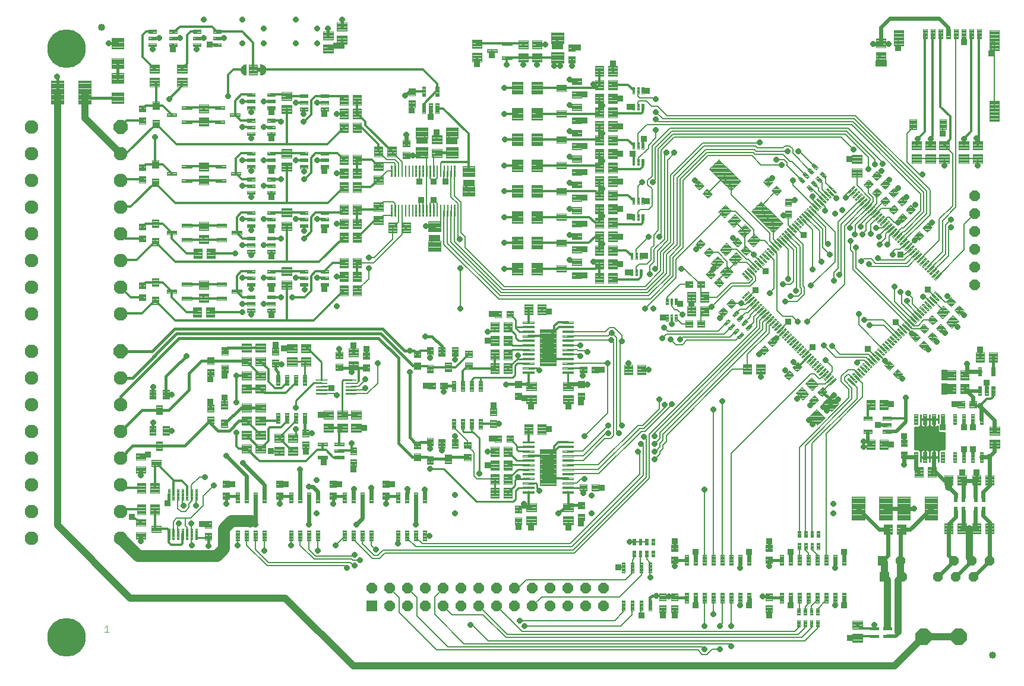
<source format=gtl>
G75*
%MOIN*%
%OFA0B0*%
%FSLAX25Y25*%
%IPPOS*%
%LPD*%
%AMOC8*
5,1,8,0,0,1.08239X$1,22.5*
%
%ADD10C,0.00400*%
%ADD11OC8,0.05906*%
%ADD12R,0.05906X0.05906*%
%ADD13C,0.00394*%
%ADD14C,0.04000*%
%ADD15OC8,0.07677*%
%ADD16C,0.07677*%
%ADD17OC8,0.09055*%
%ADD18C,0.00408*%
%ADD19C,0.00409*%
%ADD20C,0.00396*%
%ADD21C,0.00406*%
%ADD22C,0.00380*%
%ADD23C,0.00404*%
%ADD24C,0.00402*%
%ADD25C,0.00374*%
%ADD26R,0.05315X0.05315*%
%ADD27OC8,0.05315*%
%ADD28C,0.00400*%
%ADD29C,0.00378*%
%ADD30C,0.00413*%
%ADD31C,0.00390*%
%ADD32C,0.00100*%
%ADD33C,0.21654*%
%ADD34R,0.03175X0.03175*%
%ADD35C,0.00800*%
%ADD36C,0.01200*%
%ADD37OC8,0.03175*%
%ADD38C,0.01600*%
%ADD39C,0.01000*%
%ADD40C,0.02400*%
%ADD41C,0.02000*%
%ADD42C,0.04000*%
%ADD43C,0.06600*%
D10*
X0159308Y0090699D02*
X0161710Y0090699D01*
X0160509Y0090699D02*
X0160509Y0094302D01*
X0159308Y0093101D01*
X0278038Y0224283D02*
X0283838Y0224283D01*
X0278038Y0224283D02*
X0278038Y0224883D01*
X0283838Y0224883D01*
X0283838Y0224283D01*
X0283838Y0224682D02*
X0278038Y0224682D01*
X0278038Y0226251D02*
X0283838Y0226251D01*
X0278038Y0226251D02*
X0278038Y0226851D01*
X0283838Y0226851D01*
X0283838Y0226251D01*
X0283838Y0226650D02*
X0278038Y0226650D01*
X0278038Y0228220D02*
X0283838Y0228220D01*
X0278038Y0228220D02*
X0278038Y0228820D01*
X0283838Y0228820D01*
X0283838Y0228220D01*
X0283838Y0228619D02*
X0278038Y0228619D01*
X0278038Y0230188D02*
X0283838Y0230188D01*
X0278038Y0230188D02*
X0278038Y0230788D01*
X0283838Y0230788D01*
X0283838Y0230188D01*
X0283838Y0230587D02*
X0278038Y0230587D01*
X0278038Y0232157D02*
X0283838Y0232157D01*
X0278038Y0232157D02*
X0278038Y0232757D01*
X0283838Y0232757D01*
X0283838Y0232157D01*
X0283838Y0232556D02*
X0278038Y0232556D01*
X0294538Y0232157D02*
X0300338Y0232157D01*
X0294538Y0232157D02*
X0294538Y0232757D01*
X0300338Y0232757D01*
X0300338Y0232157D01*
X0300338Y0232556D02*
X0294538Y0232556D01*
X0294538Y0230188D02*
X0300338Y0230188D01*
X0294538Y0230188D02*
X0294538Y0230788D01*
X0300338Y0230788D01*
X0300338Y0230188D01*
X0300338Y0230587D02*
X0294538Y0230587D01*
X0294538Y0228220D02*
X0300338Y0228220D01*
X0294538Y0228220D02*
X0294538Y0228820D01*
X0300338Y0228820D01*
X0300338Y0228220D01*
X0300338Y0228619D02*
X0294538Y0228619D01*
X0294538Y0226251D02*
X0300338Y0226251D01*
X0294538Y0226251D02*
X0294538Y0226851D01*
X0300338Y0226851D01*
X0300338Y0226251D01*
X0300338Y0226650D02*
X0294538Y0226650D01*
X0294538Y0224283D02*
X0300338Y0224283D01*
X0294538Y0224283D02*
X0294538Y0224883D01*
X0300338Y0224883D01*
X0300338Y0224283D01*
X0300338Y0224682D02*
X0294538Y0224682D01*
X0455729Y0290920D02*
X0455729Y0294420D01*
X0455729Y0290920D02*
X0454529Y0290920D01*
X0454529Y0294420D01*
X0455729Y0294420D01*
X0455729Y0291319D02*
X0454529Y0291319D01*
X0454529Y0291718D02*
X0455729Y0291718D01*
X0455729Y0292117D02*
X0454529Y0292117D01*
X0454529Y0292516D02*
X0455729Y0292516D01*
X0455729Y0292915D02*
X0454529Y0292915D01*
X0454529Y0293314D02*
X0455729Y0293314D01*
X0455729Y0293713D02*
X0454529Y0293713D01*
X0454529Y0294112D02*
X0455729Y0294112D01*
X0458288Y0294420D02*
X0458288Y0290920D01*
X0457088Y0290920D01*
X0457088Y0294420D01*
X0458288Y0294420D01*
X0458288Y0291319D02*
X0457088Y0291319D01*
X0457088Y0291718D02*
X0458288Y0291718D01*
X0458288Y0292117D02*
X0457088Y0292117D01*
X0457088Y0292516D02*
X0458288Y0292516D01*
X0458288Y0292915D02*
X0457088Y0292915D01*
X0457088Y0293314D02*
X0458288Y0293314D01*
X0458288Y0293713D02*
X0457088Y0293713D01*
X0457088Y0294112D02*
X0458288Y0294112D01*
X0460847Y0294420D02*
X0460847Y0290920D01*
X0459647Y0290920D01*
X0459647Y0294420D01*
X0460847Y0294420D01*
X0460847Y0291319D02*
X0459647Y0291319D01*
X0459647Y0291718D02*
X0460847Y0291718D01*
X0460847Y0292117D02*
X0459647Y0292117D01*
X0459647Y0292516D02*
X0460847Y0292516D01*
X0460847Y0292915D02*
X0459647Y0292915D01*
X0459647Y0293314D02*
X0460847Y0293314D01*
X0460847Y0293713D02*
X0459647Y0293713D01*
X0459647Y0294112D02*
X0460847Y0294112D01*
X0460847Y0300120D02*
X0460847Y0303620D01*
X0460847Y0300120D02*
X0459647Y0300120D01*
X0459647Y0303620D01*
X0460847Y0303620D01*
X0460847Y0300519D02*
X0459647Y0300519D01*
X0459647Y0300918D02*
X0460847Y0300918D01*
X0460847Y0301317D02*
X0459647Y0301317D01*
X0459647Y0301716D02*
X0460847Y0301716D01*
X0460847Y0302115D02*
X0459647Y0302115D01*
X0459647Y0302514D02*
X0460847Y0302514D01*
X0460847Y0302913D02*
X0459647Y0302913D01*
X0459647Y0303312D02*
X0460847Y0303312D01*
X0458288Y0303620D02*
X0458288Y0300120D01*
X0457088Y0300120D01*
X0457088Y0303620D01*
X0458288Y0303620D01*
X0458288Y0300519D02*
X0457088Y0300519D01*
X0457088Y0300918D02*
X0458288Y0300918D01*
X0458288Y0301317D02*
X0457088Y0301317D01*
X0457088Y0301716D02*
X0458288Y0301716D01*
X0458288Y0302115D02*
X0457088Y0302115D01*
X0457088Y0302514D02*
X0458288Y0302514D01*
X0458288Y0302913D02*
X0457088Y0302913D01*
X0457088Y0303312D02*
X0458288Y0303312D01*
X0455729Y0303620D02*
X0455729Y0300120D01*
X0454529Y0300120D01*
X0454529Y0303620D01*
X0455729Y0303620D01*
X0455729Y0300519D02*
X0454529Y0300519D01*
X0454529Y0300918D02*
X0455729Y0300918D01*
X0455729Y0301317D02*
X0454529Y0301317D01*
X0454529Y0301716D02*
X0455729Y0301716D01*
X0455729Y0302115D02*
X0454529Y0302115D01*
X0454529Y0302514D02*
X0455729Y0302514D01*
X0455729Y0302913D02*
X0454529Y0302913D01*
X0454529Y0303312D02*
X0455729Y0303312D01*
X0456729Y0321920D02*
X0456729Y0325420D01*
X0456729Y0321920D02*
X0455529Y0321920D01*
X0455529Y0325420D01*
X0456729Y0325420D01*
X0456729Y0322319D02*
X0455529Y0322319D01*
X0455529Y0322718D02*
X0456729Y0322718D01*
X0456729Y0323117D02*
X0455529Y0323117D01*
X0455529Y0323516D02*
X0456729Y0323516D01*
X0456729Y0323915D02*
X0455529Y0323915D01*
X0455529Y0324314D02*
X0456729Y0324314D01*
X0456729Y0324713D02*
X0455529Y0324713D01*
X0455529Y0325112D02*
X0456729Y0325112D01*
X0459288Y0325420D02*
X0459288Y0321920D01*
X0458088Y0321920D01*
X0458088Y0325420D01*
X0459288Y0325420D01*
X0459288Y0322319D02*
X0458088Y0322319D01*
X0458088Y0322718D02*
X0459288Y0322718D01*
X0459288Y0323117D02*
X0458088Y0323117D01*
X0458088Y0323516D02*
X0459288Y0323516D01*
X0459288Y0323915D02*
X0458088Y0323915D01*
X0458088Y0324314D02*
X0459288Y0324314D01*
X0459288Y0324713D02*
X0458088Y0324713D01*
X0458088Y0325112D02*
X0459288Y0325112D01*
X0461847Y0325420D02*
X0461847Y0321920D01*
X0460647Y0321920D01*
X0460647Y0325420D01*
X0461847Y0325420D01*
X0461847Y0322319D02*
X0460647Y0322319D01*
X0460647Y0322718D02*
X0461847Y0322718D01*
X0461847Y0323117D02*
X0460647Y0323117D01*
X0460647Y0323516D02*
X0461847Y0323516D01*
X0461847Y0323915D02*
X0460647Y0323915D01*
X0460647Y0324314D02*
X0461847Y0324314D01*
X0461847Y0324713D02*
X0460647Y0324713D01*
X0460647Y0325112D02*
X0461847Y0325112D01*
X0461847Y0331120D02*
X0461847Y0334620D01*
X0461847Y0331120D02*
X0460647Y0331120D01*
X0460647Y0334620D01*
X0461847Y0334620D01*
X0461847Y0331519D02*
X0460647Y0331519D01*
X0460647Y0331918D02*
X0461847Y0331918D01*
X0461847Y0332317D02*
X0460647Y0332317D01*
X0460647Y0332716D02*
X0461847Y0332716D01*
X0461847Y0333115D02*
X0460647Y0333115D01*
X0460647Y0333514D02*
X0461847Y0333514D01*
X0461847Y0333913D02*
X0460647Y0333913D01*
X0460647Y0334312D02*
X0461847Y0334312D01*
X0459288Y0334620D02*
X0459288Y0331120D01*
X0458088Y0331120D01*
X0458088Y0334620D01*
X0459288Y0334620D01*
X0459288Y0331519D02*
X0458088Y0331519D01*
X0458088Y0331918D02*
X0459288Y0331918D01*
X0459288Y0332317D02*
X0458088Y0332317D01*
X0458088Y0332716D02*
X0459288Y0332716D01*
X0459288Y0333115D02*
X0458088Y0333115D01*
X0458088Y0333514D02*
X0459288Y0333514D01*
X0459288Y0333913D02*
X0458088Y0333913D01*
X0458088Y0334312D02*
X0459288Y0334312D01*
X0456729Y0334620D02*
X0456729Y0331120D01*
X0455529Y0331120D01*
X0455529Y0334620D01*
X0456729Y0334620D01*
X0456729Y0331519D02*
X0455529Y0331519D01*
X0455529Y0331918D02*
X0456729Y0331918D01*
X0456729Y0332317D02*
X0455529Y0332317D01*
X0455529Y0332716D02*
X0456729Y0332716D01*
X0456729Y0333115D02*
X0455529Y0333115D01*
X0455529Y0333514D02*
X0456729Y0333514D01*
X0456729Y0333913D02*
X0455529Y0333913D01*
X0455529Y0334312D02*
X0456729Y0334312D01*
X0456729Y0352920D02*
X0456729Y0356420D01*
X0456729Y0352920D02*
X0455529Y0352920D01*
X0455529Y0356420D01*
X0456729Y0356420D01*
X0456729Y0353319D02*
X0455529Y0353319D01*
X0455529Y0353718D02*
X0456729Y0353718D01*
X0456729Y0354117D02*
X0455529Y0354117D01*
X0455529Y0354516D02*
X0456729Y0354516D01*
X0456729Y0354915D02*
X0455529Y0354915D01*
X0455529Y0355314D02*
X0456729Y0355314D01*
X0456729Y0355713D02*
X0455529Y0355713D01*
X0455529Y0356112D02*
X0456729Y0356112D01*
X0459288Y0356420D02*
X0459288Y0352920D01*
X0458088Y0352920D01*
X0458088Y0356420D01*
X0459288Y0356420D01*
X0459288Y0353319D02*
X0458088Y0353319D01*
X0458088Y0353718D02*
X0459288Y0353718D01*
X0459288Y0354117D02*
X0458088Y0354117D01*
X0458088Y0354516D02*
X0459288Y0354516D01*
X0459288Y0354915D02*
X0458088Y0354915D01*
X0458088Y0355314D02*
X0459288Y0355314D01*
X0459288Y0355713D02*
X0458088Y0355713D01*
X0458088Y0356112D02*
X0459288Y0356112D01*
X0461847Y0356420D02*
X0461847Y0352920D01*
X0460647Y0352920D01*
X0460647Y0356420D01*
X0461847Y0356420D01*
X0461847Y0353319D02*
X0460647Y0353319D01*
X0460647Y0353718D02*
X0461847Y0353718D01*
X0461847Y0354117D02*
X0460647Y0354117D01*
X0460647Y0354516D02*
X0461847Y0354516D01*
X0461847Y0354915D02*
X0460647Y0354915D01*
X0460647Y0355314D02*
X0461847Y0355314D01*
X0461847Y0355713D02*
X0460647Y0355713D01*
X0460647Y0356112D02*
X0461847Y0356112D01*
X0461847Y0362120D02*
X0461847Y0365620D01*
X0461847Y0362120D02*
X0460647Y0362120D01*
X0460647Y0365620D01*
X0461847Y0365620D01*
X0461847Y0362519D02*
X0460647Y0362519D01*
X0460647Y0362918D02*
X0461847Y0362918D01*
X0461847Y0363317D02*
X0460647Y0363317D01*
X0460647Y0363716D02*
X0461847Y0363716D01*
X0461847Y0364115D02*
X0460647Y0364115D01*
X0460647Y0364514D02*
X0461847Y0364514D01*
X0461847Y0364913D02*
X0460647Y0364913D01*
X0460647Y0365312D02*
X0461847Y0365312D01*
X0459288Y0365620D02*
X0459288Y0362120D01*
X0458088Y0362120D01*
X0458088Y0365620D01*
X0459288Y0365620D01*
X0459288Y0362519D02*
X0458088Y0362519D01*
X0458088Y0362918D02*
X0459288Y0362918D01*
X0459288Y0363317D02*
X0458088Y0363317D01*
X0458088Y0363716D02*
X0459288Y0363716D01*
X0459288Y0364115D02*
X0458088Y0364115D01*
X0458088Y0364514D02*
X0459288Y0364514D01*
X0459288Y0364913D02*
X0458088Y0364913D01*
X0458088Y0365312D02*
X0459288Y0365312D01*
X0456729Y0365620D02*
X0456729Y0362120D01*
X0455529Y0362120D01*
X0455529Y0365620D01*
X0456729Y0365620D01*
X0456729Y0362519D02*
X0455529Y0362519D01*
X0455529Y0362918D02*
X0456729Y0362918D01*
X0456729Y0363317D02*
X0455529Y0363317D01*
X0455529Y0363716D02*
X0456729Y0363716D01*
X0456729Y0364115D02*
X0455529Y0364115D01*
X0455529Y0364514D02*
X0456729Y0364514D01*
X0456729Y0364913D02*
X0455529Y0364913D01*
X0455529Y0365312D02*
X0456729Y0365312D01*
X0456729Y0383920D02*
X0456729Y0387420D01*
X0456729Y0383920D02*
X0455529Y0383920D01*
X0455529Y0387420D01*
X0456729Y0387420D01*
X0456729Y0384319D02*
X0455529Y0384319D01*
X0455529Y0384718D02*
X0456729Y0384718D01*
X0456729Y0385117D02*
X0455529Y0385117D01*
X0455529Y0385516D02*
X0456729Y0385516D01*
X0456729Y0385915D02*
X0455529Y0385915D01*
X0455529Y0386314D02*
X0456729Y0386314D01*
X0456729Y0386713D02*
X0455529Y0386713D01*
X0455529Y0387112D02*
X0456729Y0387112D01*
X0459288Y0387420D02*
X0459288Y0383920D01*
X0458088Y0383920D01*
X0458088Y0387420D01*
X0459288Y0387420D01*
X0459288Y0384319D02*
X0458088Y0384319D01*
X0458088Y0384718D02*
X0459288Y0384718D01*
X0459288Y0385117D02*
X0458088Y0385117D01*
X0458088Y0385516D02*
X0459288Y0385516D01*
X0459288Y0385915D02*
X0458088Y0385915D01*
X0458088Y0386314D02*
X0459288Y0386314D01*
X0459288Y0386713D02*
X0458088Y0386713D01*
X0458088Y0387112D02*
X0459288Y0387112D01*
X0461847Y0387420D02*
X0461847Y0383920D01*
X0460647Y0383920D01*
X0460647Y0387420D01*
X0461847Y0387420D01*
X0461847Y0384319D02*
X0460647Y0384319D01*
X0460647Y0384718D02*
X0461847Y0384718D01*
X0461847Y0385117D02*
X0460647Y0385117D01*
X0460647Y0385516D02*
X0461847Y0385516D01*
X0461847Y0385915D02*
X0460647Y0385915D01*
X0460647Y0386314D02*
X0461847Y0386314D01*
X0461847Y0386713D02*
X0460647Y0386713D01*
X0460647Y0387112D02*
X0461847Y0387112D01*
X0461847Y0393120D02*
X0461847Y0396620D01*
X0461847Y0393120D02*
X0460647Y0393120D01*
X0460647Y0396620D01*
X0461847Y0396620D01*
X0461847Y0393519D02*
X0460647Y0393519D01*
X0460647Y0393918D02*
X0461847Y0393918D01*
X0461847Y0394317D02*
X0460647Y0394317D01*
X0460647Y0394716D02*
X0461847Y0394716D01*
X0461847Y0395115D02*
X0460647Y0395115D01*
X0460647Y0395514D02*
X0461847Y0395514D01*
X0461847Y0395913D02*
X0460647Y0395913D01*
X0460647Y0396312D02*
X0461847Y0396312D01*
X0459288Y0396620D02*
X0459288Y0393120D01*
X0458088Y0393120D01*
X0458088Y0396620D01*
X0459288Y0396620D01*
X0459288Y0393519D02*
X0458088Y0393519D01*
X0458088Y0393918D02*
X0459288Y0393918D01*
X0459288Y0394317D02*
X0458088Y0394317D01*
X0458088Y0394716D02*
X0459288Y0394716D01*
X0459288Y0395115D02*
X0458088Y0395115D01*
X0458088Y0395514D02*
X0459288Y0395514D01*
X0459288Y0395913D02*
X0458088Y0395913D01*
X0458088Y0396312D02*
X0459288Y0396312D01*
X0456729Y0396620D02*
X0456729Y0393120D01*
X0455529Y0393120D01*
X0455529Y0396620D01*
X0456729Y0396620D01*
X0456729Y0393519D02*
X0455529Y0393519D01*
X0455529Y0393918D02*
X0456729Y0393918D01*
X0456729Y0394317D02*
X0455529Y0394317D01*
X0455529Y0394716D02*
X0456729Y0394716D01*
X0456729Y0395115D02*
X0455529Y0395115D01*
X0455529Y0395514D02*
X0456729Y0395514D01*
X0456729Y0395913D02*
X0455529Y0395913D01*
X0455529Y0396312D02*
X0456729Y0396312D01*
X0475479Y0278120D02*
X0475479Y0274620D01*
X0474279Y0274620D01*
X0474279Y0278120D01*
X0475479Y0278120D01*
X0475479Y0275019D02*
X0474279Y0275019D01*
X0474279Y0275418D02*
X0475479Y0275418D01*
X0475479Y0275817D02*
X0474279Y0275817D01*
X0474279Y0276216D02*
X0475479Y0276216D01*
X0475479Y0276615D02*
X0474279Y0276615D01*
X0474279Y0277014D02*
X0475479Y0277014D01*
X0475479Y0277413D02*
X0474279Y0277413D01*
X0474279Y0277812D02*
X0475479Y0277812D01*
X0478038Y0278120D02*
X0478038Y0274620D01*
X0476838Y0274620D01*
X0476838Y0278120D01*
X0478038Y0278120D01*
X0478038Y0275019D02*
X0476838Y0275019D01*
X0476838Y0275418D02*
X0478038Y0275418D01*
X0478038Y0275817D02*
X0476838Y0275817D01*
X0476838Y0276216D02*
X0478038Y0276216D01*
X0478038Y0276615D02*
X0476838Y0276615D01*
X0476838Y0277014D02*
X0478038Y0277014D01*
X0478038Y0277413D02*
X0476838Y0277413D01*
X0476838Y0277812D02*
X0478038Y0277812D01*
X0480597Y0278120D02*
X0480597Y0274620D01*
X0479397Y0274620D01*
X0479397Y0278120D01*
X0480597Y0278120D01*
X0480597Y0275019D02*
X0479397Y0275019D01*
X0479397Y0275418D02*
X0480597Y0275418D01*
X0480597Y0275817D02*
X0479397Y0275817D01*
X0479397Y0276216D02*
X0480597Y0276216D01*
X0480597Y0276615D02*
X0479397Y0276615D01*
X0479397Y0277014D02*
X0480597Y0277014D01*
X0480597Y0277413D02*
X0479397Y0277413D01*
X0479397Y0277812D02*
X0480597Y0277812D01*
X0480597Y0268920D02*
X0480597Y0265420D01*
X0479397Y0265420D01*
X0479397Y0268920D01*
X0480597Y0268920D01*
X0480597Y0265819D02*
X0479397Y0265819D01*
X0479397Y0266218D02*
X0480597Y0266218D01*
X0480597Y0266617D02*
X0479397Y0266617D01*
X0479397Y0267016D02*
X0480597Y0267016D01*
X0480597Y0267415D02*
X0479397Y0267415D01*
X0479397Y0267814D02*
X0480597Y0267814D01*
X0480597Y0268213D02*
X0479397Y0268213D01*
X0479397Y0268612D02*
X0480597Y0268612D01*
X0478038Y0268920D02*
X0478038Y0265420D01*
X0476838Y0265420D01*
X0476838Y0268920D01*
X0478038Y0268920D01*
X0478038Y0265819D02*
X0476838Y0265819D01*
X0476838Y0266218D02*
X0478038Y0266218D01*
X0478038Y0266617D02*
X0476838Y0266617D01*
X0476838Y0267016D02*
X0478038Y0267016D01*
X0478038Y0267415D02*
X0476838Y0267415D01*
X0476838Y0267814D02*
X0478038Y0267814D01*
X0478038Y0268213D02*
X0476838Y0268213D01*
X0476838Y0268612D02*
X0478038Y0268612D01*
X0475479Y0268920D02*
X0475479Y0265420D01*
X0474279Y0265420D01*
X0474279Y0268920D01*
X0475479Y0268920D01*
X0475479Y0265819D02*
X0474279Y0265819D01*
X0474279Y0266218D02*
X0475479Y0266218D01*
X0475479Y0266617D02*
X0474279Y0266617D01*
X0474279Y0267016D02*
X0475479Y0267016D01*
X0475479Y0267415D02*
X0474279Y0267415D01*
X0474279Y0267814D02*
X0475479Y0267814D01*
X0475479Y0268213D02*
X0474279Y0268213D01*
X0474279Y0268612D02*
X0475479Y0268612D01*
X0249238Y0406820D02*
X0247638Y0406820D01*
X0249238Y0406820D02*
X0249238Y0406220D01*
X0247638Y0406220D01*
X0247638Y0406820D01*
X0247638Y0406619D02*
X0249238Y0406619D01*
X0244988Y0409320D02*
X0240388Y0409320D01*
X0244988Y0409320D02*
X0244988Y0403720D01*
X0240388Y0403720D01*
X0240388Y0409320D01*
X0240388Y0404119D02*
X0244988Y0404119D01*
X0244988Y0404518D02*
X0240388Y0404518D01*
X0240388Y0404917D02*
X0244988Y0404917D01*
X0244988Y0405316D02*
X0240388Y0405316D01*
X0240388Y0405715D02*
X0244988Y0405715D01*
X0244988Y0406114D02*
X0240388Y0406114D01*
X0240388Y0406513D02*
X0244988Y0406513D01*
X0244988Y0406912D02*
X0240388Y0406912D01*
X0240388Y0407311D02*
X0244988Y0407311D01*
X0244988Y0407710D02*
X0240388Y0407710D01*
X0240388Y0408109D02*
X0244988Y0408109D01*
X0244988Y0408508D02*
X0240388Y0408508D01*
X0240388Y0408907D02*
X0244988Y0408907D01*
X0244988Y0409306D02*
X0240388Y0409306D01*
X0237738Y0406820D02*
X0236138Y0406820D01*
X0237738Y0406820D02*
X0237738Y0406220D01*
X0236138Y0406220D01*
X0236138Y0406820D01*
X0236138Y0406619D02*
X0237738Y0406619D01*
D11*
X0647438Y0335520D03*
X0647438Y0325520D03*
X0647438Y0315520D03*
X0647438Y0305520D03*
X0647438Y0295520D03*
X0647438Y0285520D03*
X0439333Y0115232D03*
X0429333Y0115232D03*
X0419333Y0115232D03*
X0409333Y0115232D03*
X0399333Y0115232D03*
X0389333Y0115232D03*
X0379333Y0115232D03*
X0369333Y0115232D03*
X0359333Y0115232D03*
X0349333Y0115232D03*
X0339333Y0115232D03*
X0329333Y0115232D03*
X0319333Y0115232D03*
X0309333Y0115232D03*
X0319333Y0105232D03*
X0329333Y0105232D03*
X0339333Y0105232D03*
X0349333Y0105232D03*
X0359333Y0105232D03*
X0369333Y0105232D03*
X0379333Y0105232D03*
X0389333Y0105232D03*
X0399333Y0105232D03*
X0409333Y0105232D03*
X0419333Y0105232D03*
X0429333Y0105232D03*
X0439333Y0105232D03*
D12*
X0309333Y0105232D03*
D13*
X0389667Y0150955D02*
X0389667Y0154891D01*
X0393209Y0154891D01*
X0393209Y0150955D01*
X0389667Y0150955D01*
X0389667Y0151348D02*
X0393209Y0151348D01*
X0393209Y0151741D02*
X0389667Y0151741D01*
X0389667Y0152134D02*
X0393209Y0152134D01*
X0393209Y0152527D02*
X0389667Y0152527D01*
X0389667Y0152920D02*
X0393209Y0152920D01*
X0393209Y0153313D02*
X0389667Y0153313D01*
X0389667Y0153706D02*
X0393209Y0153706D01*
X0393209Y0154099D02*
X0389667Y0154099D01*
X0389667Y0154492D02*
X0393209Y0154492D01*
X0393209Y0154885D02*
X0389667Y0154885D01*
X0389667Y0157648D02*
X0389667Y0161584D01*
X0393209Y0161584D01*
X0393209Y0157648D01*
X0389667Y0157648D01*
X0389667Y0158041D02*
X0393209Y0158041D01*
X0393209Y0158434D02*
X0389667Y0158434D01*
X0389667Y0158827D02*
X0393209Y0158827D01*
X0393209Y0159220D02*
X0389667Y0159220D01*
X0389667Y0159613D02*
X0393209Y0159613D01*
X0393209Y0160006D02*
X0389667Y0160006D01*
X0389667Y0160399D02*
X0393209Y0160399D01*
X0393209Y0160792D02*
X0389667Y0160792D01*
X0389667Y0161185D02*
X0393209Y0161185D01*
X0393209Y0161578D02*
X0389667Y0161578D01*
X0424917Y0159898D02*
X0424917Y0163834D01*
X0428459Y0163834D01*
X0428459Y0159898D01*
X0424917Y0159898D01*
X0424917Y0160291D02*
X0428459Y0160291D01*
X0428459Y0160684D02*
X0424917Y0160684D01*
X0424917Y0161077D02*
X0428459Y0161077D01*
X0428459Y0161470D02*
X0424917Y0161470D01*
X0424917Y0161863D02*
X0428459Y0161863D01*
X0428459Y0162256D02*
X0424917Y0162256D01*
X0424917Y0162649D02*
X0428459Y0162649D01*
X0428459Y0163042D02*
X0424917Y0163042D01*
X0424917Y0163435D02*
X0428459Y0163435D01*
X0428459Y0163828D02*
X0424917Y0163828D01*
X0425873Y0169999D02*
X0429809Y0169999D01*
X0425873Y0169999D02*
X0425873Y0173541D01*
X0429809Y0173541D01*
X0429809Y0169999D01*
X0429809Y0170392D02*
X0425873Y0170392D01*
X0425873Y0170785D02*
X0429809Y0170785D01*
X0429809Y0171178D02*
X0425873Y0171178D01*
X0425873Y0171571D02*
X0429809Y0171571D01*
X0429809Y0171964D02*
X0425873Y0171964D01*
X0425873Y0172357D02*
X0429809Y0172357D01*
X0429809Y0172750D02*
X0425873Y0172750D01*
X0425873Y0173143D02*
X0429809Y0173143D01*
X0429809Y0173536D02*
X0425873Y0173536D01*
X0432566Y0169999D02*
X0436502Y0169999D01*
X0432566Y0169999D02*
X0432566Y0173541D01*
X0436502Y0173541D01*
X0436502Y0169999D01*
X0436502Y0170392D02*
X0432566Y0170392D01*
X0432566Y0170785D02*
X0436502Y0170785D01*
X0436502Y0171178D02*
X0432566Y0171178D01*
X0432566Y0171571D02*
X0436502Y0171571D01*
X0436502Y0171964D02*
X0432566Y0171964D01*
X0432566Y0172357D02*
X0436502Y0172357D01*
X0436502Y0172750D02*
X0432566Y0172750D01*
X0432566Y0173143D02*
X0436502Y0173143D01*
X0436502Y0173536D02*
X0432566Y0173536D01*
X0424917Y0157141D02*
X0424917Y0153205D01*
X0424917Y0157141D02*
X0428459Y0157141D01*
X0428459Y0153205D01*
X0424917Y0153205D01*
X0424917Y0153598D02*
X0428459Y0153598D01*
X0428459Y0153991D02*
X0424917Y0153991D01*
X0424917Y0154384D02*
X0428459Y0154384D01*
X0428459Y0154777D02*
X0424917Y0154777D01*
X0424917Y0155170D02*
X0428459Y0155170D01*
X0428459Y0155563D02*
X0424917Y0155563D01*
X0424917Y0155956D02*
X0428459Y0155956D01*
X0428459Y0156349D02*
X0424917Y0156349D01*
X0424917Y0156742D02*
X0428459Y0156742D01*
X0428459Y0157135D02*
X0424917Y0157135D01*
X0455586Y0139595D02*
X0457160Y0139595D01*
X0455586Y0139595D02*
X0455586Y0143137D01*
X0457160Y0143137D01*
X0457160Y0139595D01*
X0457160Y0139988D02*
X0455586Y0139988D01*
X0455586Y0140381D02*
X0457160Y0140381D01*
X0457160Y0140774D02*
X0455586Y0140774D01*
X0455586Y0141167D02*
X0457160Y0141167D01*
X0457160Y0141560D02*
X0455586Y0141560D01*
X0455586Y0141953D02*
X0457160Y0141953D01*
X0457160Y0142346D02*
X0455586Y0142346D01*
X0455586Y0142739D02*
X0457160Y0142739D01*
X0457160Y0143132D02*
X0455586Y0143132D01*
X0459129Y0139595D02*
X0460703Y0139595D01*
X0459129Y0139595D02*
X0459129Y0143137D01*
X0460703Y0143137D01*
X0460703Y0139595D01*
X0460703Y0139988D02*
X0459129Y0139988D01*
X0459129Y0140381D02*
X0460703Y0140381D01*
X0460703Y0140774D02*
X0459129Y0140774D01*
X0459129Y0141167D02*
X0460703Y0141167D01*
X0460703Y0141560D02*
X0459129Y0141560D01*
X0459129Y0141953D02*
X0460703Y0141953D01*
X0460703Y0142346D02*
X0459129Y0142346D01*
X0459129Y0142739D02*
X0460703Y0142739D01*
X0460703Y0143132D02*
X0459129Y0143132D01*
X0462672Y0139595D02*
X0464246Y0139595D01*
X0462672Y0139595D02*
X0462672Y0143137D01*
X0464246Y0143137D01*
X0464246Y0139595D01*
X0464246Y0139988D02*
X0462672Y0139988D01*
X0462672Y0140381D02*
X0464246Y0140381D01*
X0464246Y0140774D02*
X0462672Y0140774D01*
X0462672Y0141167D02*
X0464246Y0141167D01*
X0464246Y0141560D02*
X0462672Y0141560D01*
X0462672Y0141953D02*
X0464246Y0141953D01*
X0464246Y0142346D02*
X0462672Y0142346D01*
X0462672Y0142739D02*
X0464246Y0142739D01*
X0464246Y0143132D02*
X0462672Y0143132D01*
X0466216Y0139595D02*
X0467790Y0139595D01*
X0466216Y0139595D02*
X0466216Y0143137D01*
X0467790Y0143137D01*
X0467790Y0139595D01*
X0467790Y0139988D02*
X0466216Y0139988D01*
X0466216Y0140381D02*
X0467790Y0140381D01*
X0467790Y0140774D02*
X0466216Y0140774D01*
X0466216Y0141167D02*
X0467790Y0141167D01*
X0467790Y0141560D02*
X0466216Y0141560D01*
X0466216Y0141953D02*
X0467790Y0141953D01*
X0467790Y0142346D02*
X0466216Y0142346D01*
X0466216Y0142739D02*
X0467790Y0142739D01*
X0467790Y0143132D02*
X0466216Y0143132D01*
X0466216Y0132902D02*
X0467790Y0132902D01*
X0466216Y0132902D02*
X0466216Y0136444D01*
X0467790Y0136444D01*
X0467790Y0132902D01*
X0467790Y0133295D02*
X0466216Y0133295D01*
X0466216Y0133688D02*
X0467790Y0133688D01*
X0467790Y0134081D02*
X0466216Y0134081D01*
X0466216Y0134474D02*
X0467790Y0134474D01*
X0467790Y0134867D02*
X0466216Y0134867D01*
X0466216Y0135260D02*
X0467790Y0135260D01*
X0467790Y0135653D02*
X0466216Y0135653D01*
X0466216Y0136046D02*
X0467790Y0136046D01*
X0467790Y0136439D02*
X0466216Y0136439D01*
X0464246Y0132902D02*
X0462672Y0132902D01*
X0462672Y0136444D01*
X0464246Y0136444D01*
X0464246Y0132902D01*
X0464246Y0133295D02*
X0462672Y0133295D01*
X0462672Y0133688D02*
X0464246Y0133688D01*
X0464246Y0134081D02*
X0462672Y0134081D01*
X0462672Y0134474D02*
X0464246Y0134474D01*
X0464246Y0134867D02*
X0462672Y0134867D01*
X0462672Y0135260D02*
X0464246Y0135260D01*
X0464246Y0135653D02*
X0462672Y0135653D01*
X0462672Y0136046D02*
X0464246Y0136046D01*
X0464246Y0136439D02*
X0462672Y0136439D01*
X0460703Y0132902D02*
X0459129Y0132902D01*
X0459129Y0136444D01*
X0460703Y0136444D01*
X0460703Y0132902D01*
X0460703Y0133295D02*
X0459129Y0133295D01*
X0459129Y0133688D02*
X0460703Y0133688D01*
X0460703Y0134081D02*
X0459129Y0134081D01*
X0459129Y0134474D02*
X0460703Y0134474D01*
X0460703Y0134867D02*
X0459129Y0134867D01*
X0459129Y0135260D02*
X0460703Y0135260D01*
X0460703Y0135653D02*
X0459129Y0135653D01*
X0459129Y0136046D02*
X0460703Y0136046D01*
X0460703Y0136439D02*
X0459129Y0136439D01*
X0457160Y0132902D02*
X0455586Y0132902D01*
X0455586Y0136444D01*
X0457160Y0136444D01*
X0457160Y0132902D01*
X0457160Y0133295D02*
X0455586Y0133295D01*
X0455586Y0133688D02*
X0457160Y0133688D01*
X0457160Y0134081D02*
X0455586Y0134081D01*
X0455586Y0134474D02*
X0457160Y0134474D01*
X0457160Y0134867D02*
X0455586Y0134867D01*
X0455586Y0135260D02*
X0457160Y0135260D01*
X0457160Y0135653D02*
X0455586Y0135653D01*
X0455586Y0136046D02*
X0457160Y0136046D01*
X0457160Y0136439D02*
X0455586Y0136439D01*
X0477417Y0135898D02*
X0477417Y0139834D01*
X0480959Y0139834D01*
X0480959Y0135898D01*
X0477417Y0135898D01*
X0477417Y0136291D02*
X0480959Y0136291D01*
X0480959Y0136684D02*
X0477417Y0136684D01*
X0477417Y0137077D02*
X0480959Y0137077D01*
X0480959Y0137470D02*
X0477417Y0137470D01*
X0477417Y0137863D02*
X0480959Y0137863D01*
X0480959Y0138256D02*
X0477417Y0138256D01*
X0477417Y0138649D02*
X0480959Y0138649D01*
X0480959Y0139042D02*
X0477417Y0139042D01*
X0477417Y0139435D02*
X0480959Y0139435D01*
X0480959Y0139828D02*
X0477417Y0139828D01*
X0477417Y0133141D02*
X0477417Y0129205D01*
X0477417Y0133141D02*
X0480959Y0133141D01*
X0480959Y0129205D01*
X0477417Y0129205D01*
X0477417Y0129598D02*
X0480959Y0129598D01*
X0480959Y0129991D02*
X0477417Y0129991D01*
X0477417Y0130384D02*
X0480959Y0130384D01*
X0480959Y0130777D02*
X0477417Y0130777D01*
X0477417Y0131170D02*
X0480959Y0131170D01*
X0480959Y0131563D02*
X0477417Y0131563D01*
X0477417Y0131956D02*
X0480959Y0131956D01*
X0480959Y0132349D02*
X0477417Y0132349D01*
X0477417Y0132742D02*
X0480959Y0132742D01*
X0480959Y0133135D02*
X0477417Y0133135D01*
X0477417Y0112334D02*
X0477417Y0108398D01*
X0477417Y0112334D02*
X0480959Y0112334D01*
X0480959Y0108398D01*
X0477417Y0108398D01*
X0477417Y0108791D02*
X0480959Y0108791D01*
X0480959Y0109184D02*
X0477417Y0109184D01*
X0477417Y0109577D02*
X0480959Y0109577D01*
X0480959Y0109970D02*
X0477417Y0109970D01*
X0477417Y0110363D02*
X0480959Y0110363D01*
X0480959Y0110756D02*
X0477417Y0110756D01*
X0477417Y0111149D02*
X0480959Y0111149D01*
X0480959Y0111542D02*
X0477417Y0111542D01*
X0477417Y0111935D02*
X0480959Y0111935D01*
X0480959Y0112328D02*
X0477417Y0112328D01*
X0474209Y0112334D02*
X0474209Y0108398D01*
X0470667Y0108398D01*
X0470667Y0112334D01*
X0474209Y0112334D01*
X0474209Y0108791D02*
X0470667Y0108791D01*
X0470667Y0109184D02*
X0474209Y0109184D01*
X0474209Y0109577D02*
X0470667Y0109577D01*
X0470667Y0109970D02*
X0474209Y0109970D01*
X0474209Y0110363D02*
X0470667Y0110363D01*
X0470667Y0110756D02*
X0474209Y0110756D01*
X0474209Y0111149D02*
X0470667Y0111149D01*
X0470667Y0111542D02*
X0474209Y0111542D01*
X0474209Y0111935D02*
X0470667Y0111935D01*
X0470667Y0112328D02*
X0474209Y0112328D01*
X0474209Y0105641D02*
X0474209Y0101705D01*
X0470667Y0101705D01*
X0470667Y0105641D01*
X0474209Y0105641D01*
X0474209Y0102098D02*
X0470667Y0102098D01*
X0470667Y0102491D02*
X0474209Y0102491D01*
X0474209Y0102884D02*
X0470667Y0102884D01*
X0470667Y0103277D02*
X0474209Y0103277D01*
X0474209Y0103670D02*
X0470667Y0103670D01*
X0470667Y0104063D02*
X0474209Y0104063D01*
X0474209Y0104456D02*
X0470667Y0104456D01*
X0470667Y0104849D02*
X0474209Y0104849D01*
X0474209Y0105242D02*
X0470667Y0105242D01*
X0470667Y0105635D02*
X0474209Y0105635D01*
X0477417Y0105641D02*
X0477417Y0101705D01*
X0477417Y0105641D02*
X0480959Y0105641D01*
X0480959Y0101705D01*
X0477417Y0101705D01*
X0477417Y0102098D02*
X0480959Y0102098D01*
X0480959Y0102491D02*
X0477417Y0102491D01*
X0477417Y0102884D02*
X0480959Y0102884D01*
X0480959Y0103277D02*
X0477417Y0103277D01*
X0477417Y0103670D02*
X0480959Y0103670D01*
X0480959Y0104063D02*
X0477417Y0104063D01*
X0477417Y0104456D02*
X0480959Y0104456D01*
X0480959Y0104849D02*
X0477417Y0104849D01*
X0477417Y0105242D02*
X0480959Y0105242D01*
X0480959Y0105635D02*
X0477417Y0105635D01*
X0530417Y0105641D02*
X0530417Y0101705D01*
X0530417Y0105641D02*
X0533959Y0105641D01*
X0533959Y0101705D01*
X0530417Y0101705D01*
X0530417Y0102098D02*
X0533959Y0102098D01*
X0533959Y0102491D02*
X0530417Y0102491D01*
X0530417Y0102884D02*
X0533959Y0102884D01*
X0533959Y0103277D02*
X0530417Y0103277D01*
X0530417Y0103670D02*
X0533959Y0103670D01*
X0533959Y0104063D02*
X0530417Y0104063D01*
X0530417Y0104456D02*
X0533959Y0104456D01*
X0533959Y0104849D02*
X0530417Y0104849D01*
X0530417Y0105242D02*
X0533959Y0105242D01*
X0533959Y0105635D02*
X0530417Y0105635D01*
X0530417Y0108398D02*
X0530417Y0112334D01*
X0533959Y0112334D01*
X0533959Y0108398D01*
X0530417Y0108398D01*
X0530417Y0108791D02*
X0533959Y0108791D01*
X0533959Y0109184D02*
X0530417Y0109184D01*
X0530417Y0109577D02*
X0533959Y0109577D01*
X0533959Y0109970D02*
X0530417Y0109970D01*
X0530417Y0110363D02*
X0533959Y0110363D01*
X0533959Y0110756D02*
X0530417Y0110756D01*
X0530417Y0111149D02*
X0533959Y0111149D01*
X0533959Y0111542D02*
X0530417Y0111542D01*
X0530417Y0111935D02*
X0533959Y0111935D01*
X0533959Y0112328D02*
X0530417Y0112328D01*
X0548086Y0103887D02*
X0549660Y0103887D01*
X0549660Y0100345D01*
X0548086Y0100345D01*
X0548086Y0103887D01*
X0548086Y0100738D02*
X0549660Y0100738D01*
X0549660Y0101131D02*
X0548086Y0101131D01*
X0548086Y0101524D02*
X0549660Y0101524D01*
X0549660Y0101917D02*
X0548086Y0101917D01*
X0548086Y0102310D02*
X0549660Y0102310D01*
X0549660Y0102703D02*
X0548086Y0102703D01*
X0548086Y0103096D02*
X0549660Y0103096D01*
X0549660Y0103489D02*
X0548086Y0103489D01*
X0548086Y0103882D02*
X0549660Y0103882D01*
X0551629Y0103887D02*
X0553203Y0103887D01*
X0553203Y0100345D01*
X0551629Y0100345D01*
X0551629Y0103887D01*
X0551629Y0100738D02*
X0553203Y0100738D01*
X0553203Y0101131D02*
X0551629Y0101131D01*
X0551629Y0101524D02*
X0553203Y0101524D01*
X0553203Y0101917D02*
X0551629Y0101917D01*
X0551629Y0102310D02*
X0553203Y0102310D01*
X0553203Y0102703D02*
X0551629Y0102703D01*
X0551629Y0103096D02*
X0553203Y0103096D01*
X0553203Y0103489D02*
X0551629Y0103489D01*
X0551629Y0103882D02*
X0553203Y0103882D01*
X0555172Y0103887D02*
X0556746Y0103887D01*
X0556746Y0100345D01*
X0555172Y0100345D01*
X0555172Y0103887D01*
X0555172Y0100738D02*
X0556746Y0100738D01*
X0556746Y0101131D02*
X0555172Y0101131D01*
X0555172Y0101524D02*
X0556746Y0101524D01*
X0556746Y0101917D02*
X0555172Y0101917D01*
X0555172Y0102310D02*
X0556746Y0102310D01*
X0556746Y0102703D02*
X0555172Y0102703D01*
X0555172Y0103096D02*
X0556746Y0103096D01*
X0556746Y0103489D02*
X0555172Y0103489D01*
X0555172Y0103882D02*
X0556746Y0103882D01*
X0558716Y0103887D02*
X0560290Y0103887D01*
X0560290Y0100345D01*
X0558716Y0100345D01*
X0558716Y0103887D01*
X0558716Y0100738D02*
X0560290Y0100738D01*
X0560290Y0101131D02*
X0558716Y0101131D01*
X0558716Y0101524D02*
X0560290Y0101524D01*
X0560290Y0101917D02*
X0558716Y0101917D01*
X0558716Y0102310D02*
X0560290Y0102310D01*
X0560290Y0102703D02*
X0558716Y0102703D01*
X0558716Y0103096D02*
X0560290Y0103096D01*
X0560290Y0103489D02*
X0558716Y0103489D01*
X0558716Y0103882D02*
X0560290Y0103882D01*
X0560290Y0097194D02*
X0558716Y0097194D01*
X0560290Y0097194D02*
X0560290Y0093652D01*
X0558716Y0093652D01*
X0558716Y0097194D01*
X0558716Y0094045D02*
X0560290Y0094045D01*
X0560290Y0094438D02*
X0558716Y0094438D01*
X0558716Y0094831D02*
X0560290Y0094831D01*
X0560290Y0095224D02*
X0558716Y0095224D01*
X0558716Y0095617D02*
X0560290Y0095617D01*
X0560290Y0096010D02*
X0558716Y0096010D01*
X0558716Y0096403D02*
X0560290Y0096403D01*
X0560290Y0096796D02*
X0558716Y0096796D01*
X0558716Y0097189D02*
X0560290Y0097189D01*
X0556746Y0097194D02*
X0555172Y0097194D01*
X0556746Y0097194D02*
X0556746Y0093652D01*
X0555172Y0093652D01*
X0555172Y0097194D01*
X0555172Y0094045D02*
X0556746Y0094045D01*
X0556746Y0094438D02*
X0555172Y0094438D01*
X0555172Y0094831D02*
X0556746Y0094831D01*
X0556746Y0095224D02*
X0555172Y0095224D01*
X0555172Y0095617D02*
X0556746Y0095617D01*
X0556746Y0096010D02*
X0555172Y0096010D01*
X0555172Y0096403D02*
X0556746Y0096403D01*
X0556746Y0096796D02*
X0555172Y0096796D01*
X0555172Y0097189D02*
X0556746Y0097189D01*
X0553203Y0097194D02*
X0551629Y0097194D01*
X0553203Y0097194D02*
X0553203Y0093652D01*
X0551629Y0093652D01*
X0551629Y0097194D01*
X0551629Y0094045D02*
X0553203Y0094045D01*
X0553203Y0094438D02*
X0551629Y0094438D01*
X0551629Y0094831D02*
X0553203Y0094831D01*
X0553203Y0095224D02*
X0551629Y0095224D01*
X0551629Y0095617D02*
X0553203Y0095617D01*
X0553203Y0096010D02*
X0551629Y0096010D01*
X0551629Y0096403D02*
X0553203Y0096403D01*
X0553203Y0096796D02*
X0551629Y0096796D01*
X0551629Y0097189D02*
X0553203Y0097189D01*
X0549660Y0097194D02*
X0548086Y0097194D01*
X0549660Y0097194D02*
X0549660Y0093652D01*
X0548086Y0093652D01*
X0548086Y0097194D01*
X0548086Y0094045D02*
X0549660Y0094045D01*
X0549660Y0094438D02*
X0548086Y0094438D01*
X0548086Y0094831D02*
X0549660Y0094831D01*
X0549660Y0095224D02*
X0548086Y0095224D01*
X0548086Y0095617D02*
X0549660Y0095617D01*
X0549660Y0096010D02*
X0548086Y0096010D01*
X0548086Y0096403D02*
X0549660Y0096403D01*
X0549660Y0096796D02*
X0548086Y0096796D01*
X0548086Y0097189D02*
X0549660Y0097189D01*
X0588836Y0091898D02*
X0593560Y0091898D01*
X0588836Y0091898D02*
X0588836Y0093472D01*
X0593560Y0093472D01*
X0593560Y0091898D01*
X0593560Y0092291D02*
X0588836Y0092291D01*
X0588836Y0092684D02*
X0593560Y0092684D01*
X0593560Y0093077D02*
X0588836Y0093077D01*
X0588836Y0093470D02*
X0593560Y0093470D01*
X0596316Y0091898D02*
X0601040Y0091898D01*
X0596316Y0091898D02*
X0596316Y0093472D01*
X0601040Y0093472D01*
X0601040Y0091898D01*
X0601040Y0092291D02*
X0596316Y0092291D01*
X0596316Y0092684D02*
X0601040Y0092684D01*
X0601040Y0093077D02*
X0596316Y0093077D01*
X0596316Y0093470D02*
X0601040Y0093470D01*
X0601040Y0087567D02*
X0596316Y0087567D01*
X0596316Y0089141D01*
X0601040Y0089141D01*
X0601040Y0087567D01*
X0601040Y0087960D02*
X0596316Y0087960D01*
X0596316Y0088353D02*
X0601040Y0088353D01*
X0601040Y0088746D02*
X0596316Y0088746D01*
X0596316Y0089139D02*
X0601040Y0089139D01*
X0593560Y0087567D02*
X0588836Y0087567D01*
X0588836Y0089141D01*
X0593560Y0089141D01*
X0593560Y0087567D01*
X0593560Y0087960D02*
X0588836Y0087960D01*
X0588836Y0088353D02*
X0593560Y0088353D01*
X0593560Y0088746D02*
X0588836Y0088746D01*
X0588836Y0089139D02*
X0593560Y0089139D01*
X0530417Y0129205D02*
X0530417Y0133141D01*
X0533959Y0133141D01*
X0533959Y0129205D01*
X0530417Y0129205D01*
X0530417Y0129598D02*
X0533959Y0129598D01*
X0533959Y0129991D02*
X0530417Y0129991D01*
X0530417Y0130384D02*
X0533959Y0130384D01*
X0533959Y0130777D02*
X0530417Y0130777D01*
X0530417Y0131170D02*
X0533959Y0131170D01*
X0533959Y0131563D02*
X0530417Y0131563D01*
X0530417Y0131956D02*
X0533959Y0131956D01*
X0533959Y0132349D02*
X0530417Y0132349D01*
X0530417Y0132742D02*
X0533959Y0132742D01*
X0533959Y0133135D02*
X0530417Y0133135D01*
X0530417Y0135898D02*
X0530417Y0139834D01*
X0533959Y0139834D01*
X0533959Y0135898D01*
X0530417Y0135898D01*
X0530417Y0136291D02*
X0533959Y0136291D01*
X0533959Y0136684D02*
X0530417Y0136684D01*
X0530417Y0137077D02*
X0533959Y0137077D01*
X0533959Y0137470D02*
X0530417Y0137470D01*
X0530417Y0137863D02*
X0533959Y0137863D01*
X0533959Y0138256D02*
X0530417Y0138256D01*
X0530417Y0138649D02*
X0533959Y0138649D01*
X0533959Y0139042D02*
X0530417Y0139042D01*
X0530417Y0139435D02*
X0533959Y0139435D01*
X0533959Y0139828D02*
X0530417Y0139828D01*
X0548336Y0137152D02*
X0549910Y0137152D01*
X0548336Y0137152D02*
X0548336Y0140694D01*
X0549910Y0140694D01*
X0549910Y0137152D01*
X0549910Y0137545D02*
X0548336Y0137545D01*
X0548336Y0137938D02*
X0549910Y0137938D01*
X0549910Y0138331D02*
X0548336Y0138331D01*
X0548336Y0138724D02*
X0549910Y0138724D01*
X0549910Y0139117D02*
X0548336Y0139117D01*
X0548336Y0139510D02*
X0549910Y0139510D01*
X0549910Y0139903D02*
X0548336Y0139903D01*
X0548336Y0140296D02*
X0549910Y0140296D01*
X0549910Y0140689D02*
X0548336Y0140689D01*
X0551879Y0137152D02*
X0553453Y0137152D01*
X0551879Y0137152D02*
X0551879Y0140694D01*
X0553453Y0140694D01*
X0553453Y0137152D01*
X0553453Y0137545D02*
X0551879Y0137545D01*
X0551879Y0137938D02*
X0553453Y0137938D01*
X0553453Y0138331D02*
X0551879Y0138331D01*
X0551879Y0138724D02*
X0553453Y0138724D01*
X0553453Y0139117D02*
X0551879Y0139117D01*
X0551879Y0139510D02*
X0553453Y0139510D01*
X0553453Y0139903D02*
X0551879Y0139903D01*
X0551879Y0140296D02*
X0553453Y0140296D01*
X0553453Y0140689D02*
X0551879Y0140689D01*
X0555422Y0137152D02*
X0556996Y0137152D01*
X0555422Y0137152D02*
X0555422Y0140694D01*
X0556996Y0140694D01*
X0556996Y0137152D01*
X0556996Y0137545D02*
X0555422Y0137545D01*
X0555422Y0137938D02*
X0556996Y0137938D01*
X0556996Y0138331D02*
X0555422Y0138331D01*
X0555422Y0138724D02*
X0556996Y0138724D01*
X0556996Y0139117D02*
X0555422Y0139117D01*
X0555422Y0139510D02*
X0556996Y0139510D01*
X0556996Y0139903D02*
X0555422Y0139903D01*
X0555422Y0140296D02*
X0556996Y0140296D01*
X0556996Y0140689D02*
X0555422Y0140689D01*
X0558966Y0137152D02*
X0560540Y0137152D01*
X0558966Y0137152D02*
X0558966Y0140694D01*
X0560540Y0140694D01*
X0560540Y0137152D01*
X0560540Y0137545D02*
X0558966Y0137545D01*
X0558966Y0137938D02*
X0560540Y0137938D01*
X0560540Y0138331D02*
X0558966Y0138331D01*
X0558966Y0138724D02*
X0560540Y0138724D01*
X0560540Y0139117D02*
X0558966Y0139117D01*
X0558966Y0139510D02*
X0560540Y0139510D01*
X0560540Y0139903D02*
X0558966Y0139903D01*
X0558966Y0140296D02*
X0560540Y0140296D01*
X0560540Y0140689D02*
X0558966Y0140689D01*
X0558966Y0143845D02*
X0560540Y0143845D01*
X0558966Y0143845D02*
X0558966Y0147387D01*
X0560540Y0147387D01*
X0560540Y0143845D01*
X0560540Y0144238D02*
X0558966Y0144238D01*
X0558966Y0144631D02*
X0560540Y0144631D01*
X0560540Y0145024D02*
X0558966Y0145024D01*
X0558966Y0145417D02*
X0560540Y0145417D01*
X0560540Y0145810D02*
X0558966Y0145810D01*
X0558966Y0146203D02*
X0560540Y0146203D01*
X0560540Y0146596D02*
X0558966Y0146596D01*
X0558966Y0146989D02*
X0560540Y0146989D01*
X0560540Y0147382D02*
X0558966Y0147382D01*
X0556996Y0143845D02*
X0555422Y0143845D01*
X0555422Y0147387D01*
X0556996Y0147387D01*
X0556996Y0143845D01*
X0556996Y0144238D02*
X0555422Y0144238D01*
X0555422Y0144631D02*
X0556996Y0144631D01*
X0556996Y0145024D02*
X0555422Y0145024D01*
X0555422Y0145417D02*
X0556996Y0145417D01*
X0556996Y0145810D02*
X0555422Y0145810D01*
X0555422Y0146203D02*
X0556996Y0146203D01*
X0556996Y0146596D02*
X0555422Y0146596D01*
X0555422Y0146989D02*
X0556996Y0146989D01*
X0556996Y0147382D02*
X0555422Y0147382D01*
X0553453Y0143845D02*
X0551879Y0143845D01*
X0551879Y0147387D01*
X0553453Y0147387D01*
X0553453Y0143845D01*
X0553453Y0144238D02*
X0551879Y0144238D01*
X0551879Y0144631D02*
X0553453Y0144631D01*
X0553453Y0145024D02*
X0551879Y0145024D01*
X0551879Y0145417D02*
X0553453Y0145417D01*
X0553453Y0145810D02*
X0551879Y0145810D01*
X0551879Y0146203D02*
X0553453Y0146203D01*
X0553453Y0146596D02*
X0551879Y0146596D01*
X0551879Y0146989D02*
X0553453Y0146989D01*
X0553453Y0147382D02*
X0551879Y0147382D01*
X0549910Y0143845D02*
X0548336Y0143845D01*
X0548336Y0147387D01*
X0549910Y0147387D01*
X0549910Y0143845D01*
X0549910Y0144238D02*
X0548336Y0144238D01*
X0548336Y0144631D02*
X0549910Y0144631D01*
X0549910Y0145024D02*
X0548336Y0145024D01*
X0548336Y0145417D02*
X0549910Y0145417D01*
X0549910Y0145810D02*
X0548336Y0145810D01*
X0548336Y0146203D02*
X0549910Y0146203D01*
X0549910Y0146596D02*
X0548336Y0146596D01*
X0548336Y0146989D02*
X0549910Y0146989D01*
X0549910Y0147382D02*
X0548336Y0147382D01*
X0606167Y0188205D02*
X0606167Y0192141D01*
X0609709Y0192141D01*
X0609709Y0188205D01*
X0606167Y0188205D01*
X0606167Y0188598D02*
X0609709Y0188598D01*
X0609709Y0188991D02*
X0606167Y0188991D01*
X0606167Y0189384D02*
X0609709Y0189384D01*
X0609709Y0189777D02*
X0606167Y0189777D01*
X0606167Y0190170D02*
X0609709Y0190170D01*
X0609709Y0190563D02*
X0606167Y0190563D01*
X0606167Y0190956D02*
X0609709Y0190956D01*
X0609709Y0191349D02*
X0606167Y0191349D01*
X0606167Y0191742D02*
X0609709Y0191742D01*
X0609709Y0192135D02*
X0606167Y0192135D01*
X0606167Y0194898D02*
X0606167Y0198834D01*
X0609709Y0198834D01*
X0609709Y0194898D01*
X0606167Y0194898D01*
X0606167Y0195291D02*
X0609709Y0195291D01*
X0609709Y0195684D02*
X0606167Y0195684D01*
X0606167Y0196077D02*
X0609709Y0196077D01*
X0609709Y0196470D02*
X0606167Y0196470D01*
X0606167Y0196863D02*
X0609709Y0196863D01*
X0609709Y0197256D02*
X0606167Y0197256D01*
X0606167Y0197649D02*
X0609709Y0197649D01*
X0609709Y0198042D02*
X0606167Y0198042D01*
X0606167Y0198435D02*
X0609709Y0198435D01*
X0609709Y0198828D02*
X0606167Y0198828D01*
X0637873Y0220291D02*
X0641809Y0220291D01*
X0641809Y0216749D01*
X0637873Y0216749D01*
X0637873Y0220291D01*
X0637873Y0217142D02*
X0641809Y0217142D01*
X0641809Y0217535D02*
X0637873Y0217535D01*
X0637873Y0217928D02*
X0641809Y0217928D01*
X0641809Y0218321D02*
X0637873Y0218321D01*
X0637873Y0218714D02*
X0641809Y0218714D01*
X0641809Y0219107D02*
X0637873Y0219107D01*
X0637873Y0219500D02*
X0641809Y0219500D01*
X0641809Y0219893D02*
X0637873Y0219893D01*
X0637873Y0220286D02*
X0641809Y0220286D01*
X0644566Y0220291D02*
X0648502Y0220291D01*
X0648502Y0216749D01*
X0644566Y0216749D01*
X0644566Y0220291D01*
X0644566Y0217142D02*
X0648502Y0217142D01*
X0648502Y0217535D02*
X0644566Y0217535D01*
X0644566Y0217928D02*
X0648502Y0217928D01*
X0648502Y0218321D02*
X0644566Y0218321D01*
X0644566Y0218714D02*
X0648502Y0218714D01*
X0648502Y0219107D02*
X0644566Y0219107D01*
X0644566Y0219500D02*
X0648502Y0219500D01*
X0648502Y0219893D02*
X0644566Y0219893D01*
X0644566Y0220286D02*
X0648502Y0220286D01*
X0619193Y0249010D02*
X0616411Y0251792D01*
X0618915Y0254296D01*
X0621697Y0251514D01*
X0619193Y0249010D01*
X0619586Y0249403D02*
X0618800Y0249403D01*
X0618407Y0249796D02*
X0619979Y0249796D01*
X0620372Y0250189D02*
X0618014Y0250189D01*
X0617621Y0250582D02*
X0620765Y0250582D01*
X0621158Y0250975D02*
X0617228Y0250975D01*
X0616835Y0251368D02*
X0621551Y0251368D01*
X0621450Y0251761D02*
X0616442Y0251761D01*
X0616773Y0252154D02*
X0621057Y0252154D01*
X0620664Y0252547D02*
X0617166Y0252547D01*
X0617559Y0252940D02*
X0620271Y0252940D01*
X0619878Y0253333D02*
X0617952Y0253333D01*
X0618345Y0253726D02*
X0619485Y0253726D01*
X0619092Y0254119D02*
X0618738Y0254119D01*
X0614460Y0253743D02*
X0611678Y0256525D01*
X0614182Y0259029D01*
X0616964Y0256247D01*
X0614460Y0253743D01*
X0614853Y0254136D02*
X0614067Y0254136D01*
X0613674Y0254529D02*
X0615246Y0254529D01*
X0615639Y0254922D02*
X0613281Y0254922D01*
X0612888Y0255315D02*
X0616032Y0255315D01*
X0616425Y0255708D02*
X0612495Y0255708D01*
X0612102Y0256101D02*
X0616818Y0256101D01*
X0616717Y0256494D02*
X0611709Y0256494D01*
X0612040Y0256887D02*
X0616324Y0256887D01*
X0615931Y0257280D02*
X0612433Y0257280D01*
X0612826Y0257673D02*
X0615538Y0257673D01*
X0615145Y0258066D02*
X0613219Y0258066D01*
X0613612Y0258459D02*
X0614752Y0258459D01*
X0614359Y0258852D02*
X0614005Y0258852D01*
X0616428Y0261275D02*
X0619210Y0258493D01*
X0616428Y0261275D02*
X0618932Y0263779D01*
X0621714Y0260997D01*
X0619210Y0258493D01*
X0619603Y0258886D02*
X0618817Y0258886D01*
X0618424Y0259279D02*
X0619996Y0259279D01*
X0620389Y0259672D02*
X0618031Y0259672D01*
X0617638Y0260065D02*
X0620782Y0260065D01*
X0621175Y0260458D02*
X0617245Y0260458D01*
X0616852Y0260851D02*
X0621568Y0260851D01*
X0621467Y0261244D02*
X0616459Y0261244D01*
X0616790Y0261637D02*
X0621074Y0261637D01*
X0620681Y0262030D02*
X0617183Y0262030D01*
X0617576Y0262423D02*
X0620288Y0262423D01*
X0619895Y0262816D02*
X0617969Y0262816D01*
X0618362Y0263209D02*
X0619502Y0263209D01*
X0619109Y0263602D02*
X0618755Y0263602D01*
X0621178Y0266025D02*
X0623960Y0263243D01*
X0621178Y0266025D02*
X0623682Y0268529D01*
X0626464Y0265747D01*
X0623960Y0263243D01*
X0624353Y0263636D02*
X0623567Y0263636D01*
X0623174Y0264029D02*
X0624746Y0264029D01*
X0625139Y0264422D02*
X0622781Y0264422D01*
X0622388Y0264815D02*
X0625532Y0264815D01*
X0625925Y0265208D02*
X0621995Y0265208D01*
X0621602Y0265601D02*
X0626318Y0265601D01*
X0626217Y0265994D02*
X0621209Y0265994D01*
X0621540Y0266387D02*
X0625824Y0266387D01*
X0625431Y0266780D02*
X0621933Y0266780D01*
X0622326Y0267173D02*
X0625038Y0267173D01*
X0624645Y0267566D02*
X0622719Y0267566D01*
X0623112Y0267959D02*
X0624252Y0267959D01*
X0623859Y0268352D02*
X0623505Y0268352D01*
X0631528Y0276275D02*
X0634310Y0273493D01*
X0631528Y0276275D02*
X0634032Y0278779D01*
X0636814Y0275997D01*
X0634310Y0273493D01*
X0634703Y0273886D02*
X0633917Y0273886D01*
X0633524Y0274279D02*
X0635096Y0274279D01*
X0635489Y0274672D02*
X0633131Y0274672D01*
X0632738Y0275065D02*
X0635882Y0275065D01*
X0636275Y0275458D02*
X0632345Y0275458D01*
X0631952Y0275851D02*
X0636668Y0275851D01*
X0636567Y0276244D02*
X0631559Y0276244D01*
X0631890Y0276637D02*
X0636174Y0276637D01*
X0635781Y0277030D02*
X0632283Y0277030D01*
X0632676Y0277423D02*
X0635388Y0277423D01*
X0634995Y0277816D02*
X0633069Y0277816D01*
X0633462Y0278209D02*
X0634602Y0278209D01*
X0634209Y0278602D02*
X0633855Y0278602D01*
X0636261Y0271542D02*
X0639043Y0268760D01*
X0636261Y0271542D02*
X0638765Y0274046D01*
X0641547Y0271264D01*
X0639043Y0268760D01*
X0639436Y0269153D02*
X0638650Y0269153D01*
X0638257Y0269546D02*
X0639829Y0269546D01*
X0640222Y0269939D02*
X0637864Y0269939D01*
X0637471Y0270332D02*
X0640615Y0270332D01*
X0641008Y0270725D02*
X0637078Y0270725D01*
X0636685Y0271118D02*
X0641401Y0271118D01*
X0641300Y0271511D02*
X0636292Y0271511D01*
X0636623Y0271904D02*
X0640907Y0271904D01*
X0640514Y0272297D02*
X0637016Y0272297D01*
X0637409Y0272690D02*
X0640121Y0272690D01*
X0639728Y0273083D02*
X0637802Y0273083D01*
X0638195Y0273476D02*
X0639335Y0273476D01*
X0638942Y0273869D02*
X0638588Y0273869D01*
X0625911Y0261292D02*
X0628693Y0258510D01*
X0625911Y0261292D02*
X0628415Y0263796D01*
X0631197Y0261014D01*
X0628693Y0258510D01*
X0629086Y0258903D02*
X0628300Y0258903D01*
X0627907Y0259296D02*
X0629479Y0259296D01*
X0629872Y0259689D02*
X0627514Y0259689D01*
X0627121Y0260082D02*
X0630265Y0260082D01*
X0630658Y0260475D02*
X0626728Y0260475D01*
X0626335Y0260868D02*
X0631051Y0260868D01*
X0630950Y0261261D02*
X0625942Y0261261D01*
X0626273Y0261654D02*
X0630557Y0261654D01*
X0630164Y0262047D02*
X0626666Y0262047D01*
X0627059Y0262440D02*
X0629771Y0262440D01*
X0629378Y0262833D02*
X0627452Y0262833D01*
X0627845Y0263226D02*
X0628985Y0263226D01*
X0628592Y0263619D02*
X0628238Y0263619D01*
X0621161Y0256542D02*
X0623943Y0253760D01*
X0621161Y0256542D02*
X0623665Y0259046D01*
X0626447Y0256264D01*
X0623943Y0253760D01*
X0624336Y0254153D02*
X0623550Y0254153D01*
X0623157Y0254546D02*
X0624729Y0254546D01*
X0625122Y0254939D02*
X0622764Y0254939D01*
X0622371Y0255332D02*
X0625515Y0255332D01*
X0625908Y0255725D02*
X0621978Y0255725D01*
X0621585Y0256118D02*
X0626301Y0256118D01*
X0626200Y0256511D02*
X0621192Y0256511D01*
X0621523Y0256904D02*
X0625807Y0256904D01*
X0625414Y0257297D02*
X0621916Y0257297D01*
X0622309Y0257690D02*
X0625021Y0257690D01*
X0624628Y0258083D02*
X0622702Y0258083D01*
X0623095Y0258476D02*
X0624235Y0258476D01*
X0623842Y0258869D02*
X0623488Y0258869D01*
X0599710Y0237743D02*
X0596928Y0240525D01*
X0599432Y0243029D01*
X0602214Y0240247D01*
X0599710Y0237743D01*
X0600103Y0238136D02*
X0599317Y0238136D01*
X0598924Y0238529D02*
X0600496Y0238529D01*
X0600889Y0238922D02*
X0598531Y0238922D01*
X0598138Y0239315D02*
X0601282Y0239315D01*
X0601675Y0239708D02*
X0597745Y0239708D01*
X0597352Y0240101D02*
X0602068Y0240101D01*
X0601967Y0240494D02*
X0596959Y0240494D01*
X0597290Y0240887D02*
X0601574Y0240887D01*
X0601181Y0241280D02*
X0597683Y0241280D01*
X0598076Y0241673D02*
X0600788Y0241673D01*
X0600395Y0242066D02*
X0598469Y0242066D01*
X0598862Y0242459D02*
X0600002Y0242459D01*
X0599609Y0242852D02*
X0599255Y0242852D01*
X0601661Y0235792D02*
X0604443Y0233010D01*
X0601661Y0235792D02*
X0604165Y0238296D01*
X0606947Y0235514D01*
X0604443Y0233010D01*
X0604836Y0233403D02*
X0604050Y0233403D01*
X0603657Y0233796D02*
X0605229Y0233796D01*
X0605622Y0234189D02*
X0603264Y0234189D01*
X0602871Y0234582D02*
X0606015Y0234582D01*
X0606408Y0234975D02*
X0602478Y0234975D01*
X0602085Y0235368D02*
X0606801Y0235368D01*
X0606700Y0235761D02*
X0601692Y0235761D01*
X0602023Y0236154D02*
X0606307Y0236154D01*
X0605914Y0236547D02*
X0602416Y0236547D01*
X0602809Y0236940D02*
X0605521Y0236940D01*
X0605128Y0237333D02*
X0603202Y0237333D01*
X0603595Y0237726D02*
X0604735Y0237726D01*
X0604342Y0238119D02*
X0603988Y0238119D01*
X0562193Y0228279D02*
X0559411Y0225497D01*
X0562193Y0228279D02*
X0564697Y0225775D01*
X0561915Y0222993D01*
X0559411Y0225497D01*
X0561522Y0223386D02*
X0562308Y0223386D01*
X0562701Y0223779D02*
X0561129Y0223779D01*
X0560736Y0224172D02*
X0563094Y0224172D01*
X0563487Y0224565D02*
X0560343Y0224565D01*
X0559950Y0224958D02*
X0563880Y0224958D01*
X0564273Y0225351D02*
X0559557Y0225351D01*
X0559658Y0225744D02*
X0564666Y0225744D01*
X0564335Y0226137D02*
X0560051Y0226137D01*
X0560444Y0226530D02*
X0563942Y0226530D01*
X0563549Y0226923D02*
X0560837Y0226923D01*
X0561230Y0227316D02*
X0563156Y0227316D01*
X0562763Y0227709D02*
X0561623Y0227709D01*
X0562016Y0228102D02*
X0562370Y0228102D01*
X0557460Y0223546D02*
X0554678Y0220764D01*
X0557460Y0223546D02*
X0559964Y0221042D01*
X0557182Y0218260D01*
X0554678Y0220764D01*
X0556789Y0218653D02*
X0557575Y0218653D01*
X0557968Y0219046D02*
X0556396Y0219046D01*
X0556003Y0219439D02*
X0558361Y0219439D01*
X0558754Y0219832D02*
X0555610Y0219832D01*
X0555217Y0220225D02*
X0559147Y0220225D01*
X0559540Y0220618D02*
X0554824Y0220618D01*
X0554925Y0221011D02*
X0559933Y0221011D01*
X0559602Y0221404D02*
X0555318Y0221404D01*
X0555711Y0221797D02*
X0559209Y0221797D01*
X0558816Y0222190D02*
X0556104Y0222190D01*
X0556497Y0222583D02*
X0558423Y0222583D01*
X0558030Y0222976D02*
X0556890Y0222976D01*
X0557283Y0223369D02*
X0557637Y0223369D01*
X0543460Y0237546D02*
X0540678Y0234764D01*
X0543460Y0237546D02*
X0545964Y0235042D01*
X0543182Y0232260D01*
X0540678Y0234764D01*
X0542789Y0232653D02*
X0543575Y0232653D01*
X0543968Y0233046D02*
X0542396Y0233046D01*
X0542003Y0233439D02*
X0544361Y0233439D01*
X0544754Y0233832D02*
X0541610Y0233832D01*
X0541217Y0234225D02*
X0545147Y0234225D01*
X0545540Y0234618D02*
X0540824Y0234618D01*
X0540925Y0235011D02*
X0545933Y0235011D01*
X0545602Y0235404D02*
X0541318Y0235404D01*
X0541711Y0235797D02*
X0545209Y0235797D01*
X0544816Y0236190D02*
X0542104Y0236190D01*
X0542497Y0236583D02*
X0544423Y0236583D01*
X0544030Y0236976D02*
X0542890Y0236976D01*
X0543283Y0237369D02*
X0543637Y0237369D01*
X0545411Y0239497D02*
X0548193Y0242279D01*
X0550697Y0239775D01*
X0547915Y0236993D01*
X0545411Y0239497D01*
X0547522Y0237386D02*
X0548308Y0237386D01*
X0548701Y0237779D02*
X0547129Y0237779D01*
X0546736Y0238172D02*
X0549094Y0238172D01*
X0549487Y0238565D02*
X0546343Y0238565D01*
X0545950Y0238958D02*
X0549880Y0238958D01*
X0550273Y0239351D02*
X0545557Y0239351D01*
X0545658Y0239744D02*
X0550666Y0239744D01*
X0550335Y0240137D02*
X0546051Y0240137D01*
X0546444Y0240530D02*
X0549942Y0240530D01*
X0549549Y0240923D02*
X0546837Y0240923D01*
X0547230Y0241316D02*
X0549156Y0241316D01*
X0548763Y0241709D02*
X0547623Y0241709D01*
X0548016Y0242102D02*
X0548370Y0242102D01*
X0534193Y0256279D02*
X0531411Y0253497D01*
X0534193Y0256279D02*
X0536697Y0253775D01*
X0533915Y0250993D01*
X0531411Y0253497D01*
X0533522Y0251386D02*
X0534308Y0251386D01*
X0534701Y0251779D02*
X0533129Y0251779D01*
X0532736Y0252172D02*
X0535094Y0252172D01*
X0535487Y0252565D02*
X0532343Y0252565D01*
X0531950Y0252958D02*
X0535880Y0252958D01*
X0536273Y0253351D02*
X0531557Y0253351D01*
X0531658Y0253744D02*
X0536666Y0253744D01*
X0536335Y0254137D02*
X0532051Y0254137D01*
X0532444Y0254530D02*
X0535942Y0254530D01*
X0535549Y0254923D02*
X0532837Y0254923D01*
X0533230Y0255316D02*
X0535156Y0255316D01*
X0534763Y0255709D02*
X0533623Y0255709D01*
X0534016Y0256102D02*
X0534370Y0256102D01*
X0529460Y0251546D02*
X0526678Y0248764D01*
X0529460Y0251546D02*
X0531964Y0249042D01*
X0529182Y0246260D01*
X0526678Y0248764D01*
X0528789Y0246653D02*
X0529575Y0246653D01*
X0529968Y0247046D02*
X0528396Y0247046D01*
X0528003Y0247439D02*
X0530361Y0247439D01*
X0530754Y0247832D02*
X0527610Y0247832D01*
X0527217Y0248225D02*
X0531147Y0248225D01*
X0531540Y0248618D02*
X0526824Y0248618D01*
X0526925Y0249011D02*
X0531933Y0249011D01*
X0531602Y0249404D02*
X0527318Y0249404D01*
X0527711Y0249797D02*
X0531209Y0249797D01*
X0530816Y0250190D02*
X0528104Y0250190D01*
X0528497Y0250583D02*
X0530423Y0250583D01*
X0530030Y0250976D02*
X0528890Y0250976D01*
X0529283Y0251369D02*
X0529637Y0251369D01*
X0520117Y0260070D02*
X0519004Y0261183D01*
X0521507Y0263686D01*
X0522620Y0262573D01*
X0520117Y0260070D01*
X0520510Y0260463D02*
X0519724Y0260463D01*
X0519331Y0260856D02*
X0520903Y0260856D01*
X0521296Y0261249D02*
X0519070Y0261249D01*
X0519463Y0261642D02*
X0521689Y0261642D01*
X0522082Y0262035D02*
X0519856Y0262035D01*
X0520249Y0262428D02*
X0522475Y0262428D01*
X0522372Y0262821D02*
X0520642Y0262821D01*
X0521035Y0263214D02*
X0521979Y0263214D01*
X0521586Y0263607D02*
X0521428Y0263607D01*
X0517612Y0262575D02*
X0516499Y0263688D01*
X0519002Y0266191D01*
X0520115Y0265078D01*
X0517612Y0262575D01*
X0518005Y0262968D02*
X0517219Y0262968D01*
X0516826Y0263361D02*
X0518398Y0263361D01*
X0518791Y0263754D02*
X0516565Y0263754D01*
X0516958Y0264147D02*
X0519184Y0264147D01*
X0519577Y0264540D02*
X0517351Y0264540D01*
X0517744Y0264933D02*
X0519970Y0264933D01*
X0519867Y0265326D02*
X0518137Y0265326D01*
X0518530Y0265719D02*
X0519474Y0265719D01*
X0519081Y0266112D02*
X0518923Y0266112D01*
X0515106Y0265081D02*
X0513993Y0266194D01*
X0516496Y0268697D01*
X0517609Y0267584D01*
X0515106Y0265081D01*
X0515499Y0265474D02*
X0514713Y0265474D01*
X0514320Y0265867D02*
X0515892Y0265867D01*
X0516285Y0266260D02*
X0514059Y0266260D01*
X0514452Y0266653D02*
X0516678Y0266653D01*
X0517071Y0267046D02*
X0514845Y0267046D01*
X0515238Y0267439D02*
X0517464Y0267439D01*
X0517361Y0267832D02*
X0515631Y0267832D01*
X0516024Y0268225D02*
X0516968Y0268225D01*
X0516575Y0268618D02*
X0516417Y0268618D01*
X0512601Y0267586D02*
X0511488Y0268699D01*
X0513991Y0271202D01*
X0515104Y0270089D01*
X0512601Y0267586D01*
X0512994Y0267979D02*
X0512208Y0267979D01*
X0511815Y0268372D02*
X0513387Y0268372D01*
X0513780Y0268765D02*
X0511554Y0268765D01*
X0511947Y0269158D02*
X0514173Y0269158D01*
X0514566Y0269551D02*
X0512340Y0269551D01*
X0512733Y0269944D02*
X0514959Y0269944D01*
X0514856Y0270337D02*
X0513126Y0270337D01*
X0513519Y0270730D02*
X0514463Y0270730D01*
X0514070Y0271123D02*
X0513912Y0271123D01*
X0508411Y0274997D02*
X0511193Y0277779D01*
X0513697Y0275275D01*
X0510915Y0272493D01*
X0508411Y0274997D01*
X0510522Y0272886D02*
X0511308Y0272886D01*
X0511701Y0273279D02*
X0510129Y0273279D01*
X0509736Y0273672D02*
X0512094Y0273672D01*
X0512487Y0274065D02*
X0509343Y0274065D01*
X0508950Y0274458D02*
X0512880Y0274458D01*
X0513273Y0274851D02*
X0508557Y0274851D01*
X0508658Y0275244D02*
X0513666Y0275244D01*
X0513335Y0275637D02*
X0509051Y0275637D01*
X0509444Y0276030D02*
X0512942Y0276030D01*
X0512549Y0276423D02*
X0509837Y0276423D01*
X0510230Y0276816D02*
X0512156Y0276816D01*
X0511763Y0277209D02*
X0510623Y0277209D01*
X0511016Y0277602D02*
X0511370Y0277602D01*
X0506460Y0273046D02*
X0503678Y0270264D01*
X0506460Y0273046D02*
X0508964Y0270542D01*
X0506182Y0267760D01*
X0503678Y0270264D01*
X0505789Y0268153D02*
X0506575Y0268153D01*
X0506968Y0268546D02*
X0505396Y0268546D01*
X0505003Y0268939D02*
X0507361Y0268939D01*
X0507754Y0269332D02*
X0504610Y0269332D01*
X0504217Y0269725D02*
X0508147Y0269725D01*
X0508540Y0270118D02*
X0503824Y0270118D01*
X0503925Y0270511D02*
X0508933Y0270511D01*
X0508602Y0270904D02*
X0504318Y0270904D01*
X0504711Y0271297D02*
X0508209Y0271297D01*
X0507816Y0271690D02*
X0505104Y0271690D01*
X0505497Y0272083D02*
X0507423Y0272083D01*
X0507030Y0272476D02*
X0505890Y0272476D01*
X0506283Y0272869D02*
X0506637Y0272869D01*
X0506755Y0263967D02*
X0507868Y0262854D01*
X0506755Y0263967D02*
X0509258Y0266470D01*
X0510371Y0265357D01*
X0507868Y0262854D01*
X0508261Y0263247D02*
X0507475Y0263247D01*
X0507082Y0263640D02*
X0508654Y0263640D01*
X0509047Y0264033D02*
X0506821Y0264033D01*
X0507214Y0264426D02*
X0509440Y0264426D01*
X0509833Y0264819D02*
X0507607Y0264819D01*
X0508000Y0265212D02*
X0510226Y0265212D01*
X0510123Y0265605D02*
X0508393Y0265605D01*
X0508786Y0265998D02*
X0509730Y0265998D01*
X0509337Y0266391D02*
X0509179Y0266391D01*
X0509261Y0261461D02*
X0510374Y0260348D01*
X0509261Y0261461D02*
X0511764Y0263964D01*
X0512877Y0262851D01*
X0510374Y0260348D01*
X0510767Y0260741D02*
X0509981Y0260741D01*
X0509588Y0261134D02*
X0511160Y0261134D01*
X0511553Y0261527D02*
X0509327Y0261527D01*
X0509720Y0261920D02*
X0511946Y0261920D01*
X0512339Y0262313D02*
X0510113Y0262313D01*
X0510506Y0262706D02*
X0512732Y0262706D01*
X0512629Y0263099D02*
X0510899Y0263099D01*
X0511292Y0263492D02*
X0512236Y0263492D01*
X0511843Y0263885D02*
X0511685Y0263885D01*
X0511766Y0258956D02*
X0512879Y0257843D01*
X0511766Y0258956D02*
X0514269Y0261459D01*
X0515382Y0260346D01*
X0512879Y0257843D01*
X0513272Y0258236D02*
X0512486Y0258236D01*
X0512093Y0258629D02*
X0513665Y0258629D01*
X0514058Y0259022D02*
X0511832Y0259022D01*
X0512225Y0259415D02*
X0514451Y0259415D01*
X0514844Y0259808D02*
X0512618Y0259808D01*
X0513011Y0260201D02*
X0515237Y0260201D01*
X0515134Y0260594D02*
X0513404Y0260594D01*
X0513797Y0260987D02*
X0514741Y0260987D01*
X0514348Y0261380D02*
X0514190Y0261380D01*
X0514272Y0256450D02*
X0515385Y0255337D01*
X0514272Y0256450D02*
X0516775Y0258953D01*
X0517888Y0257840D01*
X0515385Y0255337D01*
X0515778Y0255730D02*
X0514992Y0255730D01*
X0514599Y0256123D02*
X0516171Y0256123D01*
X0516564Y0256516D02*
X0514338Y0256516D01*
X0514731Y0256909D02*
X0516957Y0256909D01*
X0517350Y0257302D02*
X0515124Y0257302D01*
X0515517Y0257695D02*
X0517743Y0257695D01*
X0517640Y0258088D02*
X0515910Y0258088D01*
X0516303Y0258481D02*
X0517247Y0258481D01*
X0516854Y0258874D02*
X0516696Y0258874D01*
X0496002Y0265541D02*
X0492066Y0265541D01*
X0496002Y0265541D02*
X0496002Y0261999D01*
X0492066Y0261999D01*
X0492066Y0265541D01*
X0492066Y0262392D02*
X0496002Y0262392D01*
X0496002Y0262785D02*
X0492066Y0262785D01*
X0492066Y0263178D02*
X0496002Y0263178D01*
X0496002Y0263571D02*
X0492066Y0263571D01*
X0492066Y0263964D02*
X0496002Y0263964D01*
X0496002Y0264357D02*
X0492066Y0264357D01*
X0492066Y0264750D02*
X0496002Y0264750D01*
X0496002Y0265143D02*
X0492066Y0265143D01*
X0492066Y0265536D02*
X0496002Y0265536D01*
X0489309Y0265541D02*
X0485373Y0265541D01*
X0489309Y0265541D02*
X0489309Y0261999D01*
X0485373Y0261999D01*
X0485373Y0265541D01*
X0485373Y0262392D02*
X0489309Y0262392D01*
X0489309Y0262785D02*
X0485373Y0262785D01*
X0485373Y0263178D02*
X0489309Y0263178D01*
X0489309Y0263571D02*
X0485373Y0263571D01*
X0485373Y0263964D02*
X0489309Y0263964D01*
X0489309Y0264357D02*
X0485373Y0264357D01*
X0485373Y0264750D02*
X0489309Y0264750D01*
X0489309Y0265143D02*
X0485373Y0265143D01*
X0485373Y0265536D02*
X0489309Y0265536D01*
X0489309Y0287791D02*
X0485373Y0287791D01*
X0489309Y0287791D02*
X0489309Y0284249D01*
X0485373Y0284249D01*
X0485373Y0287791D01*
X0485373Y0284642D02*
X0489309Y0284642D01*
X0489309Y0285035D02*
X0485373Y0285035D01*
X0485373Y0285428D02*
X0489309Y0285428D01*
X0489309Y0285821D02*
X0485373Y0285821D01*
X0485373Y0286214D02*
X0489309Y0286214D01*
X0489309Y0286607D02*
X0485373Y0286607D01*
X0485373Y0287000D02*
X0489309Y0287000D01*
X0489309Y0287393D02*
X0485373Y0287393D01*
X0485373Y0287786D02*
X0489309Y0287786D01*
X0492066Y0287791D02*
X0496002Y0287791D01*
X0496002Y0284249D01*
X0492066Y0284249D01*
X0492066Y0287791D01*
X0492066Y0284642D02*
X0496002Y0284642D01*
X0496002Y0285035D02*
X0492066Y0285035D01*
X0492066Y0285428D02*
X0496002Y0285428D01*
X0496002Y0285821D02*
X0492066Y0285821D01*
X0492066Y0286214D02*
X0496002Y0286214D01*
X0496002Y0286607D02*
X0492066Y0286607D01*
X0492066Y0287000D02*
X0496002Y0287000D01*
X0496002Y0287393D02*
X0492066Y0287393D01*
X0492066Y0287786D02*
X0496002Y0287786D01*
X0501964Y0291497D02*
X0499182Y0294279D01*
X0501964Y0291497D02*
X0499460Y0288993D01*
X0496678Y0291775D01*
X0499182Y0294279D01*
X0499067Y0289386D02*
X0499853Y0289386D01*
X0500246Y0289779D02*
X0498674Y0289779D01*
X0498281Y0290172D02*
X0500639Y0290172D01*
X0501032Y0290565D02*
X0497888Y0290565D01*
X0497495Y0290958D02*
X0501425Y0290958D01*
X0501818Y0291351D02*
X0497102Y0291351D01*
X0496709Y0291744D02*
X0501717Y0291744D01*
X0501324Y0292137D02*
X0497040Y0292137D01*
X0497433Y0292530D02*
X0500931Y0292530D01*
X0500538Y0292923D02*
X0497826Y0292923D01*
X0498219Y0293316D02*
X0500145Y0293316D01*
X0499752Y0293709D02*
X0498612Y0293709D01*
X0499005Y0294102D02*
X0499359Y0294102D01*
X0503915Y0289546D02*
X0506697Y0286764D01*
X0504193Y0284260D01*
X0501411Y0287042D01*
X0503915Y0289546D01*
X0503800Y0284653D02*
X0504586Y0284653D01*
X0504979Y0285046D02*
X0503407Y0285046D01*
X0503014Y0285439D02*
X0505372Y0285439D01*
X0505765Y0285832D02*
X0502621Y0285832D01*
X0502228Y0286225D02*
X0506158Y0286225D01*
X0506551Y0286618D02*
X0501835Y0286618D01*
X0501442Y0287011D02*
X0506450Y0287011D01*
X0506057Y0287404D02*
X0501773Y0287404D01*
X0502166Y0287797D02*
X0505664Y0287797D01*
X0505271Y0288190D02*
X0502559Y0288190D01*
X0502952Y0288583D02*
X0504878Y0288583D01*
X0504485Y0288976D02*
X0503345Y0288976D01*
X0503738Y0289369D02*
X0504092Y0289369D01*
X0498165Y0301260D02*
X0495661Y0303764D01*
X0498443Y0306546D01*
X0500947Y0304042D01*
X0498165Y0301260D01*
X0498558Y0301653D02*
X0497772Y0301653D01*
X0497379Y0302046D02*
X0498951Y0302046D01*
X0499344Y0302439D02*
X0496986Y0302439D01*
X0496593Y0302832D02*
X0499737Y0302832D01*
X0500130Y0303225D02*
X0496200Y0303225D01*
X0495807Y0303618D02*
X0500523Y0303618D01*
X0500916Y0304011D02*
X0495908Y0304011D01*
X0496301Y0304404D02*
X0500585Y0304404D01*
X0500192Y0304797D02*
X0496694Y0304797D01*
X0497087Y0305190D02*
X0499799Y0305190D01*
X0499406Y0305583D02*
X0497480Y0305583D01*
X0497873Y0305976D02*
X0499013Y0305976D01*
X0498620Y0306369D02*
X0498266Y0306369D01*
X0493432Y0305993D02*
X0490928Y0308497D01*
X0493710Y0311279D01*
X0496214Y0308775D01*
X0493432Y0305993D01*
X0493825Y0306386D02*
X0493039Y0306386D01*
X0492646Y0306779D02*
X0494218Y0306779D01*
X0494611Y0307172D02*
X0492253Y0307172D01*
X0491860Y0307565D02*
X0495004Y0307565D01*
X0495397Y0307958D02*
X0491467Y0307958D01*
X0491074Y0308351D02*
X0495790Y0308351D01*
X0496183Y0308744D02*
X0491175Y0308744D01*
X0491568Y0309137D02*
X0495852Y0309137D01*
X0495459Y0309530D02*
X0491961Y0309530D01*
X0492354Y0309923D02*
X0495066Y0309923D01*
X0494673Y0310316D02*
X0492747Y0310316D01*
X0493140Y0310709D02*
X0494280Y0310709D01*
X0493887Y0311102D02*
X0493533Y0311102D01*
X0514182Y0312279D02*
X0516964Y0309497D01*
X0514460Y0306993D01*
X0511678Y0309775D01*
X0514182Y0312279D01*
X0514067Y0307386D02*
X0514853Y0307386D01*
X0515246Y0307779D02*
X0513674Y0307779D01*
X0513281Y0308172D02*
X0515639Y0308172D01*
X0516032Y0308565D02*
X0512888Y0308565D01*
X0512495Y0308958D02*
X0516425Y0308958D01*
X0516818Y0309351D02*
X0512102Y0309351D01*
X0511709Y0309744D02*
X0516717Y0309744D01*
X0516324Y0310137D02*
X0512040Y0310137D01*
X0512433Y0310530D02*
X0515931Y0310530D01*
X0515538Y0310923D02*
X0512826Y0310923D01*
X0513219Y0311316D02*
X0515145Y0311316D01*
X0514752Y0311709D02*
X0513612Y0311709D01*
X0514005Y0312102D02*
X0514359Y0312102D01*
X0518915Y0307546D02*
X0521697Y0304764D01*
X0519193Y0302260D01*
X0516411Y0305042D01*
X0518915Y0307546D01*
X0518800Y0302653D02*
X0519586Y0302653D01*
X0519979Y0303046D02*
X0518407Y0303046D01*
X0518014Y0303439D02*
X0520372Y0303439D01*
X0520765Y0303832D02*
X0517621Y0303832D01*
X0517228Y0304225D02*
X0521158Y0304225D01*
X0521551Y0304618D02*
X0516835Y0304618D01*
X0516442Y0305011D02*
X0521450Y0305011D01*
X0521057Y0305404D02*
X0516773Y0305404D01*
X0517166Y0305797D02*
X0520664Y0305797D01*
X0520271Y0306190D02*
X0517559Y0306190D01*
X0517952Y0306583D02*
X0519878Y0306583D01*
X0519485Y0306976D02*
X0518345Y0306976D01*
X0518738Y0307369D02*
X0519092Y0307369D01*
X0534498Y0314920D02*
X0522251Y0327167D01*
X0527540Y0332456D01*
X0539787Y0320209D01*
X0534498Y0314920D01*
X0534891Y0315313D02*
X0534105Y0315313D01*
X0533712Y0315706D02*
X0535284Y0315706D01*
X0535677Y0316099D02*
X0533319Y0316099D01*
X0532926Y0316492D02*
X0536070Y0316492D01*
X0536463Y0316885D02*
X0532533Y0316885D01*
X0532140Y0317278D02*
X0536856Y0317278D01*
X0537249Y0317671D02*
X0531747Y0317671D01*
X0531354Y0318064D02*
X0537642Y0318064D01*
X0538035Y0318457D02*
X0530961Y0318457D01*
X0530568Y0318850D02*
X0538428Y0318850D01*
X0538821Y0319243D02*
X0530175Y0319243D01*
X0529782Y0319636D02*
X0539214Y0319636D01*
X0539607Y0320029D02*
X0529389Y0320029D01*
X0528996Y0320422D02*
X0539574Y0320422D01*
X0539181Y0320815D02*
X0528603Y0320815D01*
X0528210Y0321208D02*
X0538788Y0321208D01*
X0538395Y0321601D02*
X0527817Y0321601D01*
X0527424Y0321994D02*
X0538002Y0321994D01*
X0537609Y0322387D02*
X0527031Y0322387D01*
X0526638Y0322780D02*
X0537216Y0322780D01*
X0536823Y0323173D02*
X0526245Y0323173D01*
X0525852Y0323566D02*
X0536430Y0323566D01*
X0536037Y0323959D02*
X0525459Y0323959D01*
X0525066Y0324352D02*
X0535644Y0324352D01*
X0535251Y0324745D02*
X0524673Y0324745D01*
X0524280Y0325138D02*
X0534858Y0325138D01*
X0534465Y0325531D02*
X0523887Y0325531D01*
X0523494Y0325924D02*
X0534072Y0325924D01*
X0533679Y0326317D02*
X0523101Y0326317D01*
X0522708Y0326710D02*
X0533286Y0326710D01*
X0532893Y0327103D02*
X0522315Y0327103D01*
X0522580Y0327496D02*
X0532500Y0327496D01*
X0532107Y0327889D02*
X0522973Y0327889D01*
X0523366Y0328282D02*
X0531714Y0328282D01*
X0531321Y0328675D02*
X0523759Y0328675D01*
X0524152Y0329068D02*
X0530928Y0329068D01*
X0530535Y0329461D02*
X0524545Y0329461D01*
X0524938Y0329854D02*
X0530142Y0329854D01*
X0529749Y0330247D02*
X0525331Y0330247D01*
X0525724Y0330640D02*
X0529356Y0330640D01*
X0528963Y0331033D02*
X0526117Y0331033D01*
X0526510Y0331426D02*
X0528570Y0331426D01*
X0528177Y0331819D02*
X0526903Y0331819D01*
X0527296Y0332212D02*
X0527784Y0332212D01*
X0533661Y0338792D02*
X0536443Y0336010D01*
X0533661Y0338792D02*
X0536165Y0341296D01*
X0538947Y0338514D01*
X0536443Y0336010D01*
X0536836Y0336403D02*
X0536050Y0336403D01*
X0535657Y0336796D02*
X0537229Y0336796D01*
X0537622Y0337189D02*
X0535264Y0337189D01*
X0534871Y0337582D02*
X0538015Y0337582D01*
X0538408Y0337975D02*
X0534478Y0337975D01*
X0534085Y0338368D02*
X0538801Y0338368D01*
X0538700Y0338761D02*
X0533692Y0338761D01*
X0534023Y0339154D02*
X0538307Y0339154D01*
X0537914Y0339547D02*
X0534416Y0339547D01*
X0534809Y0339940D02*
X0537521Y0339940D01*
X0537128Y0340333D02*
X0535202Y0340333D01*
X0535595Y0340726D02*
X0536735Y0340726D01*
X0536342Y0341119D02*
X0535988Y0341119D01*
X0531710Y0340743D02*
X0528928Y0343525D01*
X0531432Y0346029D01*
X0534214Y0343247D01*
X0531710Y0340743D01*
X0532103Y0341136D02*
X0531317Y0341136D01*
X0530924Y0341529D02*
X0532496Y0341529D01*
X0532889Y0341922D02*
X0530531Y0341922D01*
X0530138Y0342315D02*
X0533282Y0342315D01*
X0533675Y0342708D02*
X0529745Y0342708D01*
X0529352Y0343101D02*
X0534068Y0343101D01*
X0533967Y0343494D02*
X0528959Y0343494D01*
X0529290Y0343887D02*
X0533574Y0343887D01*
X0533181Y0344280D02*
X0529683Y0344280D01*
X0530076Y0344673D02*
X0532788Y0344673D01*
X0532395Y0345066D02*
X0530469Y0345066D01*
X0530862Y0345459D02*
X0532002Y0345459D01*
X0531609Y0345852D02*
X0531255Y0345852D01*
X0548505Y0345323D02*
X0549618Y0346436D01*
X0552121Y0343933D01*
X0551008Y0342820D01*
X0548505Y0345323D01*
X0550615Y0343213D02*
X0551401Y0343213D01*
X0551794Y0343606D02*
X0550222Y0343606D01*
X0549829Y0343999D02*
X0552055Y0343999D01*
X0551662Y0344392D02*
X0549436Y0344392D01*
X0549043Y0344785D02*
X0551269Y0344785D01*
X0550876Y0345178D02*
X0548650Y0345178D01*
X0548753Y0345571D02*
X0550483Y0345571D01*
X0550090Y0345964D02*
X0549146Y0345964D01*
X0549539Y0346357D02*
X0549697Y0346357D01*
X0551011Y0347828D02*
X0552124Y0348941D01*
X0554627Y0346438D01*
X0553514Y0345325D01*
X0551011Y0347828D01*
X0553121Y0345718D02*
X0553907Y0345718D01*
X0554300Y0346111D02*
X0552728Y0346111D01*
X0552335Y0346504D02*
X0554561Y0346504D01*
X0554168Y0346897D02*
X0551942Y0346897D01*
X0551549Y0347290D02*
X0553775Y0347290D01*
X0553382Y0347683D02*
X0551156Y0347683D01*
X0551259Y0348076D02*
X0552989Y0348076D01*
X0552596Y0348469D02*
X0551652Y0348469D01*
X0552045Y0348862D02*
X0552203Y0348862D01*
X0553516Y0350334D02*
X0554629Y0351447D01*
X0557132Y0348944D01*
X0556019Y0347831D01*
X0553516Y0350334D01*
X0555626Y0348224D02*
X0556412Y0348224D01*
X0556805Y0348617D02*
X0555233Y0348617D01*
X0554840Y0349010D02*
X0557066Y0349010D01*
X0556673Y0349403D02*
X0554447Y0349403D01*
X0554054Y0349796D02*
X0556280Y0349796D01*
X0555887Y0350189D02*
X0553661Y0350189D01*
X0553764Y0350582D02*
X0555494Y0350582D01*
X0555101Y0350975D02*
X0554157Y0350975D01*
X0554550Y0351368D02*
X0554708Y0351368D01*
X0556022Y0352839D02*
X0557135Y0353952D01*
X0559638Y0351449D01*
X0558525Y0350336D01*
X0556022Y0352839D01*
X0558132Y0350729D02*
X0558918Y0350729D01*
X0559311Y0351122D02*
X0557739Y0351122D01*
X0557346Y0351515D02*
X0559572Y0351515D01*
X0559179Y0351908D02*
X0556953Y0351908D01*
X0556560Y0352301D02*
X0558786Y0352301D01*
X0558393Y0352694D02*
X0556167Y0352694D01*
X0556270Y0353087D02*
X0558000Y0353087D01*
X0557607Y0353480D02*
X0556663Y0353480D01*
X0557056Y0353873D02*
X0557214Y0353873D01*
X0561867Y0349220D02*
X0560754Y0348107D01*
X0561867Y0349220D02*
X0564370Y0346717D01*
X0563257Y0345604D01*
X0560754Y0348107D01*
X0562864Y0345997D02*
X0563650Y0345997D01*
X0564043Y0346390D02*
X0562471Y0346390D01*
X0562078Y0346783D02*
X0564304Y0346783D01*
X0563911Y0347176D02*
X0561685Y0347176D01*
X0561292Y0347569D02*
X0563518Y0347569D01*
X0563125Y0347962D02*
X0560899Y0347962D01*
X0561002Y0348355D02*
X0562732Y0348355D01*
X0562339Y0348748D02*
X0561395Y0348748D01*
X0561788Y0349141D02*
X0561946Y0349141D01*
X0559362Y0346714D02*
X0558249Y0345601D01*
X0559362Y0346714D02*
X0561865Y0344211D01*
X0560752Y0343098D01*
X0558249Y0345601D01*
X0560359Y0343491D02*
X0561145Y0343491D01*
X0561538Y0343884D02*
X0559966Y0343884D01*
X0559573Y0344277D02*
X0561799Y0344277D01*
X0561406Y0344670D02*
X0559180Y0344670D01*
X0558787Y0345063D02*
X0561013Y0345063D01*
X0560620Y0345456D02*
X0558394Y0345456D01*
X0558497Y0345849D02*
X0560227Y0345849D01*
X0559834Y0346242D02*
X0558890Y0346242D01*
X0559283Y0346635D02*
X0559441Y0346635D01*
X0556856Y0344209D02*
X0555743Y0343096D01*
X0556856Y0344209D02*
X0559359Y0341706D01*
X0558246Y0340593D01*
X0555743Y0343096D01*
X0557853Y0340986D02*
X0558639Y0340986D01*
X0559032Y0341379D02*
X0557460Y0341379D01*
X0557067Y0341772D02*
X0559293Y0341772D01*
X0558900Y0342165D02*
X0556674Y0342165D01*
X0556281Y0342558D02*
X0558507Y0342558D01*
X0558114Y0342951D02*
X0555888Y0342951D01*
X0555991Y0343344D02*
X0557721Y0343344D01*
X0557328Y0343737D02*
X0556384Y0343737D01*
X0556777Y0344130D02*
X0556935Y0344130D01*
X0554351Y0341703D02*
X0553238Y0340590D01*
X0554351Y0341703D02*
X0556854Y0339200D01*
X0555741Y0338087D01*
X0553238Y0340590D01*
X0555348Y0338480D02*
X0556134Y0338480D01*
X0556527Y0338873D02*
X0554955Y0338873D01*
X0554562Y0339266D02*
X0556788Y0339266D01*
X0556395Y0339659D02*
X0554169Y0339659D01*
X0553776Y0340052D02*
X0556002Y0340052D01*
X0555609Y0340445D02*
X0553383Y0340445D01*
X0553486Y0340838D02*
X0555216Y0340838D01*
X0554823Y0341231D02*
X0553879Y0341231D01*
X0554272Y0341624D02*
X0554430Y0341624D01*
X0544709Y0334084D02*
X0544709Y0330148D01*
X0541167Y0330148D01*
X0541167Y0334084D01*
X0544709Y0334084D01*
X0544709Y0330541D02*
X0541167Y0330541D01*
X0541167Y0330934D02*
X0544709Y0330934D01*
X0544709Y0331327D02*
X0541167Y0331327D01*
X0541167Y0331720D02*
X0544709Y0331720D01*
X0544709Y0332113D02*
X0541167Y0332113D01*
X0541167Y0332506D02*
X0544709Y0332506D01*
X0544709Y0332899D02*
X0541167Y0332899D01*
X0541167Y0333292D02*
X0544709Y0333292D01*
X0544709Y0333685D02*
X0541167Y0333685D01*
X0541167Y0334078D02*
X0544709Y0334078D01*
X0544709Y0327391D02*
X0544709Y0323455D01*
X0541167Y0323455D01*
X0541167Y0327391D01*
X0544709Y0327391D01*
X0544709Y0323848D02*
X0541167Y0323848D01*
X0541167Y0324241D02*
X0544709Y0324241D01*
X0544709Y0324634D02*
X0541167Y0324634D01*
X0541167Y0325027D02*
X0544709Y0325027D01*
X0544709Y0325420D02*
X0541167Y0325420D01*
X0541167Y0325813D02*
X0544709Y0325813D01*
X0544709Y0326206D02*
X0541167Y0326206D01*
X0541167Y0326599D02*
X0544709Y0326599D01*
X0544709Y0326992D02*
X0541167Y0326992D01*
X0541167Y0327385D02*
X0544709Y0327385D01*
X0510835Y0338583D02*
X0498588Y0350830D01*
X0503877Y0356119D01*
X0516124Y0343872D01*
X0510835Y0338583D01*
X0511228Y0338976D02*
X0510442Y0338976D01*
X0510049Y0339369D02*
X0511621Y0339369D01*
X0512014Y0339762D02*
X0509656Y0339762D01*
X0509263Y0340155D02*
X0512407Y0340155D01*
X0512800Y0340548D02*
X0508870Y0340548D01*
X0508477Y0340941D02*
X0513193Y0340941D01*
X0513586Y0341334D02*
X0508084Y0341334D01*
X0507691Y0341727D02*
X0513979Y0341727D01*
X0514372Y0342120D02*
X0507298Y0342120D01*
X0506905Y0342513D02*
X0514765Y0342513D01*
X0515158Y0342906D02*
X0506512Y0342906D01*
X0506119Y0343299D02*
X0515551Y0343299D01*
X0515944Y0343692D02*
X0505726Y0343692D01*
X0505333Y0344085D02*
X0515911Y0344085D01*
X0515518Y0344478D02*
X0504940Y0344478D01*
X0504547Y0344871D02*
X0515125Y0344871D01*
X0514732Y0345264D02*
X0504154Y0345264D01*
X0503761Y0345657D02*
X0514339Y0345657D01*
X0513946Y0346050D02*
X0503368Y0346050D01*
X0502975Y0346443D02*
X0513553Y0346443D01*
X0513160Y0346836D02*
X0502582Y0346836D01*
X0502189Y0347229D02*
X0512767Y0347229D01*
X0512374Y0347622D02*
X0501796Y0347622D01*
X0501403Y0348015D02*
X0511981Y0348015D01*
X0511588Y0348408D02*
X0501010Y0348408D01*
X0500617Y0348801D02*
X0511195Y0348801D01*
X0510802Y0349194D02*
X0500224Y0349194D01*
X0499831Y0349587D02*
X0510409Y0349587D01*
X0510016Y0349980D02*
X0499438Y0349980D01*
X0499045Y0350373D02*
X0509623Y0350373D01*
X0509230Y0350766D02*
X0498652Y0350766D01*
X0498917Y0351159D02*
X0508837Y0351159D01*
X0508444Y0351552D02*
X0499310Y0351552D01*
X0499703Y0351945D02*
X0508051Y0351945D01*
X0507658Y0352338D02*
X0500096Y0352338D01*
X0500489Y0352731D02*
X0507265Y0352731D01*
X0506872Y0353124D02*
X0500882Y0353124D01*
X0501275Y0353517D02*
X0506479Y0353517D01*
X0506086Y0353910D02*
X0501668Y0353910D01*
X0502061Y0354303D02*
X0505693Y0354303D01*
X0505300Y0354696D02*
X0502454Y0354696D01*
X0502847Y0355089D02*
X0504907Y0355089D01*
X0504514Y0355482D02*
X0503240Y0355482D01*
X0503633Y0355875D02*
X0504121Y0355875D01*
X0490178Y0341775D02*
X0492960Y0338993D01*
X0490178Y0341775D02*
X0492682Y0344279D01*
X0495464Y0341497D01*
X0492960Y0338993D01*
X0493353Y0339386D02*
X0492567Y0339386D01*
X0492174Y0339779D02*
X0493746Y0339779D01*
X0494139Y0340172D02*
X0491781Y0340172D01*
X0491388Y0340565D02*
X0494532Y0340565D01*
X0494925Y0340958D02*
X0490995Y0340958D01*
X0490602Y0341351D02*
X0495318Y0341351D01*
X0495217Y0341744D02*
X0490209Y0341744D01*
X0490540Y0342137D02*
X0494824Y0342137D01*
X0494431Y0342530D02*
X0490933Y0342530D01*
X0491326Y0342923D02*
X0494038Y0342923D01*
X0493645Y0343316D02*
X0491719Y0343316D01*
X0492112Y0343709D02*
X0493252Y0343709D01*
X0492859Y0344102D02*
X0492505Y0344102D01*
X0494911Y0337042D02*
X0497693Y0334260D01*
X0494911Y0337042D02*
X0497415Y0339546D01*
X0500197Y0336764D01*
X0497693Y0334260D01*
X0498086Y0334653D02*
X0497300Y0334653D01*
X0496907Y0335046D02*
X0498479Y0335046D01*
X0498872Y0335439D02*
X0496514Y0335439D01*
X0496121Y0335832D02*
X0499265Y0335832D01*
X0499658Y0336225D02*
X0495728Y0336225D01*
X0495335Y0336618D02*
X0500051Y0336618D01*
X0499950Y0337011D02*
X0494942Y0337011D01*
X0495273Y0337404D02*
X0499557Y0337404D01*
X0499164Y0337797D02*
X0495666Y0337797D01*
X0496059Y0338190D02*
X0498771Y0338190D01*
X0498378Y0338583D02*
X0496452Y0338583D01*
X0496845Y0338976D02*
X0497985Y0338976D01*
X0497592Y0339369D02*
X0497238Y0339369D01*
X0426827Y0340239D02*
X0426827Y0343781D01*
X0426827Y0340239D02*
X0421709Y0340239D01*
X0421709Y0343781D01*
X0426827Y0343781D01*
X0426827Y0340632D02*
X0421709Y0340632D01*
X0421709Y0341025D02*
X0426827Y0341025D01*
X0426827Y0341418D02*
X0421709Y0341418D01*
X0421709Y0341811D02*
X0426827Y0341811D01*
X0426827Y0342204D02*
X0421709Y0342204D01*
X0421709Y0342597D02*
X0426827Y0342597D01*
X0426827Y0342990D02*
X0421709Y0342990D01*
X0421709Y0343383D02*
X0426827Y0343383D01*
X0426827Y0343776D02*
X0421709Y0343776D01*
X0426827Y0347259D02*
X0426827Y0350801D01*
X0426827Y0347259D02*
X0421709Y0347259D01*
X0421709Y0350801D01*
X0426827Y0350801D01*
X0426827Y0347652D02*
X0421709Y0347652D01*
X0421709Y0348045D02*
X0426827Y0348045D01*
X0426827Y0348438D02*
X0421709Y0348438D01*
X0421709Y0348831D02*
X0426827Y0348831D01*
X0426827Y0349224D02*
X0421709Y0349224D01*
X0421709Y0349617D02*
X0426827Y0349617D01*
X0426827Y0350010D02*
X0421709Y0350010D01*
X0421709Y0350403D02*
X0426827Y0350403D01*
X0426827Y0350796D02*
X0421709Y0350796D01*
X0426827Y0354739D02*
X0426827Y0358281D01*
X0426827Y0354739D02*
X0421709Y0354739D01*
X0421709Y0358281D01*
X0426827Y0358281D01*
X0426827Y0355132D02*
X0421709Y0355132D01*
X0421709Y0355525D02*
X0426827Y0355525D01*
X0426827Y0355918D02*
X0421709Y0355918D01*
X0421709Y0356311D02*
X0426827Y0356311D01*
X0426827Y0356704D02*
X0421709Y0356704D01*
X0421709Y0357097D02*
X0426827Y0357097D01*
X0426827Y0357490D02*
X0421709Y0357490D01*
X0421709Y0357883D02*
X0426827Y0357883D01*
X0426827Y0358276D02*
X0421709Y0358276D01*
X0426827Y0361759D02*
X0426827Y0365301D01*
X0426827Y0361759D02*
X0421709Y0361759D01*
X0421709Y0365301D01*
X0426827Y0365301D01*
X0426827Y0362152D02*
X0421709Y0362152D01*
X0421709Y0362545D02*
X0426827Y0362545D01*
X0426827Y0362938D02*
X0421709Y0362938D01*
X0421709Y0363331D02*
X0426827Y0363331D01*
X0426827Y0363724D02*
X0421709Y0363724D01*
X0421709Y0364117D02*
X0426827Y0364117D01*
X0426827Y0364510D02*
X0421709Y0364510D01*
X0421709Y0364903D02*
X0426827Y0364903D01*
X0426827Y0365296D02*
X0421709Y0365296D01*
X0426827Y0369239D02*
X0426827Y0372781D01*
X0426827Y0369239D02*
X0421709Y0369239D01*
X0421709Y0372781D01*
X0426827Y0372781D01*
X0426827Y0369632D02*
X0421709Y0369632D01*
X0421709Y0370025D02*
X0426827Y0370025D01*
X0426827Y0370418D02*
X0421709Y0370418D01*
X0421709Y0370811D02*
X0426827Y0370811D01*
X0426827Y0371204D02*
X0421709Y0371204D01*
X0421709Y0371597D02*
X0426827Y0371597D01*
X0426827Y0371990D02*
X0421709Y0371990D01*
X0421709Y0372383D02*
X0426827Y0372383D01*
X0426827Y0372776D02*
X0421709Y0372776D01*
X0426827Y0376259D02*
X0426827Y0379801D01*
X0426827Y0376259D02*
X0421709Y0376259D01*
X0421709Y0379801D01*
X0426827Y0379801D01*
X0426827Y0376652D02*
X0421709Y0376652D01*
X0421709Y0377045D02*
X0426827Y0377045D01*
X0426827Y0377438D02*
X0421709Y0377438D01*
X0421709Y0377831D02*
X0426827Y0377831D01*
X0426827Y0378224D02*
X0421709Y0378224D01*
X0421709Y0378617D02*
X0426827Y0378617D01*
X0426827Y0379010D02*
X0421709Y0379010D01*
X0421709Y0379403D02*
X0426827Y0379403D01*
X0426827Y0379796D02*
X0421709Y0379796D01*
X0426827Y0383739D02*
X0426827Y0387281D01*
X0426827Y0383739D02*
X0421709Y0383739D01*
X0421709Y0387281D01*
X0426827Y0387281D01*
X0426827Y0384132D02*
X0421709Y0384132D01*
X0421709Y0384525D02*
X0426827Y0384525D01*
X0426827Y0384918D02*
X0421709Y0384918D01*
X0421709Y0385311D02*
X0426827Y0385311D01*
X0426827Y0385704D02*
X0421709Y0385704D01*
X0421709Y0386097D02*
X0426827Y0386097D01*
X0426827Y0386490D02*
X0421709Y0386490D01*
X0421709Y0386883D02*
X0426827Y0386883D01*
X0426827Y0387276D02*
X0421709Y0387276D01*
X0418166Y0383541D02*
X0418166Y0379999D01*
X0413048Y0379999D01*
X0413048Y0383541D01*
X0418166Y0383541D01*
X0418166Y0380392D02*
X0413048Y0380392D01*
X0413048Y0380785D02*
X0418166Y0380785D01*
X0418166Y0381178D02*
X0413048Y0381178D01*
X0413048Y0381571D02*
X0418166Y0381571D01*
X0418166Y0381964D02*
X0413048Y0381964D01*
X0413048Y0382357D02*
X0418166Y0382357D01*
X0418166Y0382750D02*
X0413048Y0382750D01*
X0413048Y0383143D02*
X0418166Y0383143D01*
X0418166Y0383536D02*
X0413048Y0383536D01*
X0418166Y0394499D02*
X0418166Y0398041D01*
X0418166Y0394499D02*
X0413048Y0394499D01*
X0413048Y0398041D01*
X0418166Y0398041D01*
X0418166Y0394892D02*
X0413048Y0394892D01*
X0413048Y0395285D02*
X0418166Y0395285D01*
X0418166Y0395678D02*
X0413048Y0395678D01*
X0413048Y0396071D02*
X0418166Y0396071D01*
X0418166Y0396464D02*
X0413048Y0396464D01*
X0413048Y0396857D02*
X0418166Y0396857D01*
X0418166Y0397250D02*
X0413048Y0397250D01*
X0413048Y0397643D02*
X0418166Y0397643D01*
X0418166Y0398036D02*
X0413048Y0398036D01*
X0426827Y0398239D02*
X0426827Y0401781D01*
X0426827Y0398239D02*
X0421709Y0398239D01*
X0421709Y0401781D01*
X0426827Y0401781D01*
X0426827Y0398632D02*
X0421709Y0398632D01*
X0421709Y0399025D02*
X0426827Y0399025D01*
X0426827Y0399418D02*
X0421709Y0399418D01*
X0421709Y0399811D02*
X0426827Y0399811D01*
X0426827Y0400204D02*
X0421709Y0400204D01*
X0421709Y0400597D02*
X0426827Y0400597D01*
X0426827Y0400990D02*
X0421709Y0400990D01*
X0421709Y0401383D02*
X0426827Y0401383D01*
X0426827Y0401776D02*
X0421709Y0401776D01*
X0426827Y0394301D02*
X0426827Y0390759D01*
X0421709Y0390759D01*
X0421709Y0394301D01*
X0426827Y0394301D01*
X0426827Y0391152D02*
X0421709Y0391152D01*
X0421709Y0391545D02*
X0426827Y0391545D01*
X0426827Y0391938D02*
X0421709Y0391938D01*
X0421709Y0392331D02*
X0426827Y0392331D01*
X0426827Y0392724D02*
X0421709Y0392724D01*
X0421709Y0393117D02*
X0426827Y0393117D01*
X0426827Y0393510D02*
X0421709Y0393510D01*
X0421709Y0393903D02*
X0426827Y0393903D01*
X0426827Y0394296D02*
X0421709Y0394296D01*
X0423209Y0410205D02*
X0423209Y0414141D01*
X0423209Y0410205D02*
X0419667Y0410205D01*
X0419667Y0414141D01*
X0423209Y0414141D01*
X0423209Y0410598D02*
X0419667Y0410598D01*
X0419667Y0410991D02*
X0423209Y0410991D01*
X0423209Y0411384D02*
X0419667Y0411384D01*
X0419667Y0411777D02*
X0423209Y0411777D01*
X0423209Y0412170D02*
X0419667Y0412170D01*
X0419667Y0412563D02*
X0423209Y0412563D01*
X0423209Y0412956D02*
X0419667Y0412956D01*
X0419667Y0413349D02*
X0423209Y0413349D01*
X0423209Y0413742D02*
X0419667Y0413742D01*
X0419667Y0414135D02*
X0423209Y0414135D01*
X0423209Y0416898D02*
X0423209Y0420834D01*
X0423209Y0416898D02*
X0419667Y0416898D01*
X0419667Y0420834D01*
X0423209Y0420834D01*
X0423209Y0417291D02*
X0419667Y0417291D01*
X0419667Y0417684D02*
X0423209Y0417684D01*
X0423209Y0418077D02*
X0419667Y0418077D01*
X0419667Y0418470D02*
X0423209Y0418470D01*
X0423209Y0418863D02*
X0419667Y0418863D01*
X0419667Y0419256D02*
X0423209Y0419256D01*
X0423209Y0419649D02*
X0419667Y0419649D01*
X0419667Y0420042D02*
X0423209Y0420042D01*
X0423209Y0420435D02*
X0419667Y0420435D01*
X0419667Y0420828D02*
X0423209Y0420828D01*
X0418166Y0369041D02*
X0418166Y0365499D01*
X0413048Y0365499D01*
X0413048Y0369041D01*
X0418166Y0369041D01*
X0418166Y0365892D02*
X0413048Y0365892D01*
X0413048Y0366285D02*
X0418166Y0366285D01*
X0418166Y0366678D02*
X0413048Y0366678D01*
X0413048Y0367071D02*
X0418166Y0367071D01*
X0418166Y0367464D02*
X0413048Y0367464D01*
X0413048Y0367857D02*
X0418166Y0367857D01*
X0418166Y0368250D02*
X0413048Y0368250D01*
X0413048Y0368643D02*
X0418166Y0368643D01*
X0418166Y0369036D02*
X0413048Y0369036D01*
X0418166Y0354541D02*
X0418166Y0350999D01*
X0413048Y0350999D01*
X0413048Y0354541D01*
X0418166Y0354541D01*
X0418166Y0351392D02*
X0413048Y0351392D01*
X0413048Y0351785D02*
X0418166Y0351785D01*
X0418166Y0352178D02*
X0413048Y0352178D01*
X0413048Y0352571D02*
X0418166Y0352571D01*
X0418166Y0352964D02*
X0413048Y0352964D01*
X0413048Y0353357D02*
X0418166Y0353357D01*
X0418166Y0353750D02*
X0413048Y0353750D01*
X0413048Y0354143D02*
X0418166Y0354143D01*
X0418166Y0354536D02*
X0413048Y0354536D01*
X0418166Y0340041D02*
X0418166Y0336499D01*
X0413048Y0336499D01*
X0413048Y0340041D01*
X0418166Y0340041D01*
X0418166Y0336892D02*
X0413048Y0336892D01*
X0413048Y0337285D02*
X0418166Y0337285D01*
X0418166Y0337678D02*
X0413048Y0337678D01*
X0413048Y0338071D02*
X0418166Y0338071D01*
X0418166Y0338464D02*
X0413048Y0338464D01*
X0413048Y0338857D02*
X0418166Y0338857D01*
X0418166Y0339250D02*
X0413048Y0339250D01*
X0413048Y0339643D02*
X0418166Y0339643D01*
X0418166Y0340036D02*
X0413048Y0340036D01*
X0426827Y0336301D02*
X0426827Y0332759D01*
X0421709Y0332759D01*
X0421709Y0336301D01*
X0426827Y0336301D01*
X0426827Y0333152D02*
X0421709Y0333152D01*
X0421709Y0333545D02*
X0426827Y0333545D01*
X0426827Y0333938D02*
X0421709Y0333938D01*
X0421709Y0334331D02*
X0426827Y0334331D01*
X0426827Y0334724D02*
X0421709Y0334724D01*
X0421709Y0335117D02*
X0426827Y0335117D01*
X0426827Y0335510D02*
X0421709Y0335510D01*
X0421709Y0335903D02*
X0426827Y0335903D01*
X0426827Y0336296D02*
X0421709Y0336296D01*
X0426827Y0329281D02*
X0426827Y0325739D01*
X0421709Y0325739D01*
X0421709Y0329281D01*
X0426827Y0329281D01*
X0426827Y0326132D02*
X0421709Y0326132D01*
X0421709Y0326525D02*
X0426827Y0326525D01*
X0426827Y0326918D02*
X0421709Y0326918D01*
X0421709Y0327311D02*
X0426827Y0327311D01*
X0426827Y0327704D02*
X0421709Y0327704D01*
X0421709Y0328097D02*
X0426827Y0328097D01*
X0426827Y0328490D02*
X0421709Y0328490D01*
X0421709Y0328883D02*
X0426827Y0328883D01*
X0426827Y0329276D02*
X0421709Y0329276D01*
X0418166Y0325541D02*
X0418166Y0321999D01*
X0413048Y0321999D01*
X0413048Y0325541D01*
X0418166Y0325541D01*
X0418166Y0322392D02*
X0413048Y0322392D01*
X0413048Y0322785D02*
X0418166Y0322785D01*
X0418166Y0323178D02*
X0413048Y0323178D01*
X0413048Y0323571D02*
X0418166Y0323571D01*
X0418166Y0323964D02*
X0413048Y0323964D01*
X0413048Y0324357D02*
X0418166Y0324357D01*
X0418166Y0324750D02*
X0413048Y0324750D01*
X0413048Y0325143D02*
X0418166Y0325143D01*
X0418166Y0325536D02*
X0413048Y0325536D01*
X0426827Y0321801D02*
X0426827Y0318259D01*
X0421709Y0318259D01*
X0421709Y0321801D01*
X0426827Y0321801D01*
X0426827Y0318652D02*
X0421709Y0318652D01*
X0421709Y0319045D02*
X0426827Y0319045D01*
X0426827Y0319438D02*
X0421709Y0319438D01*
X0421709Y0319831D02*
X0426827Y0319831D01*
X0426827Y0320224D02*
X0421709Y0320224D01*
X0421709Y0320617D02*
X0426827Y0320617D01*
X0426827Y0321010D02*
X0421709Y0321010D01*
X0421709Y0321403D02*
X0426827Y0321403D01*
X0426827Y0321796D02*
X0421709Y0321796D01*
X0426827Y0314781D02*
X0426827Y0311239D01*
X0421709Y0311239D01*
X0421709Y0314781D01*
X0426827Y0314781D01*
X0426827Y0311632D02*
X0421709Y0311632D01*
X0421709Y0312025D02*
X0426827Y0312025D01*
X0426827Y0312418D02*
X0421709Y0312418D01*
X0421709Y0312811D02*
X0426827Y0312811D01*
X0426827Y0313204D02*
X0421709Y0313204D01*
X0421709Y0313597D02*
X0426827Y0313597D01*
X0426827Y0313990D02*
X0421709Y0313990D01*
X0421709Y0314383D02*
X0426827Y0314383D01*
X0426827Y0314776D02*
X0421709Y0314776D01*
X0418166Y0311041D02*
X0418166Y0307499D01*
X0413048Y0307499D01*
X0413048Y0311041D01*
X0418166Y0311041D01*
X0418166Y0307892D02*
X0413048Y0307892D01*
X0413048Y0308285D02*
X0418166Y0308285D01*
X0418166Y0308678D02*
X0413048Y0308678D01*
X0413048Y0309071D02*
X0418166Y0309071D01*
X0418166Y0309464D02*
X0413048Y0309464D01*
X0413048Y0309857D02*
X0418166Y0309857D01*
X0418166Y0310250D02*
X0413048Y0310250D01*
X0413048Y0310643D02*
X0418166Y0310643D01*
X0418166Y0311036D02*
X0413048Y0311036D01*
X0426827Y0307301D02*
X0426827Y0303759D01*
X0421709Y0303759D01*
X0421709Y0307301D01*
X0426827Y0307301D01*
X0426827Y0304152D02*
X0421709Y0304152D01*
X0421709Y0304545D02*
X0426827Y0304545D01*
X0426827Y0304938D02*
X0421709Y0304938D01*
X0421709Y0305331D02*
X0426827Y0305331D01*
X0426827Y0305724D02*
X0421709Y0305724D01*
X0421709Y0306117D02*
X0426827Y0306117D01*
X0426827Y0306510D02*
X0421709Y0306510D01*
X0421709Y0306903D02*
X0426827Y0306903D01*
X0426827Y0307296D02*
X0421709Y0307296D01*
X0426827Y0300281D02*
X0426827Y0296739D01*
X0421709Y0296739D01*
X0421709Y0300281D01*
X0426827Y0300281D01*
X0426827Y0297132D02*
X0421709Y0297132D01*
X0421709Y0297525D02*
X0426827Y0297525D01*
X0426827Y0297918D02*
X0421709Y0297918D01*
X0421709Y0298311D02*
X0426827Y0298311D01*
X0426827Y0298704D02*
X0421709Y0298704D01*
X0421709Y0299097D02*
X0426827Y0299097D01*
X0426827Y0299490D02*
X0421709Y0299490D01*
X0421709Y0299883D02*
X0426827Y0299883D01*
X0426827Y0300276D02*
X0421709Y0300276D01*
X0418166Y0296541D02*
X0418166Y0292999D01*
X0413048Y0292999D01*
X0413048Y0296541D01*
X0418166Y0296541D01*
X0418166Y0293392D02*
X0413048Y0293392D01*
X0413048Y0293785D02*
X0418166Y0293785D01*
X0418166Y0294178D02*
X0413048Y0294178D01*
X0413048Y0294571D02*
X0418166Y0294571D01*
X0418166Y0294964D02*
X0413048Y0294964D01*
X0413048Y0295357D02*
X0418166Y0295357D01*
X0418166Y0295750D02*
X0413048Y0295750D01*
X0413048Y0296143D02*
X0418166Y0296143D01*
X0418166Y0296536D02*
X0413048Y0296536D01*
X0426827Y0292801D02*
X0426827Y0289259D01*
X0421709Y0289259D01*
X0421709Y0292801D01*
X0426827Y0292801D01*
X0426827Y0289652D02*
X0421709Y0289652D01*
X0421709Y0290045D02*
X0426827Y0290045D01*
X0426827Y0290438D02*
X0421709Y0290438D01*
X0421709Y0290831D02*
X0426827Y0290831D01*
X0426827Y0291224D02*
X0421709Y0291224D01*
X0421709Y0291617D02*
X0426827Y0291617D01*
X0426827Y0292010D02*
X0421709Y0292010D01*
X0421709Y0292403D02*
X0426827Y0292403D01*
X0426827Y0292796D02*
X0421709Y0292796D01*
X0388752Y0271041D02*
X0384816Y0271041D01*
X0388752Y0271041D02*
X0388752Y0267499D01*
X0384816Y0267499D01*
X0384816Y0271041D01*
X0384816Y0267892D02*
X0388752Y0267892D01*
X0388752Y0268285D02*
X0384816Y0268285D01*
X0384816Y0268678D02*
X0388752Y0268678D01*
X0388752Y0269071D02*
X0384816Y0269071D01*
X0384816Y0269464D02*
X0388752Y0269464D01*
X0388752Y0269857D02*
X0384816Y0269857D01*
X0384816Y0270250D02*
X0388752Y0270250D01*
X0388752Y0270643D02*
X0384816Y0270643D01*
X0384816Y0271036D02*
X0388752Y0271036D01*
X0382059Y0271041D02*
X0378123Y0271041D01*
X0382059Y0271041D02*
X0382059Y0267499D01*
X0378123Y0267499D01*
X0378123Y0271041D01*
X0378123Y0267892D02*
X0382059Y0267892D01*
X0382059Y0268285D02*
X0378123Y0268285D01*
X0378123Y0268678D02*
X0382059Y0268678D01*
X0382059Y0269071D02*
X0378123Y0269071D01*
X0378123Y0269464D02*
X0382059Y0269464D01*
X0382059Y0269857D02*
X0378123Y0269857D01*
X0378123Y0270250D02*
X0382059Y0270250D01*
X0382059Y0270643D02*
X0378123Y0270643D01*
X0378123Y0271036D02*
X0382059Y0271036D01*
X0365656Y0248637D02*
X0365656Y0245095D01*
X0361720Y0245095D01*
X0361720Y0248637D01*
X0365656Y0248637D01*
X0365656Y0245488D02*
X0361720Y0245488D01*
X0361720Y0245881D02*
X0365656Y0245881D01*
X0365656Y0246274D02*
X0361720Y0246274D01*
X0361720Y0246667D02*
X0365656Y0246667D01*
X0365656Y0247060D02*
X0361720Y0247060D01*
X0361720Y0247453D02*
X0365656Y0247453D01*
X0365656Y0247846D02*
X0361720Y0247846D01*
X0361720Y0248239D02*
X0365656Y0248239D01*
X0365656Y0248632D02*
X0361720Y0248632D01*
X0357699Y0250659D02*
X0354157Y0250659D01*
X0357699Y0250659D02*
X0357699Y0245541D01*
X0354157Y0245541D01*
X0354157Y0250659D01*
X0354157Y0245934D02*
X0357699Y0245934D01*
X0357699Y0246327D02*
X0354157Y0246327D01*
X0354157Y0246720D02*
X0357699Y0246720D01*
X0357699Y0247113D02*
X0354157Y0247113D01*
X0354157Y0247506D02*
X0357699Y0247506D01*
X0357699Y0247899D02*
X0354157Y0247899D01*
X0354157Y0248292D02*
X0357699Y0248292D01*
X0357699Y0248685D02*
X0354157Y0248685D01*
X0354157Y0249078D02*
X0357699Y0249078D01*
X0357699Y0249471D02*
X0354157Y0249471D01*
X0354157Y0249864D02*
X0357699Y0249864D01*
X0357699Y0250257D02*
X0354157Y0250257D01*
X0354157Y0250650D02*
X0357699Y0250650D01*
X0350219Y0250659D02*
X0346677Y0250659D01*
X0350219Y0250659D02*
X0350219Y0245541D01*
X0346677Y0245541D01*
X0346677Y0250659D01*
X0346677Y0245934D02*
X0350219Y0245934D01*
X0350219Y0246327D02*
X0346677Y0246327D01*
X0346677Y0246720D02*
X0350219Y0246720D01*
X0350219Y0247113D02*
X0346677Y0247113D01*
X0346677Y0247506D02*
X0350219Y0247506D01*
X0350219Y0247899D02*
X0346677Y0247899D01*
X0346677Y0248292D02*
X0350219Y0248292D01*
X0350219Y0248685D02*
X0346677Y0248685D01*
X0346677Y0249078D02*
X0350219Y0249078D01*
X0350219Y0249471D02*
X0346677Y0249471D01*
X0346677Y0249864D02*
X0350219Y0249864D01*
X0350219Y0250257D02*
X0346677Y0250257D01*
X0346677Y0250650D02*
X0350219Y0250650D01*
X0340167Y0250803D02*
X0340167Y0246473D01*
X0340167Y0250803D02*
X0343709Y0250803D01*
X0343709Y0246473D01*
X0340167Y0246473D01*
X0340167Y0246866D02*
X0343709Y0246866D01*
X0343709Y0247259D02*
X0340167Y0247259D01*
X0340167Y0247652D02*
X0343709Y0247652D01*
X0343709Y0248045D02*
X0340167Y0248045D01*
X0340167Y0248438D02*
X0343709Y0248438D01*
X0343709Y0248831D02*
X0340167Y0248831D01*
X0340167Y0249224D02*
X0343709Y0249224D01*
X0343709Y0249617D02*
X0340167Y0249617D01*
X0340167Y0250010D02*
X0343709Y0250010D01*
X0343709Y0250403D02*
X0340167Y0250403D01*
X0340167Y0250796D02*
X0343709Y0250796D01*
X0336459Y0248834D02*
X0336459Y0244898D01*
X0332917Y0244898D01*
X0332917Y0248834D01*
X0336459Y0248834D01*
X0336459Y0245291D02*
X0332917Y0245291D01*
X0332917Y0245684D02*
X0336459Y0245684D01*
X0336459Y0246077D02*
X0332917Y0246077D01*
X0332917Y0246470D02*
X0336459Y0246470D01*
X0336459Y0246863D02*
X0332917Y0246863D01*
X0332917Y0247256D02*
X0336459Y0247256D01*
X0336459Y0247649D02*
X0332917Y0247649D01*
X0332917Y0248042D02*
X0336459Y0248042D01*
X0336459Y0248435D02*
X0332917Y0248435D01*
X0332917Y0248828D02*
X0336459Y0248828D01*
X0336459Y0242141D02*
X0336459Y0238205D01*
X0332917Y0238205D01*
X0332917Y0242141D01*
X0336459Y0242141D01*
X0336459Y0238598D02*
X0332917Y0238598D01*
X0332917Y0238991D02*
X0336459Y0238991D01*
X0336459Y0239384D02*
X0332917Y0239384D01*
X0332917Y0239777D02*
X0336459Y0239777D01*
X0336459Y0240170D02*
X0332917Y0240170D01*
X0332917Y0240563D02*
X0336459Y0240563D01*
X0336459Y0240956D02*
X0332917Y0240956D01*
X0332917Y0241349D02*
X0336459Y0241349D01*
X0336459Y0241742D02*
X0332917Y0241742D01*
X0332917Y0242135D02*
X0336459Y0242135D01*
X0340167Y0240567D02*
X0340167Y0236237D01*
X0340167Y0240567D02*
X0343709Y0240567D01*
X0343709Y0236237D01*
X0340167Y0236237D01*
X0340167Y0236630D02*
X0343709Y0236630D01*
X0343709Y0237023D02*
X0340167Y0237023D01*
X0340167Y0237416D02*
X0343709Y0237416D01*
X0343709Y0237809D02*
X0340167Y0237809D01*
X0340167Y0238202D02*
X0343709Y0238202D01*
X0343709Y0238595D02*
X0340167Y0238595D01*
X0340167Y0238988D02*
X0343709Y0238988D01*
X0343709Y0239381D02*
X0340167Y0239381D01*
X0340167Y0239774D02*
X0343709Y0239774D01*
X0343709Y0240167D02*
X0340167Y0240167D01*
X0340167Y0240560D02*
X0343709Y0240560D01*
X0350417Y0241998D02*
X0353959Y0241998D01*
X0353959Y0236880D01*
X0350417Y0236880D01*
X0350417Y0241998D01*
X0350417Y0237273D02*
X0353959Y0237273D01*
X0353959Y0237666D02*
X0350417Y0237666D01*
X0350417Y0238059D02*
X0353959Y0238059D01*
X0353959Y0238452D02*
X0350417Y0238452D01*
X0350417Y0238845D02*
X0353959Y0238845D01*
X0353959Y0239238D02*
X0350417Y0239238D01*
X0350417Y0239631D02*
X0353959Y0239631D01*
X0353959Y0240024D02*
X0350417Y0240024D01*
X0350417Y0240417D02*
X0353959Y0240417D01*
X0353959Y0240810D02*
X0350417Y0240810D01*
X0350417Y0241203D02*
X0353959Y0241203D01*
X0353959Y0241596D02*
X0350417Y0241596D01*
X0350417Y0241989D02*
X0353959Y0241989D01*
X0365656Y0241944D02*
X0365656Y0238402D01*
X0361720Y0238402D01*
X0361720Y0241944D01*
X0365656Y0241944D01*
X0365656Y0238795D02*
X0361720Y0238795D01*
X0361720Y0239188D02*
X0365656Y0239188D01*
X0365656Y0239581D02*
X0361720Y0239581D01*
X0361720Y0239974D02*
X0365656Y0239974D01*
X0365656Y0240367D02*
X0361720Y0240367D01*
X0361720Y0240760D02*
X0365656Y0240760D01*
X0365656Y0241153D02*
X0361720Y0241153D01*
X0361720Y0241546D02*
X0365656Y0241546D01*
X0365656Y0241939D02*
X0361720Y0241939D01*
X0351502Y0230791D02*
X0347566Y0230791D01*
X0351502Y0230791D02*
X0351502Y0227249D01*
X0347566Y0227249D01*
X0347566Y0230791D01*
X0347566Y0227642D02*
X0351502Y0227642D01*
X0351502Y0228035D02*
X0347566Y0228035D01*
X0347566Y0228428D02*
X0351502Y0228428D01*
X0351502Y0228821D02*
X0347566Y0228821D01*
X0347566Y0229214D02*
X0351502Y0229214D01*
X0351502Y0229607D02*
X0347566Y0229607D01*
X0347566Y0230000D02*
X0351502Y0230000D01*
X0351502Y0230393D02*
X0347566Y0230393D01*
X0347566Y0230786D02*
X0351502Y0230786D01*
X0344809Y0230791D02*
X0340873Y0230791D01*
X0344809Y0230791D02*
X0344809Y0227249D01*
X0340873Y0227249D01*
X0340873Y0230791D01*
X0340873Y0227642D02*
X0344809Y0227642D01*
X0344809Y0228035D02*
X0340873Y0228035D01*
X0340873Y0228428D02*
X0344809Y0228428D01*
X0344809Y0228821D02*
X0340873Y0228821D01*
X0340873Y0229214D02*
X0344809Y0229214D01*
X0344809Y0229607D02*
X0340873Y0229607D01*
X0340873Y0230000D02*
X0344809Y0230000D01*
X0344809Y0230393D02*
X0340873Y0230393D01*
X0340873Y0230786D02*
X0344809Y0230786D01*
X0379209Y0216334D02*
X0379209Y0212398D01*
X0375667Y0212398D01*
X0375667Y0216334D01*
X0379209Y0216334D01*
X0379209Y0212791D02*
X0375667Y0212791D01*
X0375667Y0213184D02*
X0379209Y0213184D01*
X0379209Y0213577D02*
X0375667Y0213577D01*
X0375667Y0213970D02*
X0379209Y0213970D01*
X0379209Y0214363D02*
X0375667Y0214363D01*
X0375667Y0214756D02*
X0379209Y0214756D01*
X0379209Y0215149D02*
X0375667Y0215149D01*
X0375667Y0215542D02*
X0379209Y0215542D01*
X0379209Y0215935D02*
X0375667Y0215935D01*
X0375667Y0216328D02*
X0379209Y0216328D01*
X0379209Y0209641D02*
X0379209Y0205705D01*
X0375667Y0205705D01*
X0375667Y0209641D01*
X0379209Y0209641D01*
X0379209Y0206098D02*
X0375667Y0206098D01*
X0375667Y0206491D02*
X0379209Y0206491D01*
X0379209Y0206884D02*
X0375667Y0206884D01*
X0375667Y0207277D02*
X0379209Y0207277D01*
X0379209Y0207670D02*
X0375667Y0207670D01*
X0375667Y0208063D02*
X0379209Y0208063D01*
X0379209Y0208456D02*
X0375667Y0208456D01*
X0375667Y0208849D02*
X0379209Y0208849D01*
X0379209Y0209242D02*
X0375667Y0209242D01*
X0375667Y0209635D02*
X0379209Y0209635D01*
X0378123Y0201041D02*
X0382059Y0201041D01*
X0382059Y0197499D01*
X0378123Y0197499D01*
X0378123Y0201041D01*
X0378123Y0197892D02*
X0382059Y0197892D01*
X0382059Y0198285D02*
X0378123Y0198285D01*
X0378123Y0198678D02*
X0382059Y0198678D01*
X0382059Y0199071D02*
X0378123Y0199071D01*
X0378123Y0199464D02*
X0382059Y0199464D01*
X0382059Y0199857D02*
X0378123Y0199857D01*
X0378123Y0200250D02*
X0382059Y0200250D01*
X0382059Y0200643D02*
X0378123Y0200643D01*
X0378123Y0201036D02*
X0382059Y0201036D01*
X0384816Y0201041D02*
X0388752Y0201041D01*
X0388752Y0197499D01*
X0384816Y0197499D01*
X0384816Y0201041D01*
X0384816Y0197892D02*
X0388752Y0197892D01*
X0388752Y0198285D02*
X0384816Y0198285D01*
X0384816Y0198678D02*
X0388752Y0198678D01*
X0388752Y0199071D02*
X0384816Y0199071D01*
X0384816Y0199464D02*
X0388752Y0199464D01*
X0388752Y0199857D02*
X0384816Y0199857D01*
X0384816Y0200250D02*
X0388752Y0200250D01*
X0388752Y0200643D02*
X0384816Y0200643D01*
X0384816Y0201036D02*
X0388752Y0201036D01*
X0360970Y0197387D02*
X0360970Y0193845D01*
X0360970Y0197387D02*
X0364906Y0197387D01*
X0364906Y0193845D01*
X0360970Y0193845D01*
X0360970Y0194238D02*
X0364906Y0194238D01*
X0364906Y0194631D02*
X0360970Y0194631D01*
X0360970Y0195024D02*
X0364906Y0195024D01*
X0364906Y0195417D02*
X0360970Y0195417D01*
X0360970Y0195810D02*
X0364906Y0195810D01*
X0364906Y0196203D02*
X0360970Y0196203D01*
X0360970Y0196596D02*
X0364906Y0196596D01*
X0364906Y0196989D02*
X0360970Y0196989D01*
X0360970Y0197382D02*
X0364906Y0197382D01*
X0360970Y0190694D02*
X0360970Y0187152D01*
X0360970Y0190694D02*
X0364906Y0190694D01*
X0364906Y0187152D01*
X0360970Y0187152D01*
X0360970Y0187545D02*
X0364906Y0187545D01*
X0364906Y0187938D02*
X0360970Y0187938D01*
X0360970Y0188331D02*
X0364906Y0188331D01*
X0364906Y0188724D02*
X0360970Y0188724D01*
X0360970Y0189117D02*
X0364906Y0189117D01*
X0364906Y0189510D02*
X0360970Y0189510D01*
X0360970Y0189903D02*
X0364906Y0189903D01*
X0364906Y0190296D02*
X0360970Y0190296D01*
X0360970Y0190689D02*
X0364906Y0190689D01*
X0357699Y0199159D02*
X0354157Y0199159D01*
X0357699Y0199159D02*
X0357699Y0194041D01*
X0354157Y0194041D01*
X0354157Y0199159D01*
X0354157Y0194434D02*
X0357699Y0194434D01*
X0357699Y0194827D02*
X0354157Y0194827D01*
X0354157Y0195220D02*
X0357699Y0195220D01*
X0357699Y0195613D02*
X0354157Y0195613D01*
X0354157Y0196006D02*
X0357699Y0196006D01*
X0357699Y0196399D02*
X0354157Y0196399D01*
X0354157Y0196792D02*
X0357699Y0196792D01*
X0357699Y0197185D02*
X0354157Y0197185D01*
X0354157Y0197578D02*
X0357699Y0197578D01*
X0357699Y0197971D02*
X0354157Y0197971D01*
X0354157Y0198364D02*
X0357699Y0198364D01*
X0357699Y0198757D02*
X0354157Y0198757D01*
X0354157Y0199150D02*
X0357699Y0199150D01*
X0350219Y0199159D02*
X0346677Y0199159D01*
X0350219Y0199159D02*
X0350219Y0194041D01*
X0346677Y0194041D01*
X0346677Y0199159D01*
X0346677Y0194434D02*
X0350219Y0194434D01*
X0350219Y0194827D02*
X0346677Y0194827D01*
X0346677Y0195220D02*
X0350219Y0195220D01*
X0350219Y0195613D02*
X0346677Y0195613D01*
X0346677Y0196006D02*
X0350219Y0196006D01*
X0350219Y0196399D02*
X0346677Y0196399D01*
X0346677Y0196792D02*
X0350219Y0196792D01*
X0350219Y0197185D02*
X0346677Y0197185D01*
X0346677Y0197578D02*
X0350219Y0197578D01*
X0350219Y0197971D02*
X0346677Y0197971D01*
X0346677Y0198364D02*
X0350219Y0198364D01*
X0350219Y0198757D02*
X0346677Y0198757D01*
X0346677Y0199150D02*
X0350219Y0199150D01*
X0340167Y0199553D02*
X0340167Y0195223D01*
X0340167Y0199553D02*
X0343709Y0199553D01*
X0343709Y0195223D01*
X0340167Y0195223D01*
X0340167Y0195616D02*
X0343709Y0195616D01*
X0343709Y0196009D02*
X0340167Y0196009D01*
X0340167Y0196402D02*
X0343709Y0196402D01*
X0343709Y0196795D02*
X0340167Y0196795D01*
X0340167Y0197188D02*
X0343709Y0197188D01*
X0343709Y0197581D02*
X0340167Y0197581D01*
X0340167Y0197974D02*
X0343709Y0197974D01*
X0343709Y0198367D02*
X0340167Y0198367D01*
X0340167Y0198760D02*
X0343709Y0198760D01*
X0343709Y0199153D02*
X0340167Y0199153D01*
X0340167Y0199546D02*
X0343709Y0199546D01*
X0336459Y0197584D02*
X0336459Y0193648D01*
X0332917Y0193648D01*
X0332917Y0197584D01*
X0336459Y0197584D01*
X0336459Y0194041D02*
X0332917Y0194041D01*
X0332917Y0194434D02*
X0336459Y0194434D01*
X0336459Y0194827D02*
X0332917Y0194827D01*
X0332917Y0195220D02*
X0336459Y0195220D01*
X0336459Y0195613D02*
X0332917Y0195613D01*
X0332917Y0196006D02*
X0336459Y0196006D01*
X0336459Y0196399D02*
X0332917Y0196399D01*
X0332917Y0196792D02*
X0336459Y0196792D01*
X0336459Y0197185D02*
X0332917Y0197185D01*
X0332917Y0197578D02*
X0336459Y0197578D01*
X0336459Y0190891D02*
X0336459Y0186955D01*
X0332917Y0186955D01*
X0332917Y0190891D01*
X0336459Y0190891D01*
X0336459Y0187348D02*
X0332917Y0187348D01*
X0332917Y0187741D02*
X0336459Y0187741D01*
X0336459Y0188134D02*
X0332917Y0188134D01*
X0332917Y0188527D02*
X0336459Y0188527D01*
X0336459Y0188920D02*
X0332917Y0188920D01*
X0332917Y0189313D02*
X0336459Y0189313D01*
X0336459Y0189706D02*
X0332917Y0189706D01*
X0332917Y0190099D02*
X0336459Y0190099D01*
X0336459Y0190492D02*
X0332917Y0190492D01*
X0332917Y0190885D02*
X0336459Y0190885D01*
X0340167Y0189317D02*
X0340167Y0184987D01*
X0340167Y0189317D02*
X0343709Y0189317D01*
X0343709Y0184987D01*
X0340167Y0184987D01*
X0340167Y0185380D02*
X0343709Y0185380D01*
X0343709Y0185773D02*
X0340167Y0185773D01*
X0340167Y0186166D02*
X0343709Y0186166D01*
X0343709Y0186559D02*
X0340167Y0186559D01*
X0340167Y0186952D02*
X0343709Y0186952D01*
X0343709Y0187345D02*
X0340167Y0187345D01*
X0340167Y0187738D02*
X0343709Y0187738D01*
X0343709Y0188131D02*
X0340167Y0188131D01*
X0340167Y0188524D02*
X0343709Y0188524D01*
X0343709Y0188917D02*
X0340167Y0188917D01*
X0340167Y0189310D02*
X0343709Y0189310D01*
X0350417Y0190498D02*
X0353959Y0190498D01*
X0353959Y0185380D01*
X0350417Y0185380D01*
X0350417Y0190498D01*
X0350417Y0185773D02*
X0353959Y0185773D01*
X0353959Y0186166D02*
X0350417Y0186166D01*
X0350417Y0186559D02*
X0353959Y0186559D01*
X0353959Y0186952D02*
X0350417Y0186952D01*
X0350417Y0187345D02*
X0353959Y0187345D01*
X0353959Y0187738D02*
X0350417Y0187738D01*
X0350417Y0188131D02*
X0353959Y0188131D01*
X0353959Y0188524D02*
X0350417Y0188524D01*
X0350417Y0188917D02*
X0353959Y0188917D01*
X0353959Y0189310D02*
X0350417Y0189310D01*
X0350417Y0189703D02*
X0353959Y0189703D01*
X0353959Y0190096D02*
X0350417Y0190096D01*
X0350417Y0190489D02*
X0353959Y0190489D01*
X0315417Y0175834D02*
X0315417Y0171898D01*
X0315417Y0175834D02*
X0318959Y0175834D01*
X0318959Y0171898D01*
X0315417Y0171898D01*
X0315417Y0172291D02*
X0318959Y0172291D01*
X0318959Y0172684D02*
X0315417Y0172684D01*
X0315417Y0173077D02*
X0318959Y0173077D01*
X0318959Y0173470D02*
X0315417Y0173470D01*
X0315417Y0173863D02*
X0318959Y0173863D01*
X0318959Y0174256D02*
X0315417Y0174256D01*
X0315417Y0174649D02*
X0318959Y0174649D01*
X0318959Y0175042D02*
X0315417Y0175042D01*
X0315417Y0175435D02*
X0318959Y0175435D01*
X0318959Y0175828D02*
X0315417Y0175828D01*
X0315417Y0169141D02*
X0315417Y0165205D01*
X0315417Y0169141D02*
X0318959Y0169141D01*
X0318959Y0165205D01*
X0315417Y0165205D01*
X0315417Y0165598D02*
X0318959Y0165598D01*
X0318959Y0165991D02*
X0315417Y0165991D01*
X0315417Y0166384D02*
X0318959Y0166384D01*
X0318959Y0166777D02*
X0315417Y0166777D01*
X0315417Y0167170D02*
X0318959Y0167170D01*
X0318959Y0167563D02*
X0315417Y0167563D01*
X0315417Y0167956D02*
X0318959Y0167956D01*
X0318959Y0168349D02*
X0315417Y0168349D01*
X0315417Y0168742D02*
X0318959Y0168742D01*
X0318959Y0169135D02*
X0315417Y0169135D01*
X0297167Y0183705D02*
X0297167Y0187641D01*
X0300709Y0187641D01*
X0300709Y0183705D01*
X0297167Y0183705D01*
X0297167Y0184098D02*
X0300709Y0184098D01*
X0300709Y0184491D02*
X0297167Y0184491D01*
X0297167Y0184884D02*
X0300709Y0184884D01*
X0300709Y0185277D02*
X0297167Y0185277D01*
X0297167Y0185670D02*
X0300709Y0185670D01*
X0300709Y0186063D02*
X0297167Y0186063D01*
X0297167Y0186456D02*
X0300709Y0186456D01*
X0300709Y0186849D02*
X0297167Y0186849D01*
X0297167Y0187242D02*
X0300709Y0187242D01*
X0300709Y0187635D02*
X0297167Y0187635D01*
X0297167Y0190398D02*
X0297167Y0194334D01*
X0300709Y0194334D01*
X0300709Y0190398D01*
X0297167Y0190398D01*
X0297167Y0190791D02*
X0300709Y0190791D01*
X0300709Y0191184D02*
X0297167Y0191184D01*
X0297167Y0191577D02*
X0300709Y0191577D01*
X0300709Y0191970D02*
X0297167Y0191970D01*
X0297167Y0192363D02*
X0300709Y0192363D01*
X0300709Y0192756D02*
X0297167Y0192756D01*
X0297167Y0193149D02*
X0300709Y0193149D01*
X0300709Y0193542D02*
X0297167Y0193542D01*
X0297167Y0193935D02*
X0300709Y0193935D01*
X0300709Y0194328D02*
X0297167Y0194328D01*
X0285667Y0175834D02*
X0285667Y0171898D01*
X0285667Y0175834D02*
X0289209Y0175834D01*
X0289209Y0171898D01*
X0285667Y0171898D01*
X0285667Y0172291D02*
X0289209Y0172291D01*
X0289209Y0172684D02*
X0285667Y0172684D01*
X0285667Y0173077D02*
X0289209Y0173077D01*
X0289209Y0173470D02*
X0285667Y0173470D01*
X0285667Y0173863D02*
X0289209Y0173863D01*
X0289209Y0174256D02*
X0285667Y0174256D01*
X0285667Y0174649D02*
X0289209Y0174649D01*
X0289209Y0175042D02*
X0285667Y0175042D01*
X0285667Y0175435D02*
X0289209Y0175435D01*
X0289209Y0175828D02*
X0285667Y0175828D01*
X0285667Y0169141D02*
X0285667Y0165205D01*
X0285667Y0169141D02*
X0289209Y0169141D01*
X0289209Y0165205D01*
X0285667Y0165205D01*
X0285667Y0165598D02*
X0289209Y0165598D01*
X0289209Y0165991D02*
X0285667Y0165991D01*
X0285667Y0166384D02*
X0289209Y0166384D01*
X0289209Y0166777D02*
X0285667Y0166777D01*
X0285667Y0167170D02*
X0289209Y0167170D01*
X0289209Y0167563D02*
X0285667Y0167563D01*
X0285667Y0167956D02*
X0289209Y0167956D01*
X0289209Y0168349D02*
X0285667Y0168349D01*
X0285667Y0168742D02*
X0289209Y0168742D01*
X0289209Y0169135D02*
X0285667Y0169135D01*
X0255667Y0169141D02*
X0255667Y0165205D01*
X0255667Y0169141D02*
X0259209Y0169141D01*
X0259209Y0165205D01*
X0255667Y0165205D01*
X0255667Y0165598D02*
X0259209Y0165598D01*
X0259209Y0165991D02*
X0255667Y0165991D01*
X0255667Y0166384D02*
X0259209Y0166384D01*
X0259209Y0166777D02*
X0255667Y0166777D01*
X0255667Y0167170D02*
X0259209Y0167170D01*
X0259209Y0167563D02*
X0255667Y0167563D01*
X0255667Y0167956D02*
X0259209Y0167956D01*
X0259209Y0168349D02*
X0255667Y0168349D01*
X0255667Y0168742D02*
X0259209Y0168742D01*
X0259209Y0169135D02*
X0255667Y0169135D01*
X0255667Y0171898D02*
X0255667Y0175834D01*
X0259209Y0175834D01*
X0259209Y0171898D01*
X0255667Y0171898D01*
X0255667Y0172291D02*
X0259209Y0172291D01*
X0259209Y0172684D02*
X0255667Y0172684D01*
X0255667Y0173077D02*
X0259209Y0173077D01*
X0259209Y0173470D02*
X0255667Y0173470D01*
X0255667Y0173863D02*
X0259209Y0173863D01*
X0259209Y0174256D02*
X0255667Y0174256D01*
X0255667Y0174649D02*
X0259209Y0174649D01*
X0259209Y0175042D02*
X0255667Y0175042D01*
X0255667Y0175435D02*
X0259209Y0175435D01*
X0259209Y0175828D02*
X0255667Y0175828D01*
X0270417Y0193705D02*
X0270417Y0197641D01*
X0273959Y0197641D01*
X0273959Y0193705D01*
X0270417Y0193705D01*
X0270417Y0194098D02*
X0273959Y0194098D01*
X0273959Y0194491D02*
X0270417Y0194491D01*
X0270417Y0194884D02*
X0273959Y0194884D01*
X0273959Y0195277D02*
X0270417Y0195277D01*
X0270417Y0195670D02*
X0273959Y0195670D01*
X0273959Y0196063D02*
X0270417Y0196063D01*
X0270417Y0196456D02*
X0273959Y0196456D01*
X0273959Y0196849D02*
X0270417Y0196849D01*
X0270417Y0197242D02*
X0273959Y0197242D01*
X0273959Y0197635D02*
X0270417Y0197635D01*
X0270417Y0200398D02*
X0270417Y0204334D01*
X0273959Y0204334D01*
X0273959Y0200398D01*
X0270417Y0200398D01*
X0270417Y0200791D02*
X0273959Y0200791D01*
X0273959Y0201184D02*
X0270417Y0201184D01*
X0270417Y0201577D02*
X0273959Y0201577D01*
X0273959Y0201970D02*
X0270417Y0201970D01*
X0270417Y0202363D02*
X0273959Y0202363D01*
X0273959Y0202756D02*
X0270417Y0202756D01*
X0270417Y0203149D02*
X0273959Y0203149D01*
X0273959Y0203542D02*
X0270417Y0203542D01*
X0270417Y0203935D02*
X0273959Y0203935D01*
X0273959Y0204328D02*
X0270417Y0204328D01*
X0224667Y0205737D02*
X0224667Y0210067D01*
X0228209Y0210067D01*
X0228209Y0205737D01*
X0224667Y0205737D01*
X0224667Y0206130D02*
X0228209Y0206130D01*
X0228209Y0206523D02*
X0224667Y0206523D01*
X0224667Y0206916D02*
X0228209Y0206916D01*
X0228209Y0207309D02*
X0224667Y0207309D01*
X0224667Y0207702D02*
X0228209Y0207702D01*
X0228209Y0208095D02*
X0224667Y0208095D01*
X0224667Y0208488D02*
X0228209Y0208488D01*
X0228209Y0208881D02*
X0224667Y0208881D01*
X0224667Y0209274D02*
X0228209Y0209274D01*
X0228209Y0209667D02*
X0224667Y0209667D01*
X0224667Y0210060D02*
X0228209Y0210060D01*
X0220459Y0211641D02*
X0220459Y0207705D01*
X0216917Y0207705D01*
X0216917Y0211641D01*
X0220459Y0211641D01*
X0220459Y0208098D02*
X0216917Y0208098D01*
X0216917Y0208491D02*
X0220459Y0208491D01*
X0220459Y0208884D02*
X0216917Y0208884D01*
X0216917Y0209277D02*
X0220459Y0209277D01*
X0220459Y0209670D02*
X0216917Y0209670D01*
X0216917Y0210063D02*
X0220459Y0210063D01*
X0220459Y0210456D02*
X0216917Y0210456D01*
X0216917Y0210849D02*
X0220459Y0210849D01*
X0220459Y0211242D02*
X0216917Y0211242D01*
X0216917Y0211635D02*
X0220459Y0211635D01*
X0220459Y0214398D02*
X0220459Y0218334D01*
X0220459Y0214398D02*
X0216917Y0214398D01*
X0216917Y0218334D01*
X0220459Y0218334D01*
X0220459Y0214791D02*
X0216917Y0214791D01*
X0216917Y0215184D02*
X0220459Y0215184D01*
X0220459Y0215577D02*
X0216917Y0215577D01*
X0216917Y0215970D02*
X0220459Y0215970D01*
X0220459Y0216363D02*
X0216917Y0216363D01*
X0216917Y0216756D02*
X0220459Y0216756D01*
X0220459Y0217149D02*
X0216917Y0217149D01*
X0216917Y0217542D02*
X0220459Y0217542D01*
X0220459Y0217935D02*
X0216917Y0217935D01*
X0216917Y0218328D02*
X0220459Y0218328D01*
X0224667Y0220303D02*
X0224667Y0215973D01*
X0224667Y0220303D02*
X0228209Y0220303D01*
X0228209Y0215973D01*
X0224667Y0215973D01*
X0224667Y0216366D02*
X0228209Y0216366D01*
X0228209Y0216759D02*
X0224667Y0216759D01*
X0224667Y0217152D02*
X0228209Y0217152D01*
X0228209Y0217545D02*
X0224667Y0217545D01*
X0224667Y0217938D02*
X0228209Y0217938D01*
X0228209Y0218331D02*
X0224667Y0218331D01*
X0224667Y0218724D02*
X0228209Y0218724D01*
X0228209Y0219117D02*
X0224667Y0219117D01*
X0224667Y0219510D02*
X0228209Y0219510D01*
X0228209Y0219903D02*
X0224667Y0219903D01*
X0224667Y0220296D02*
X0228209Y0220296D01*
X0228459Y0236237D02*
X0228459Y0240567D01*
X0228459Y0236237D02*
X0224917Y0236237D01*
X0224917Y0240567D01*
X0228459Y0240567D01*
X0228459Y0236630D02*
X0224917Y0236630D01*
X0224917Y0237023D02*
X0228459Y0237023D01*
X0228459Y0237416D02*
X0224917Y0237416D01*
X0224917Y0237809D02*
X0228459Y0237809D01*
X0228459Y0238202D02*
X0224917Y0238202D01*
X0224917Y0238595D02*
X0228459Y0238595D01*
X0228459Y0238988D02*
X0224917Y0238988D01*
X0224917Y0239381D02*
X0228459Y0239381D01*
X0228459Y0239774D02*
X0224917Y0239774D01*
X0224917Y0240167D02*
X0228459Y0240167D01*
X0228459Y0240560D02*
X0224917Y0240560D01*
X0216917Y0241148D02*
X0216917Y0245084D01*
X0220459Y0245084D01*
X0220459Y0241148D01*
X0216917Y0241148D01*
X0216917Y0241541D02*
X0220459Y0241541D01*
X0220459Y0241934D02*
X0216917Y0241934D01*
X0216917Y0242327D02*
X0220459Y0242327D01*
X0220459Y0242720D02*
X0216917Y0242720D01*
X0216917Y0243113D02*
X0220459Y0243113D01*
X0220459Y0243506D02*
X0216917Y0243506D01*
X0216917Y0243899D02*
X0220459Y0243899D01*
X0220459Y0244292D02*
X0216917Y0244292D01*
X0216917Y0244685D02*
X0220459Y0244685D01*
X0220459Y0245078D02*
X0216917Y0245078D01*
X0228459Y0246473D02*
X0228459Y0250803D01*
X0228459Y0246473D02*
X0224917Y0246473D01*
X0224917Y0250803D01*
X0228459Y0250803D01*
X0228459Y0246866D02*
X0224917Y0246866D01*
X0224917Y0247259D02*
X0228459Y0247259D01*
X0228459Y0247652D02*
X0224917Y0247652D01*
X0224917Y0248045D02*
X0228459Y0248045D01*
X0228459Y0248438D02*
X0224917Y0248438D01*
X0224917Y0248831D02*
X0228459Y0248831D01*
X0228459Y0249224D02*
X0224917Y0249224D01*
X0224917Y0249617D02*
X0228459Y0249617D01*
X0228459Y0250010D02*
X0224917Y0250010D01*
X0224917Y0250403D02*
X0228459Y0250403D01*
X0228459Y0250796D02*
X0224917Y0250796D01*
X0216917Y0238391D02*
X0216917Y0234455D01*
X0216917Y0238391D02*
X0220459Y0238391D01*
X0220459Y0234455D01*
X0216917Y0234455D01*
X0216917Y0234848D02*
X0220459Y0234848D01*
X0220459Y0235241D02*
X0216917Y0235241D01*
X0216917Y0235634D02*
X0220459Y0235634D01*
X0220459Y0236027D02*
X0216917Y0236027D01*
X0216917Y0236420D02*
X0220459Y0236420D01*
X0220459Y0236813D02*
X0216917Y0236813D01*
X0216917Y0237206D02*
X0220459Y0237206D01*
X0220459Y0237599D02*
X0216917Y0237599D01*
X0216917Y0237992D02*
X0220459Y0237992D01*
X0220459Y0238385D02*
X0216917Y0238385D01*
X0195449Y0226659D02*
X0191907Y0226659D01*
X0195449Y0226659D02*
X0195449Y0221541D01*
X0191907Y0221541D01*
X0191907Y0226659D01*
X0191907Y0221934D02*
X0195449Y0221934D01*
X0195449Y0222327D02*
X0191907Y0222327D01*
X0191907Y0222720D02*
X0195449Y0222720D01*
X0195449Y0223113D02*
X0191907Y0223113D01*
X0191907Y0223506D02*
X0195449Y0223506D01*
X0195449Y0223899D02*
X0191907Y0223899D01*
X0191907Y0224292D02*
X0195449Y0224292D01*
X0195449Y0224685D02*
X0191907Y0224685D01*
X0191907Y0225078D02*
X0195449Y0225078D01*
X0195449Y0225471D02*
X0191907Y0225471D01*
X0191907Y0225864D02*
X0195449Y0225864D01*
X0195449Y0226257D02*
X0191907Y0226257D01*
X0191907Y0226650D02*
X0195449Y0226650D01*
X0187969Y0226659D02*
X0184427Y0226659D01*
X0187969Y0226659D02*
X0187969Y0221541D01*
X0184427Y0221541D01*
X0184427Y0226659D01*
X0184427Y0221934D02*
X0187969Y0221934D01*
X0187969Y0222327D02*
X0184427Y0222327D01*
X0184427Y0222720D02*
X0187969Y0222720D01*
X0187969Y0223113D02*
X0184427Y0223113D01*
X0184427Y0223506D02*
X0187969Y0223506D01*
X0187969Y0223899D02*
X0184427Y0223899D01*
X0184427Y0224292D02*
X0187969Y0224292D01*
X0187969Y0224685D02*
X0184427Y0224685D01*
X0184427Y0225078D02*
X0187969Y0225078D01*
X0187969Y0225471D02*
X0184427Y0225471D01*
X0184427Y0225864D02*
X0187969Y0225864D01*
X0187969Y0226257D02*
X0184427Y0226257D01*
X0184427Y0226650D02*
X0187969Y0226650D01*
X0188167Y0217998D02*
X0191709Y0217998D01*
X0191709Y0212880D01*
X0188167Y0212880D01*
X0188167Y0217998D01*
X0188167Y0213273D02*
X0191709Y0213273D01*
X0191709Y0213666D02*
X0188167Y0213666D01*
X0188167Y0214059D02*
X0191709Y0214059D01*
X0191709Y0214452D02*
X0188167Y0214452D01*
X0188167Y0214845D02*
X0191709Y0214845D01*
X0191709Y0215238D02*
X0188167Y0215238D01*
X0188167Y0215631D02*
X0191709Y0215631D01*
X0191709Y0216024D02*
X0188167Y0216024D01*
X0188167Y0216417D02*
X0191709Y0216417D01*
X0191709Y0216810D02*
X0188167Y0216810D01*
X0188167Y0217203D02*
X0191709Y0217203D01*
X0191709Y0217596D02*
X0188167Y0217596D01*
X0188167Y0217989D02*
X0191709Y0217989D01*
X0191907Y0206409D02*
X0195449Y0206409D01*
X0195449Y0201291D01*
X0191907Y0201291D01*
X0191907Y0206409D01*
X0191907Y0201684D02*
X0195449Y0201684D01*
X0195449Y0202077D02*
X0191907Y0202077D01*
X0191907Y0202470D02*
X0195449Y0202470D01*
X0195449Y0202863D02*
X0191907Y0202863D01*
X0191907Y0203256D02*
X0195449Y0203256D01*
X0195449Y0203649D02*
X0191907Y0203649D01*
X0191907Y0204042D02*
X0195449Y0204042D01*
X0195449Y0204435D02*
X0191907Y0204435D01*
X0191907Y0204828D02*
X0195449Y0204828D01*
X0195449Y0205221D02*
X0191907Y0205221D01*
X0191907Y0205614D02*
X0195449Y0205614D01*
X0195449Y0206007D02*
X0191907Y0206007D01*
X0191907Y0206400D02*
X0195449Y0206400D01*
X0187969Y0206409D02*
X0184427Y0206409D01*
X0187969Y0206409D02*
X0187969Y0201291D01*
X0184427Y0201291D01*
X0184427Y0206409D01*
X0184427Y0201684D02*
X0187969Y0201684D01*
X0187969Y0202077D02*
X0184427Y0202077D01*
X0184427Y0202470D02*
X0187969Y0202470D01*
X0187969Y0202863D02*
X0184427Y0202863D01*
X0184427Y0203256D02*
X0187969Y0203256D01*
X0187969Y0203649D02*
X0184427Y0203649D01*
X0184427Y0204042D02*
X0187969Y0204042D01*
X0187969Y0204435D02*
X0184427Y0204435D01*
X0184427Y0204828D02*
X0187969Y0204828D01*
X0187969Y0205221D02*
X0184427Y0205221D01*
X0184427Y0205614D02*
X0187969Y0205614D01*
X0187969Y0206007D02*
X0184427Y0206007D01*
X0184427Y0206400D02*
X0187969Y0206400D01*
X0188167Y0197748D02*
X0191709Y0197748D01*
X0191709Y0192630D01*
X0188167Y0192630D01*
X0188167Y0197748D01*
X0188167Y0193023D02*
X0191709Y0193023D01*
X0191709Y0193416D02*
X0188167Y0193416D01*
X0188167Y0193809D02*
X0191709Y0193809D01*
X0191709Y0194202D02*
X0188167Y0194202D01*
X0188167Y0194595D02*
X0191709Y0194595D01*
X0191709Y0194988D02*
X0188167Y0194988D01*
X0188167Y0195381D02*
X0191709Y0195381D01*
X0191709Y0195774D02*
X0188167Y0195774D01*
X0188167Y0196167D02*
X0191709Y0196167D01*
X0191709Y0196560D02*
X0188167Y0196560D01*
X0188167Y0196953D02*
X0191709Y0196953D01*
X0191709Y0197346D02*
X0188167Y0197346D01*
X0188167Y0197739D02*
X0191709Y0197739D01*
X0177048Y0191031D02*
X0177048Y0187489D01*
X0177048Y0191031D02*
X0182166Y0191031D01*
X0182166Y0187489D01*
X0177048Y0187489D01*
X0177048Y0187882D02*
X0182166Y0187882D01*
X0182166Y0188275D02*
X0177048Y0188275D01*
X0177048Y0188668D02*
X0182166Y0188668D01*
X0182166Y0189061D02*
X0177048Y0189061D01*
X0177048Y0189454D02*
X0182166Y0189454D01*
X0182166Y0189847D02*
X0177048Y0189847D01*
X0177048Y0190240D02*
X0182166Y0190240D01*
X0182166Y0190633D02*
X0177048Y0190633D01*
X0177048Y0191026D02*
X0182166Y0191026D01*
X0185709Y0187291D02*
X0185709Y0183749D01*
X0185709Y0187291D02*
X0190827Y0187291D01*
X0190827Y0183749D01*
X0185709Y0183749D01*
X0185709Y0184142D02*
X0190827Y0184142D01*
X0190827Y0184535D02*
X0185709Y0184535D01*
X0185709Y0184928D02*
X0190827Y0184928D01*
X0190827Y0185321D02*
X0185709Y0185321D01*
X0185709Y0185714D02*
X0190827Y0185714D01*
X0190827Y0186107D02*
X0185709Y0186107D01*
X0185709Y0186500D02*
X0190827Y0186500D01*
X0190827Y0186893D02*
X0185709Y0186893D01*
X0185709Y0187286D02*
X0190827Y0187286D01*
X0177048Y0183551D02*
X0177048Y0180009D01*
X0177048Y0183551D02*
X0182166Y0183551D01*
X0182166Y0180009D01*
X0177048Y0180009D01*
X0177048Y0180402D02*
X0182166Y0180402D01*
X0182166Y0180795D02*
X0177048Y0180795D01*
X0177048Y0181188D02*
X0182166Y0181188D01*
X0182166Y0181581D02*
X0177048Y0181581D01*
X0177048Y0181974D02*
X0182166Y0181974D01*
X0182166Y0182367D02*
X0177048Y0182367D01*
X0177048Y0182760D02*
X0182166Y0182760D01*
X0182166Y0183153D02*
X0177048Y0183153D01*
X0177048Y0183546D02*
X0182166Y0183546D01*
X0225667Y0175834D02*
X0225667Y0171898D01*
X0225667Y0175834D02*
X0229209Y0175834D01*
X0229209Y0171898D01*
X0225667Y0171898D01*
X0225667Y0172291D02*
X0229209Y0172291D01*
X0229209Y0172684D02*
X0225667Y0172684D01*
X0225667Y0173077D02*
X0229209Y0173077D01*
X0229209Y0173470D02*
X0225667Y0173470D01*
X0225667Y0173863D02*
X0229209Y0173863D01*
X0229209Y0174256D02*
X0225667Y0174256D01*
X0225667Y0174649D02*
X0229209Y0174649D01*
X0229209Y0175042D02*
X0225667Y0175042D01*
X0225667Y0175435D02*
X0229209Y0175435D01*
X0229209Y0175828D02*
X0225667Y0175828D01*
X0225667Y0169141D02*
X0225667Y0165205D01*
X0225667Y0169141D02*
X0229209Y0169141D01*
X0229209Y0165205D01*
X0225667Y0165205D01*
X0225667Y0165598D02*
X0229209Y0165598D01*
X0229209Y0165991D02*
X0225667Y0165991D01*
X0225667Y0166384D02*
X0229209Y0166384D01*
X0229209Y0166777D02*
X0225667Y0166777D01*
X0225667Y0167170D02*
X0229209Y0167170D01*
X0229209Y0167563D02*
X0225667Y0167563D01*
X0225667Y0167956D02*
X0229209Y0167956D01*
X0229209Y0168349D02*
X0225667Y0168349D01*
X0225667Y0168742D02*
X0229209Y0168742D01*
X0229209Y0169135D02*
X0225667Y0169135D01*
X0215667Y0153084D02*
X0215667Y0149148D01*
X0215667Y0153084D02*
X0219209Y0153084D01*
X0219209Y0149148D01*
X0215667Y0149148D01*
X0215667Y0149541D02*
X0219209Y0149541D01*
X0219209Y0149934D02*
X0215667Y0149934D01*
X0215667Y0150327D02*
X0219209Y0150327D01*
X0219209Y0150720D02*
X0215667Y0150720D01*
X0215667Y0151113D02*
X0219209Y0151113D01*
X0219209Y0151506D02*
X0215667Y0151506D01*
X0215667Y0151899D02*
X0219209Y0151899D01*
X0219209Y0152292D02*
X0215667Y0152292D01*
X0215667Y0152685D02*
X0219209Y0152685D01*
X0219209Y0153078D02*
X0215667Y0153078D01*
X0215667Y0146391D02*
X0215667Y0142455D01*
X0215667Y0146391D02*
X0219209Y0146391D01*
X0219209Y0142455D01*
X0215667Y0142455D01*
X0215667Y0142848D02*
X0219209Y0142848D01*
X0219209Y0143241D02*
X0215667Y0143241D01*
X0215667Y0143634D02*
X0219209Y0143634D01*
X0219209Y0144027D02*
X0215667Y0144027D01*
X0215667Y0144420D02*
X0219209Y0144420D01*
X0219209Y0144813D02*
X0215667Y0144813D01*
X0215667Y0145206D02*
X0219209Y0145206D01*
X0219209Y0145599D02*
X0215667Y0145599D01*
X0215667Y0145992D02*
X0219209Y0145992D01*
X0219209Y0146385D02*
X0215667Y0146385D01*
X0185709Y0146749D02*
X0185709Y0150291D01*
X0190827Y0150291D01*
X0190827Y0146749D01*
X0185709Y0146749D01*
X0185709Y0147142D02*
X0190827Y0147142D01*
X0190827Y0147535D02*
X0185709Y0147535D01*
X0185709Y0147928D02*
X0190827Y0147928D01*
X0190827Y0148321D02*
X0185709Y0148321D01*
X0185709Y0148714D02*
X0190827Y0148714D01*
X0190827Y0149107D02*
X0185709Y0149107D01*
X0185709Y0149500D02*
X0190827Y0149500D01*
X0190827Y0149893D02*
X0185709Y0149893D01*
X0185709Y0150286D02*
X0190827Y0150286D01*
X0177048Y0150489D02*
X0177048Y0154031D01*
X0182166Y0154031D01*
X0182166Y0150489D01*
X0177048Y0150489D01*
X0177048Y0150882D02*
X0182166Y0150882D01*
X0182166Y0151275D02*
X0177048Y0151275D01*
X0177048Y0151668D02*
X0182166Y0151668D01*
X0182166Y0152061D02*
X0177048Y0152061D01*
X0177048Y0152454D02*
X0182166Y0152454D01*
X0182166Y0152847D02*
X0177048Y0152847D01*
X0177048Y0153240D02*
X0182166Y0153240D01*
X0182166Y0153633D02*
X0177048Y0153633D01*
X0177048Y0154026D02*
X0182166Y0154026D01*
X0177048Y0146551D02*
X0177048Y0143009D01*
X0177048Y0146551D02*
X0182166Y0146551D01*
X0182166Y0143009D01*
X0177048Y0143009D01*
X0177048Y0143402D02*
X0182166Y0143402D01*
X0182166Y0143795D02*
X0177048Y0143795D01*
X0177048Y0144188D02*
X0182166Y0144188D01*
X0182166Y0144581D02*
X0177048Y0144581D01*
X0177048Y0144974D02*
X0182166Y0144974D01*
X0182166Y0145367D02*
X0177048Y0145367D01*
X0177048Y0145760D02*
X0182166Y0145760D01*
X0182166Y0146153D02*
X0177048Y0146153D01*
X0177048Y0146546D02*
X0182166Y0146546D01*
X0307959Y0237205D02*
X0307959Y0241141D01*
X0307959Y0237205D02*
X0304417Y0237205D01*
X0304417Y0241141D01*
X0307959Y0241141D01*
X0307959Y0237598D02*
X0304417Y0237598D01*
X0304417Y0237991D02*
X0307959Y0237991D01*
X0307959Y0238384D02*
X0304417Y0238384D01*
X0304417Y0238777D02*
X0307959Y0238777D01*
X0307959Y0239170D02*
X0304417Y0239170D01*
X0304417Y0239563D02*
X0307959Y0239563D01*
X0307959Y0239956D02*
X0304417Y0239956D01*
X0304417Y0240349D02*
X0307959Y0240349D01*
X0307959Y0240742D02*
X0304417Y0240742D01*
X0304417Y0241135D02*
X0307959Y0241135D01*
X0307959Y0243898D02*
X0307959Y0247834D01*
X0307959Y0243898D02*
X0304417Y0243898D01*
X0304417Y0247834D01*
X0307959Y0247834D01*
X0307959Y0244291D02*
X0304417Y0244291D01*
X0304417Y0244684D02*
X0307959Y0244684D01*
X0307959Y0245077D02*
X0304417Y0245077D01*
X0304417Y0245470D02*
X0307959Y0245470D01*
X0307959Y0245863D02*
X0304417Y0245863D01*
X0304417Y0246256D02*
X0307959Y0246256D01*
X0307959Y0246649D02*
X0304417Y0246649D01*
X0304417Y0247042D02*
X0307959Y0247042D01*
X0307959Y0247435D02*
X0304417Y0247435D01*
X0304417Y0247828D02*
X0307959Y0247828D01*
X0292906Y0247887D02*
X0292906Y0244345D01*
X0288970Y0244345D01*
X0288970Y0247887D01*
X0292906Y0247887D01*
X0292906Y0244738D02*
X0288970Y0244738D01*
X0288970Y0245131D02*
X0292906Y0245131D01*
X0292906Y0245524D02*
X0288970Y0245524D01*
X0288970Y0245917D02*
X0292906Y0245917D01*
X0292906Y0246310D02*
X0288970Y0246310D01*
X0288970Y0246703D02*
X0292906Y0246703D01*
X0292906Y0247096D02*
X0288970Y0247096D01*
X0288970Y0247489D02*
X0292906Y0247489D01*
X0292906Y0247882D02*
X0288970Y0247882D01*
X0292906Y0241194D02*
X0292906Y0237652D01*
X0288970Y0237652D01*
X0288970Y0241194D01*
X0292906Y0241194D01*
X0292906Y0238045D02*
X0288970Y0238045D01*
X0288970Y0238438D02*
X0292906Y0238438D01*
X0292906Y0238831D02*
X0288970Y0238831D01*
X0288970Y0239224D02*
X0292906Y0239224D01*
X0292906Y0239617D02*
X0288970Y0239617D01*
X0288970Y0240010D02*
X0292906Y0240010D01*
X0292906Y0240403D02*
X0288970Y0240403D01*
X0288970Y0240796D02*
X0292906Y0240796D01*
X0292906Y0241189D02*
X0288970Y0241189D01*
X0256959Y0239705D02*
X0256959Y0243641D01*
X0256959Y0239705D02*
X0253417Y0239705D01*
X0253417Y0243641D01*
X0256959Y0243641D01*
X0256959Y0240098D02*
X0253417Y0240098D01*
X0253417Y0240491D02*
X0256959Y0240491D01*
X0256959Y0240884D02*
X0253417Y0240884D01*
X0253417Y0241277D02*
X0256959Y0241277D01*
X0256959Y0241670D02*
X0253417Y0241670D01*
X0253417Y0242063D02*
X0256959Y0242063D01*
X0256959Y0242456D02*
X0253417Y0242456D01*
X0253417Y0242849D02*
X0256959Y0242849D01*
X0256959Y0243242D02*
X0253417Y0243242D01*
X0253417Y0243635D02*
X0256959Y0243635D01*
X0256959Y0246398D02*
X0256959Y0250334D01*
X0256959Y0246398D02*
X0253417Y0246398D01*
X0253417Y0250334D01*
X0256959Y0250334D01*
X0256959Y0246791D02*
X0253417Y0246791D01*
X0253417Y0247184D02*
X0256959Y0247184D01*
X0256959Y0247577D02*
X0253417Y0247577D01*
X0253417Y0247970D02*
X0256959Y0247970D01*
X0256959Y0248363D02*
X0253417Y0248363D01*
X0253417Y0248756D02*
X0256959Y0248756D01*
X0256959Y0249149D02*
X0253417Y0249149D01*
X0253417Y0249542D02*
X0256959Y0249542D01*
X0256959Y0249935D02*
X0253417Y0249935D01*
X0253417Y0250328D02*
X0256959Y0250328D01*
X0189459Y0274737D02*
X0189459Y0279067D01*
X0189459Y0274737D02*
X0185917Y0274737D01*
X0185917Y0279067D01*
X0189459Y0279067D01*
X0189459Y0275130D02*
X0185917Y0275130D01*
X0185917Y0275523D02*
X0189459Y0275523D01*
X0189459Y0275916D02*
X0185917Y0275916D01*
X0185917Y0276309D02*
X0189459Y0276309D01*
X0189459Y0276702D02*
X0185917Y0276702D01*
X0185917Y0277095D02*
X0189459Y0277095D01*
X0189459Y0277488D02*
X0185917Y0277488D01*
X0185917Y0277881D02*
X0189459Y0277881D01*
X0189459Y0278274D02*
X0185917Y0278274D01*
X0185917Y0278667D02*
X0189459Y0278667D01*
X0189459Y0279060D02*
X0185917Y0279060D01*
X0182406Y0280444D02*
X0182406Y0276902D01*
X0178470Y0276902D01*
X0178470Y0280444D01*
X0182406Y0280444D01*
X0182406Y0277295D02*
X0178470Y0277295D01*
X0178470Y0277688D02*
X0182406Y0277688D01*
X0182406Y0278081D02*
X0178470Y0278081D01*
X0178470Y0278474D02*
X0182406Y0278474D01*
X0182406Y0278867D02*
X0178470Y0278867D01*
X0178470Y0279260D02*
X0182406Y0279260D01*
X0182406Y0279653D02*
X0178470Y0279653D01*
X0178470Y0280046D02*
X0182406Y0280046D01*
X0182406Y0280439D02*
X0178470Y0280439D01*
X0182406Y0283595D02*
X0182406Y0287137D01*
X0182406Y0283595D02*
X0178470Y0283595D01*
X0178470Y0287137D01*
X0182406Y0287137D01*
X0182406Y0283988D02*
X0178470Y0283988D01*
X0178470Y0284381D02*
X0182406Y0284381D01*
X0182406Y0284774D02*
X0178470Y0284774D01*
X0178470Y0285167D02*
X0182406Y0285167D01*
X0182406Y0285560D02*
X0178470Y0285560D01*
X0178470Y0285953D02*
X0182406Y0285953D01*
X0182406Y0286346D02*
X0178470Y0286346D01*
X0178470Y0286739D02*
X0182406Y0286739D01*
X0182406Y0287132D02*
X0178470Y0287132D01*
X0189459Y0284973D02*
X0189459Y0289303D01*
X0189459Y0284973D02*
X0185917Y0284973D01*
X0185917Y0289303D01*
X0189459Y0289303D01*
X0189459Y0285366D02*
X0185917Y0285366D01*
X0185917Y0285759D02*
X0189459Y0285759D01*
X0189459Y0286152D02*
X0185917Y0286152D01*
X0185917Y0286545D02*
X0189459Y0286545D01*
X0189459Y0286938D02*
X0185917Y0286938D01*
X0185917Y0287331D02*
X0189459Y0287331D01*
X0189459Y0287724D02*
X0185917Y0287724D01*
X0185917Y0288117D02*
X0189459Y0288117D01*
X0189459Y0288510D02*
X0185917Y0288510D01*
X0185917Y0288903D02*
X0189459Y0288903D01*
X0189459Y0289296D02*
X0185917Y0289296D01*
X0189459Y0307737D02*
X0189459Y0312067D01*
X0189459Y0307737D02*
X0185917Y0307737D01*
X0185917Y0312067D01*
X0189459Y0312067D01*
X0189459Y0308130D02*
X0185917Y0308130D01*
X0185917Y0308523D02*
X0189459Y0308523D01*
X0189459Y0308916D02*
X0185917Y0308916D01*
X0185917Y0309309D02*
X0189459Y0309309D01*
X0189459Y0309702D02*
X0185917Y0309702D01*
X0185917Y0310095D02*
X0189459Y0310095D01*
X0189459Y0310488D02*
X0185917Y0310488D01*
X0185917Y0310881D02*
X0189459Y0310881D01*
X0189459Y0311274D02*
X0185917Y0311274D01*
X0185917Y0311667D02*
X0189459Y0311667D01*
X0189459Y0312060D02*
X0185917Y0312060D01*
X0182406Y0313444D02*
X0182406Y0309902D01*
X0178470Y0309902D01*
X0178470Y0313444D01*
X0182406Y0313444D01*
X0182406Y0310295D02*
X0178470Y0310295D01*
X0178470Y0310688D02*
X0182406Y0310688D01*
X0182406Y0311081D02*
X0178470Y0311081D01*
X0178470Y0311474D02*
X0182406Y0311474D01*
X0182406Y0311867D02*
X0178470Y0311867D01*
X0178470Y0312260D02*
X0182406Y0312260D01*
X0182406Y0312653D02*
X0178470Y0312653D01*
X0178470Y0313046D02*
X0182406Y0313046D01*
X0182406Y0313439D02*
X0178470Y0313439D01*
X0182406Y0316595D02*
X0182406Y0320137D01*
X0182406Y0316595D02*
X0178470Y0316595D01*
X0178470Y0320137D01*
X0182406Y0320137D01*
X0182406Y0316988D02*
X0178470Y0316988D01*
X0178470Y0317381D02*
X0182406Y0317381D01*
X0182406Y0317774D02*
X0178470Y0317774D01*
X0178470Y0318167D02*
X0182406Y0318167D01*
X0182406Y0318560D02*
X0178470Y0318560D01*
X0178470Y0318953D02*
X0182406Y0318953D01*
X0182406Y0319346D02*
X0178470Y0319346D01*
X0178470Y0319739D02*
X0182406Y0319739D01*
X0182406Y0320132D02*
X0178470Y0320132D01*
X0189459Y0317973D02*
X0189459Y0322303D01*
X0189459Y0317973D02*
X0185917Y0317973D01*
X0185917Y0322303D01*
X0189459Y0322303D01*
X0189459Y0318366D02*
X0185917Y0318366D01*
X0185917Y0318759D02*
X0189459Y0318759D01*
X0189459Y0319152D02*
X0185917Y0319152D01*
X0185917Y0319545D02*
X0189459Y0319545D01*
X0189459Y0319938D02*
X0185917Y0319938D01*
X0185917Y0320331D02*
X0189459Y0320331D01*
X0189459Y0320724D02*
X0185917Y0320724D01*
X0185917Y0321117D02*
X0189459Y0321117D01*
X0189459Y0321510D02*
X0185917Y0321510D01*
X0185917Y0321903D02*
X0189459Y0321903D01*
X0189459Y0322296D02*
X0185917Y0322296D01*
X0189459Y0340987D02*
X0189459Y0345317D01*
X0189459Y0340987D02*
X0185917Y0340987D01*
X0185917Y0345317D01*
X0189459Y0345317D01*
X0189459Y0341380D02*
X0185917Y0341380D01*
X0185917Y0341773D02*
X0189459Y0341773D01*
X0189459Y0342166D02*
X0185917Y0342166D01*
X0185917Y0342559D02*
X0189459Y0342559D01*
X0189459Y0342952D02*
X0185917Y0342952D01*
X0185917Y0343345D02*
X0189459Y0343345D01*
X0189459Y0343738D02*
X0185917Y0343738D01*
X0185917Y0344131D02*
X0189459Y0344131D01*
X0189459Y0344524D02*
X0185917Y0344524D01*
X0185917Y0344917D02*
X0189459Y0344917D01*
X0189459Y0345310D02*
X0185917Y0345310D01*
X0182406Y0346694D02*
X0182406Y0343152D01*
X0178470Y0343152D01*
X0178470Y0346694D01*
X0182406Y0346694D01*
X0182406Y0343545D02*
X0178470Y0343545D01*
X0178470Y0343938D02*
X0182406Y0343938D01*
X0182406Y0344331D02*
X0178470Y0344331D01*
X0178470Y0344724D02*
X0182406Y0344724D01*
X0182406Y0345117D02*
X0178470Y0345117D01*
X0178470Y0345510D02*
X0182406Y0345510D01*
X0182406Y0345903D02*
X0178470Y0345903D01*
X0178470Y0346296D02*
X0182406Y0346296D01*
X0182406Y0346689D02*
X0178470Y0346689D01*
X0182406Y0349845D02*
X0182406Y0353387D01*
X0182406Y0349845D02*
X0178470Y0349845D01*
X0178470Y0353387D01*
X0182406Y0353387D01*
X0182406Y0350238D02*
X0178470Y0350238D01*
X0178470Y0350631D02*
X0182406Y0350631D01*
X0182406Y0351024D02*
X0178470Y0351024D01*
X0178470Y0351417D02*
X0182406Y0351417D01*
X0182406Y0351810D02*
X0178470Y0351810D01*
X0178470Y0352203D02*
X0182406Y0352203D01*
X0182406Y0352596D02*
X0178470Y0352596D01*
X0178470Y0352989D02*
X0182406Y0352989D01*
X0182406Y0353382D02*
X0178470Y0353382D01*
X0189459Y0351223D02*
X0189459Y0355553D01*
X0189459Y0351223D02*
X0185917Y0351223D01*
X0185917Y0355553D01*
X0189459Y0355553D01*
X0189459Y0351616D02*
X0185917Y0351616D01*
X0185917Y0352009D02*
X0189459Y0352009D01*
X0189459Y0352402D02*
X0185917Y0352402D01*
X0185917Y0352795D02*
X0189459Y0352795D01*
X0189459Y0353188D02*
X0185917Y0353188D01*
X0185917Y0353581D02*
X0189459Y0353581D01*
X0189459Y0353974D02*
X0185917Y0353974D01*
X0185917Y0354367D02*
X0189459Y0354367D01*
X0189459Y0354760D02*
X0185917Y0354760D01*
X0185917Y0355153D02*
X0189459Y0355153D01*
X0189459Y0355546D02*
X0185917Y0355546D01*
X0189959Y0373987D02*
X0189959Y0378317D01*
X0189959Y0373987D02*
X0186417Y0373987D01*
X0186417Y0378317D01*
X0189959Y0378317D01*
X0189959Y0374380D02*
X0186417Y0374380D01*
X0186417Y0374773D02*
X0189959Y0374773D01*
X0189959Y0375166D02*
X0186417Y0375166D01*
X0186417Y0375559D02*
X0189959Y0375559D01*
X0189959Y0375952D02*
X0186417Y0375952D01*
X0186417Y0376345D02*
X0189959Y0376345D01*
X0189959Y0376738D02*
X0186417Y0376738D01*
X0186417Y0377131D02*
X0189959Y0377131D01*
X0189959Y0377524D02*
X0186417Y0377524D01*
X0186417Y0377917D02*
X0189959Y0377917D01*
X0189959Y0378310D02*
X0186417Y0378310D01*
X0182406Y0379694D02*
X0182406Y0376152D01*
X0178470Y0376152D01*
X0178470Y0379694D01*
X0182406Y0379694D01*
X0182406Y0376545D02*
X0178470Y0376545D01*
X0178470Y0376938D02*
X0182406Y0376938D01*
X0182406Y0377331D02*
X0178470Y0377331D01*
X0178470Y0377724D02*
X0182406Y0377724D01*
X0182406Y0378117D02*
X0178470Y0378117D01*
X0178470Y0378510D02*
X0182406Y0378510D01*
X0182406Y0378903D02*
X0178470Y0378903D01*
X0178470Y0379296D02*
X0182406Y0379296D01*
X0182406Y0379689D02*
X0178470Y0379689D01*
X0182406Y0382845D02*
X0182406Y0386387D01*
X0182406Y0382845D02*
X0178470Y0382845D01*
X0178470Y0386387D01*
X0182406Y0386387D01*
X0182406Y0383238D02*
X0178470Y0383238D01*
X0178470Y0383631D02*
X0182406Y0383631D01*
X0182406Y0384024D02*
X0178470Y0384024D01*
X0178470Y0384417D02*
X0182406Y0384417D01*
X0182406Y0384810D02*
X0178470Y0384810D01*
X0178470Y0385203D02*
X0182406Y0385203D01*
X0182406Y0385596D02*
X0178470Y0385596D01*
X0178470Y0385989D02*
X0182406Y0385989D01*
X0182406Y0386382D02*
X0178470Y0386382D01*
X0189959Y0384223D02*
X0189959Y0388553D01*
X0189959Y0384223D02*
X0186417Y0384223D01*
X0186417Y0388553D01*
X0189959Y0388553D01*
X0189959Y0384616D02*
X0186417Y0384616D01*
X0186417Y0385009D02*
X0189959Y0385009D01*
X0189959Y0385402D02*
X0186417Y0385402D01*
X0186417Y0385795D02*
X0189959Y0385795D01*
X0189959Y0386188D02*
X0186417Y0386188D01*
X0186417Y0386581D02*
X0189959Y0386581D01*
X0189959Y0386974D02*
X0186417Y0386974D01*
X0186417Y0387367D02*
X0189959Y0387367D01*
X0189959Y0387760D02*
X0186417Y0387760D01*
X0186417Y0388153D02*
X0189959Y0388153D01*
X0189959Y0388546D02*
X0186417Y0388546D01*
X0326720Y0366887D02*
X0326720Y0363345D01*
X0326720Y0366887D02*
X0330656Y0366887D01*
X0330656Y0363345D01*
X0326720Y0363345D01*
X0326720Y0363738D02*
X0330656Y0363738D01*
X0330656Y0364131D02*
X0326720Y0364131D01*
X0326720Y0364524D02*
X0330656Y0364524D01*
X0330656Y0364917D02*
X0326720Y0364917D01*
X0326720Y0365310D02*
X0330656Y0365310D01*
X0330656Y0365703D02*
X0326720Y0365703D01*
X0326720Y0366096D02*
X0330656Y0366096D01*
X0330656Y0366489D02*
X0326720Y0366489D01*
X0326720Y0366882D02*
X0330656Y0366882D01*
X0326720Y0360194D02*
X0326720Y0356652D01*
X0326720Y0360194D02*
X0330656Y0360194D01*
X0330656Y0356652D01*
X0326720Y0356652D01*
X0326720Y0357045D02*
X0330656Y0357045D01*
X0330656Y0357438D02*
X0326720Y0357438D01*
X0326720Y0357831D02*
X0330656Y0357831D01*
X0330656Y0358224D02*
X0326720Y0358224D01*
X0326720Y0358617D02*
X0330656Y0358617D01*
X0330656Y0359010D02*
X0326720Y0359010D01*
X0326720Y0359403D02*
X0330656Y0359403D01*
X0330656Y0359796D02*
X0326720Y0359796D01*
X0326720Y0360189D02*
X0330656Y0360189D01*
X0329917Y0385455D02*
X0329917Y0389391D01*
X0333459Y0389391D01*
X0333459Y0385455D01*
X0329917Y0385455D01*
X0329917Y0385848D02*
X0333459Y0385848D01*
X0333459Y0386241D02*
X0329917Y0386241D01*
X0329917Y0386634D02*
X0333459Y0386634D01*
X0333459Y0387027D02*
X0329917Y0387027D01*
X0329917Y0387420D02*
X0333459Y0387420D01*
X0333459Y0387813D02*
X0329917Y0387813D01*
X0329917Y0388206D02*
X0333459Y0388206D01*
X0333459Y0388599D02*
X0329917Y0388599D01*
X0329917Y0388992D02*
X0333459Y0388992D01*
X0333459Y0389385D02*
X0329917Y0389385D01*
X0329917Y0392148D02*
X0329917Y0396084D01*
X0333459Y0396084D01*
X0333459Y0392148D01*
X0329917Y0392148D01*
X0329917Y0392541D02*
X0333459Y0392541D01*
X0333459Y0392934D02*
X0329917Y0392934D01*
X0329917Y0393327D02*
X0333459Y0393327D01*
X0333459Y0393720D02*
X0329917Y0393720D01*
X0329917Y0394113D02*
X0333459Y0394113D01*
X0333459Y0394506D02*
X0329917Y0394506D01*
X0329917Y0394899D02*
X0333459Y0394899D01*
X0333459Y0395292D02*
X0329917Y0395292D01*
X0329917Y0395685D02*
X0333459Y0395685D01*
X0333459Y0396078D02*
X0329917Y0396078D01*
X0425873Y0236249D02*
X0429809Y0236249D01*
X0425873Y0236249D02*
X0425873Y0239791D01*
X0429809Y0239791D01*
X0429809Y0236249D01*
X0429809Y0236642D02*
X0425873Y0236642D01*
X0425873Y0237035D02*
X0429809Y0237035D01*
X0429809Y0237428D02*
X0425873Y0237428D01*
X0425873Y0237821D02*
X0429809Y0237821D01*
X0429809Y0238214D02*
X0425873Y0238214D01*
X0425873Y0238607D02*
X0429809Y0238607D01*
X0429809Y0239000D02*
X0425873Y0239000D01*
X0425873Y0239393D02*
X0429809Y0239393D01*
X0429809Y0239786D02*
X0425873Y0239786D01*
X0432566Y0236249D02*
X0436502Y0236249D01*
X0432566Y0236249D02*
X0432566Y0239791D01*
X0436502Y0239791D01*
X0436502Y0236249D01*
X0436502Y0236642D02*
X0432566Y0236642D01*
X0432566Y0237035D02*
X0436502Y0237035D01*
X0436502Y0237428D02*
X0432566Y0237428D01*
X0432566Y0237821D02*
X0436502Y0237821D01*
X0436502Y0238214D02*
X0432566Y0238214D01*
X0432566Y0238607D02*
X0436502Y0238607D01*
X0436502Y0239000D02*
X0432566Y0239000D01*
X0432566Y0239393D02*
X0436502Y0239393D01*
X0436502Y0239786D02*
X0432566Y0239786D01*
X0424917Y0231834D02*
X0424917Y0227898D01*
X0424917Y0231834D02*
X0428459Y0231834D01*
X0428459Y0227898D01*
X0424917Y0227898D01*
X0424917Y0228291D02*
X0428459Y0228291D01*
X0428459Y0228684D02*
X0424917Y0228684D01*
X0424917Y0229077D02*
X0428459Y0229077D01*
X0428459Y0229470D02*
X0424917Y0229470D01*
X0424917Y0229863D02*
X0428459Y0229863D01*
X0428459Y0230256D02*
X0424917Y0230256D01*
X0424917Y0230649D02*
X0428459Y0230649D01*
X0428459Y0231042D02*
X0424917Y0231042D01*
X0424917Y0231435D02*
X0428459Y0231435D01*
X0428459Y0231828D02*
X0424917Y0231828D01*
X0424917Y0225141D02*
X0424917Y0221205D01*
X0424917Y0225141D02*
X0428459Y0225141D01*
X0428459Y0221205D01*
X0424917Y0221205D01*
X0424917Y0221598D02*
X0428459Y0221598D01*
X0428459Y0221991D02*
X0424917Y0221991D01*
X0424917Y0222384D02*
X0428459Y0222384D01*
X0428459Y0222777D02*
X0424917Y0222777D01*
X0424917Y0223170D02*
X0428459Y0223170D01*
X0428459Y0223563D02*
X0424917Y0223563D01*
X0424917Y0223956D02*
X0428459Y0223956D01*
X0428459Y0224349D02*
X0424917Y0224349D01*
X0424917Y0224742D02*
X0428459Y0224742D01*
X0428459Y0225135D02*
X0424917Y0225135D01*
X0389667Y0225141D02*
X0389667Y0221205D01*
X0389667Y0225141D02*
X0393209Y0225141D01*
X0393209Y0221205D01*
X0389667Y0221205D01*
X0389667Y0221598D02*
X0393209Y0221598D01*
X0393209Y0221991D02*
X0389667Y0221991D01*
X0389667Y0222384D02*
X0393209Y0222384D01*
X0393209Y0222777D02*
X0389667Y0222777D01*
X0389667Y0223170D02*
X0393209Y0223170D01*
X0393209Y0223563D02*
X0389667Y0223563D01*
X0389667Y0223956D02*
X0393209Y0223956D01*
X0393209Y0224349D02*
X0389667Y0224349D01*
X0389667Y0224742D02*
X0393209Y0224742D01*
X0393209Y0225135D02*
X0389667Y0225135D01*
X0389667Y0227898D02*
X0389667Y0231834D01*
X0393209Y0231834D01*
X0393209Y0227898D01*
X0389667Y0227898D01*
X0389667Y0228291D02*
X0393209Y0228291D01*
X0393209Y0228684D02*
X0389667Y0228684D01*
X0389667Y0229077D02*
X0393209Y0229077D01*
X0393209Y0229470D02*
X0389667Y0229470D01*
X0389667Y0229863D02*
X0393209Y0229863D01*
X0393209Y0230256D02*
X0389667Y0230256D01*
X0389667Y0230649D02*
X0393209Y0230649D01*
X0393209Y0231042D02*
X0389667Y0231042D01*
X0389667Y0231435D02*
X0393209Y0231435D01*
X0393209Y0231828D02*
X0389667Y0231828D01*
X0587682Y0339510D02*
X0590464Y0342292D01*
X0587682Y0339510D02*
X0585178Y0342014D01*
X0587960Y0344796D01*
X0590464Y0342292D01*
X0588075Y0339903D02*
X0587289Y0339903D01*
X0586896Y0340296D02*
X0588468Y0340296D01*
X0588861Y0340689D02*
X0586503Y0340689D01*
X0586110Y0341082D02*
X0589254Y0341082D01*
X0589647Y0341475D02*
X0585717Y0341475D01*
X0585324Y0341868D02*
X0590040Y0341868D01*
X0590433Y0342261D02*
X0585425Y0342261D01*
X0585818Y0342654D02*
X0590102Y0342654D01*
X0589709Y0343047D02*
X0586211Y0343047D01*
X0586604Y0343440D02*
X0589316Y0343440D01*
X0588923Y0343833D02*
X0586997Y0343833D01*
X0587390Y0344226D02*
X0588530Y0344226D01*
X0588137Y0344619D02*
X0587783Y0344619D01*
X0592415Y0344243D02*
X0595197Y0347025D01*
X0592415Y0344243D02*
X0589911Y0346747D01*
X0592693Y0349529D01*
X0595197Y0347025D01*
X0592808Y0344636D02*
X0592022Y0344636D01*
X0591629Y0345029D02*
X0593201Y0345029D01*
X0593594Y0345422D02*
X0591236Y0345422D01*
X0590843Y0345815D02*
X0593987Y0345815D01*
X0594380Y0346208D02*
X0590450Y0346208D01*
X0590057Y0346601D02*
X0594773Y0346601D01*
X0595166Y0346994D02*
X0590158Y0346994D01*
X0590551Y0347387D02*
X0594835Y0347387D01*
X0594442Y0347780D02*
X0590944Y0347780D01*
X0591337Y0348173D02*
X0594049Y0348173D01*
X0593656Y0348566D02*
X0591730Y0348566D01*
X0592123Y0348959D02*
X0593263Y0348959D01*
X0592870Y0349352D02*
X0592516Y0349352D01*
X0599947Y0342275D02*
X0597165Y0339493D01*
X0594661Y0341997D01*
X0597443Y0344779D01*
X0599947Y0342275D01*
X0597558Y0339886D02*
X0596772Y0339886D01*
X0596379Y0340279D02*
X0597951Y0340279D01*
X0598344Y0340672D02*
X0595986Y0340672D01*
X0595593Y0341065D02*
X0598737Y0341065D01*
X0599130Y0341458D02*
X0595200Y0341458D01*
X0594807Y0341851D02*
X0599523Y0341851D01*
X0599916Y0342244D02*
X0594908Y0342244D01*
X0595301Y0342637D02*
X0599585Y0342637D01*
X0599192Y0343030D02*
X0595694Y0343030D01*
X0596087Y0343423D02*
X0598799Y0343423D01*
X0598406Y0343816D02*
X0596480Y0343816D01*
X0596873Y0344209D02*
X0598013Y0344209D01*
X0597620Y0344602D02*
X0597266Y0344602D01*
X0595214Y0337542D02*
X0592432Y0334760D01*
X0589928Y0337264D01*
X0592710Y0340046D01*
X0595214Y0337542D01*
X0592825Y0335153D02*
X0592039Y0335153D01*
X0591646Y0335546D02*
X0593218Y0335546D01*
X0593611Y0335939D02*
X0591253Y0335939D01*
X0590860Y0336332D02*
X0594004Y0336332D01*
X0594397Y0336725D02*
X0590467Y0336725D01*
X0590074Y0337118D02*
X0594790Y0337118D01*
X0595183Y0337511D02*
X0590175Y0337511D01*
X0590568Y0337904D02*
X0594852Y0337904D01*
X0594459Y0338297D02*
X0590961Y0338297D01*
X0591354Y0338690D02*
X0594066Y0338690D01*
X0593673Y0339083D02*
X0591747Y0339083D01*
X0592140Y0339476D02*
X0593280Y0339476D01*
X0592887Y0339869D02*
X0592533Y0339869D01*
X0599964Y0332792D02*
X0597182Y0330010D01*
X0594678Y0332514D01*
X0597460Y0335296D01*
X0599964Y0332792D01*
X0597575Y0330403D02*
X0596789Y0330403D01*
X0596396Y0330796D02*
X0597968Y0330796D01*
X0598361Y0331189D02*
X0596003Y0331189D01*
X0595610Y0331582D02*
X0598754Y0331582D01*
X0599147Y0331975D02*
X0595217Y0331975D01*
X0594824Y0332368D02*
X0599540Y0332368D01*
X0599933Y0332761D02*
X0594925Y0332761D01*
X0595318Y0333154D02*
X0599602Y0333154D01*
X0599209Y0333547D02*
X0595711Y0333547D01*
X0596104Y0333940D02*
X0598816Y0333940D01*
X0598423Y0334333D02*
X0596497Y0334333D01*
X0596890Y0334726D02*
X0598030Y0334726D01*
X0597637Y0335119D02*
X0597283Y0335119D01*
X0601915Y0334743D02*
X0604697Y0337525D01*
X0601915Y0334743D02*
X0599411Y0337247D01*
X0602193Y0340029D01*
X0604697Y0337525D01*
X0602308Y0335136D02*
X0601522Y0335136D01*
X0601129Y0335529D02*
X0602701Y0335529D01*
X0603094Y0335922D02*
X0600736Y0335922D01*
X0600343Y0336315D02*
X0603487Y0336315D01*
X0603880Y0336708D02*
X0599950Y0336708D01*
X0599557Y0337101D02*
X0604273Y0337101D01*
X0604666Y0337494D02*
X0599658Y0337494D01*
X0600051Y0337887D02*
X0604335Y0337887D01*
X0603942Y0338280D02*
X0600444Y0338280D01*
X0600837Y0338673D02*
X0603549Y0338673D01*
X0603156Y0339066D02*
X0601230Y0339066D01*
X0601623Y0339459D02*
X0602763Y0339459D01*
X0602370Y0339852D02*
X0602016Y0339852D01*
X0609447Y0332775D02*
X0606665Y0329993D01*
X0604161Y0332497D01*
X0606943Y0335279D01*
X0609447Y0332775D01*
X0607058Y0330386D02*
X0606272Y0330386D01*
X0605879Y0330779D02*
X0607451Y0330779D01*
X0607844Y0331172D02*
X0605486Y0331172D01*
X0605093Y0331565D02*
X0608237Y0331565D01*
X0608630Y0331958D02*
X0604700Y0331958D01*
X0604307Y0332351D02*
X0609023Y0332351D01*
X0609416Y0332744D02*
X0604408Y0332744D01*
X0604801Y0333137D02*
X0609085Y0333137D01*
X0608692Y0333530D02*
X0605194Y0333530D01*
X0605587Y0333923D02*
X0608299Y0333923D01*
X0607906Y0334316D02*
X0605980Y0334316D01*
X0606373Y0334709D02*
X0607513Y0334709D01*
X0607120Y0335102D02*
X0606766Y0335102D01*
X0604714Y0328042D02*
X0601932Y0325260D01*
X0599428Y0327764D01*
X0602210Y0330546D01*
X0604714Y0328042D01*
X0602325Y0325653D02*
X0601539Y0325653D01*
X0601146Y0326046D02*
X0602718Y0326046D01*
X0603111Y0326439D02*
X0600753Y0326439D01*
X0600360Y0326832D02*
X0603504Y0326832D01*
X0603897Y0327225D02*
X0599967Y0327225D01*
X0599574Y0327618D02*
X0604290Y0327618D01*
X0604683Y0328011D02*
X0599675Y0328011D01*
X0600068Y0328404D02*
X0604352Y0328404D01*
X0603959Y0328797D02*
X0600461Y0328797D01*
X0600854Y0329190D02*
X0603566Y0329190D01*
X0603173Y0329583D02*
X0601247Y0329583D01*
X0601640Y0329976D02*
X0602780Y0329976D01*
X0602387Y0330369D02*
X0602033Y0330369D01*
X0611415Y0325243D02*
X0614197Y0328025D01*
X0611415Y0325243D02*
X0608911Y0327747D01*
X0611693Y0330529D01*
X0614197Y0328025D01*
X0611808Y0325636D02*
X0611022Y0325636D01*
X0610629Y0326029D02*
X0612201Y0326029D01*
X0612594Y0326422D02*
X0610236Y0326422D01*
X0609843Y0326815D02*
X0612987Y0326815D01*
X0613380Y0327208D02*
X0609450Y0327208D01*
X0609057Y0327601D02*
X0613773Y0327601D01*
X0614166Y0327994D02*
X0609158Y0327994D01*
X0609551Y0328387D02*
X0613835Y0328387D01*
X0613442Y0328780D02*
X0609944Y0328780D01*
X0610337Y0329173D02*
X0613049Y0329173D01*
X0612656Y0329566D02*
X0610730Y0329566D01*
X0611123Y0329959D02*
X0612263Y0329959D01*
X0611870Y0330352D02*
X0611516Y0330352D01*
X0609464Y0323292D02*
X0606682Y0320510D01*
X0604178Y0323014D01*
X0606960Y0325796D01*
X0609464Y0323292D01*
X0607075Y0320903D02*
X0606289Y0320903D01*
X0605896Y0321296D02*
X0607468Y0321296D01*
X0607861Y0321689D02*
X0605503Y0321689D01*
X0605110Y0322082D02*
X0608254Y0322082D01*
X0608647Y0322475D02*
X0604717Y0322475D01*
X0604324Y0322868D02*
X0609040Y0322868D01*
X0609433Y0323261D02*
X0604425Y0323261D01*
X0604818Y0323654D02*
X0609102Y0323654D01*
X0608709Y0324047D02*
X0605211Y0324047D01*
X0605604Y0324440D02*
X0608316Y0324440D01*
X0607923Y0324833D02*
X0605997Y0324833D01*
X0606390Y0325226D02*
X0607530Y0325226D01*
X0607137Y0325619D02*
X0606783Y0325619D01*
X0620915Y0315243D02*
X0623697Y0318025D01*
X0620915Y0315243D02*
X0618411Y0317747D01*
X0621193Y0320529D01*
X0623697Y0318025D01*
X0621308Y0315636D02*
X0620522Y0315636D01*
X0620129Y0316029D02*
X0621701Y0316029D01*
X0622094Y0316422D02*
X0619736Y0316422D01*
X0619343Y0316815D02*
X0622487Y0316815D01*
X0622880Y0317208D02*
X0618950Y0317208D01*
X0618557Y0317601D02*
X0623273Y0317601D01*
X0623666Y0317994D02*
X0618658Y0317994D01*
X0619051Y0318387D02*
X0623335Y0318387D01*
X0622942Y0318780D02*
X0619444Y0318780D01*
X0619837Y0319173D02*
X0622549Y0319173D01*
X0622156Y0319566D02*
X0620230Y0319566D01*
X0620623Y0319959D02*
X0621763Y0319959D01*
X0621370Y0320352D02*
X0621016Y0320352D01*
X0618964Y0313292D02*
X0616182Y0310510D01*
X0613678Y0313014D01*
X0616460Y0315796D01*
X0618964Y0313292D01*
X0616575Y0310903D02*
X0615789Y0310903D01*
X0615396Y0311296D02*
X0616968Y0311296D01*
X0617361Y0311689D02*
X0615003Y0311689D01*
X0614610Y0312082D02*
X0617754Y0312082D01*
X0618147Y0312475D02*
X0614217Y0312475D01*
X0613824Y0312868D02*
X0618540Y0312868D01*
X0618933Y0313261D02*
X0613925Y0313261D01*
X0614318Y0313654D02*
X0618602Y0313654D01*
X0618209Y0314047D02*
X0614711Y0314047D01*
X0615104Y0314440D02*
X0617816Y0314440D01*
X0617423Y0314833D02*
X0615497Y0314833D01*
X0615890Y0315226D02*
X0617030Y0315226D01*
X0616637Y0315619D02*
X0616283Y0315619D01*
X0637559Y0168622D02*
X0637559Y0163898D01*
X0635985Y0163898D01*
X0635985Y0168622D01*
X0637559Y0168622D01*
X0637559Y0164291D02*
X0635985Y0164291D01*
X0635985Y0164684D02*
X0637559Y0164684D01*
X0637559Y0165077D02*
X0635985Y0165077D01*
X0635985Y0165470D02*
X0637559Y0165470D01*
X0637559Y0165863D02*
X0635985Y0165863D01*
X0635985Y0166256D02*
X0637559Y0166256D01*
X0637559Y0166649D02*
X0635985Y0166649D01*
X0635985Y0167042D02*
X0637559Y0167042D01*
X0637559Y0167435D02*
X0635985Y0167435D01*
X0635985Y0167828D02*
X0637559Y0167828D01*
X0637559Y0168221D02*
X0635985Y0168221D01*
X0635985Y0168614D02*
X0637559Y0168614D01*
X0641890Y0168622D02*
X0641890Y0163898D01*
X0640316Y0163898D01*
X0640316Y0168622D01*
X0641890Y0168622D01*
X0641890Y0164291D02*
X0640316Y0164291D01*
X0640316Y0164684D02*
X0641890Y0164684D01*
X0641890Y0165077D02*
X0640316Y0165077D01*
X0640316Y0165470D02*
X0641890Y0165470D01*
X0641890Y0165863D02*
X0640316Y0165863D01*
X0640316Y0166256D02*
X0641890Y0166256D01*
X0641890Y0166649D02*
X0640316Y0166649D01*
X0640316Y0167042D02*
X0641890Y0167042D01*
X0641890Y0167435D02*
X0640316Y0167435D01*
X0640316Y0167828D02*
X0641890Y0167828D01*
X0641890Y0168221D02*
X0640316Y0168221D01*
X0640316Y0168614D02*
X0641890Y0168614D01*
X0648809Y0168622D02*
X0648809Y0163898D01*
X0647235Y0163898D01*
X0647235Y0168622D01*
X0648809Y0168622D01*
X0648809Y0164291D02*
X0647235Y0164291D01*
X0647235Y0164684D02*
X0648809Y0164684D01*
X0648809Y0165077D02*
X0647235Y0165077D01*
X0647235Y0165470D02*
X0648809Y0165470D01*
X0648809Y0165863D02*
X0647235Y0165863D01*
X0647235Y0166256D02*
X0648809Y0166256D01*
X0648809Y0166649D02*
X0647235Y0166649D01*
X0647235Y0167042D02*
X0648809Y0167042D01*
X0648809Y0167435D02*
X0647235Y0167435D01*
X0647235Y0167828D02*
X0648809Y0167828D01*
X0648809Y0168221D02*
X0647235Y0168221D01*
X0647235Y0168614D02*
X0648809Y0168614D01*
X0653140Y0168622D02*
X0653140Y0163898D01*
X0651566Y0163898D01*
X0651566Y0168622D01*
X0653140Y0168622D01*
X0653140Y0164291D02*
X0651566Y0164291D01*
X0651566Y0164684D02*
X0653140Y0164684D01*
X0653140Y0165077D02*
X0651566Y0165077D01*
X0651566Y0165470D02*
X0653140Y0165470D01*
X0653140Y0165863D02*
X0651566Y0165863D01*
X0651566Y0166256D02*
X0653140Y0166256D01*
X0653140Y0166649D02*
X0651566Y0166649D01*
X0651566Y0167042D02*
X0653140Y0167042D01*
X0653140Y0167435D02*
X0651566Y0167435D01*
X0651566Y0167828D02*
X0653140Y0167828D01*
X0653140Y0168221D02*
X0651566Y0168221D01*
X0651566Y0168614D02*
X0653140Y0168614D01*
X0653140Y0161142D02*
X0653140Y0156418D01*
X0651566Y0156418D01*
X0651566Y0161142D01*
X0653140Y0161142D01*
X0653140Y0156811D02*
X0651566Y0156811D01*
X0651566Y0157204D02*
X0653140Y0157204D01*
X0653140Y0157597D02*
X0651566Y0157597D01*
X0651566Y0157990D02*
X0653140Y0157990D01*
X0653140Y0158383D02*
X0651566Y0158383D01*
X0651566Y0158776D02*
X0653140Y0158776D01*
X0653140Y0159169D02*
X0651566Y0159169D01*
X0651566Y0159562D02*
X0653140Y0159562D01*
X0653140Y0159955D02*
X0651566Y0159955D01*
X0651566Y0160348D02*
X0653140Y0160348D01*
X0653140Y0160741D02*
X0651566Y0160741D01*
X0651566Y0161134D02*
X0653140Y0161134D01*
X0648809Y0161142D02*
X0648809Y0156418D01*
X0647235Y0156418D01*
X0647235Y0161142D01*
X0648809Y0161142D01*
X0648809Y0156811D02*
X0647235Y0156811D01*
X0647235Y0157204D02*
X0648809Y0157204D01*
X0648809Y0157597D02*
X0647235Y0157597D01*
X0647235Y0157990D02*
X0648809Y0157990D01*
X0648809Y0158383D02*
X0647235Y0158383D01*
X0647235Y0158776D02*
X0648809Y0158776D01*
X0648809Y0159169D02*
X0647235Y0159169D01*
X0647235Y0159562D02*
X0648809Y0159562D01*
X0648809Y0159955D02*
X0647235Y0159955D01*
X0647235Y0160348D02*
X0648809Y0160348D01*
X0648809Y0160741D02*
X0647235Y0160741D01*
X0647235Y0161134D02*
X0648809Y0161134D01*
X0641890Y0161142D02*
X0641890Y0156418D01*
X0640316Y0156418D01*
X0640316Y0161142D01*
X0641890Y0161142D01*
X0641890Y0156811D02*
X0640316Y0156811D01*
X0640316Y0157204D02*
X0641890Y0157204D01*
X0641890Y0157597D02*
X0640316Y0157597D01*
X0640316Y0157990D02*
X0641890Y0157990D01*
X0641890Y0158383D02*
X0640316Y0158383D01*
X0640316Y0158776D02*
X0641890Y0158776D01*
X0641890Y0159169D02*
X0640316Y0159169D01*
X0640316Y0159562D02*
X0641890Y0159562D01*
X0641890Y0159955D02*
X0640316Y0159955D01*
X0640316Y0160348D02*
X0641890Y0160348D01*
X0641890Y0160741D02*
X0640316Y0160741D01*
X0640316Y0161134D02*
X0641890Y0161134D01*
X0637559Y0161142D02*
X0637559Y0156418D01*
X0635985Y0156418D01*
X0635985Y0161142D01*
X0637559Y0161142D01*
X0637559Y0156811D02*
X0635985Y0156811D01*
X0635985Y0157204D02*
X0637559Y0157204D01*
X0637559Y0157597D02*
X0635985Y0157597D01*
X0635985Y0157990D02*
X0637559Y0157990D01*
X0637559Y0158383D02*
X0635985Y0158383D01*
X0635985Y0158776D02*
X0637559Y0158776D01*
X0637559Y0159169D02*
X0635985Y0159169D01*
X0635985Y0159562D02*
X0637559Y0159562D01*
X0637559Y0159955D02*
X0635985Y0159955D01*
X0635985Y0160348D02*
X0637559Y0160348D01*
X0637559Y0160741D02*
X0635985Y0160741D01*
X0635985Y0161134D02*
X0637559Y0161134D01*
D14*
X0657680Y0077831D03*
X0157680Y0430193D03*
D15*
X0168113Y0374425D03*
X0168113Y0248441D03*
D16*
X0168113Y0233441D03*
X0168113Y0218441D03*
X0168113Y0203441D03*
X0168113Y0188441D03*
X0168113Y0173441D03*
X0168113Y0158441D03*
X0168113Y0143441D03*
X0118113Y0143441D03*
X0118113Y0158441D03*
X0118113Y0173441D03*
X0118113Y0188441D03*
X0118113Y0203441D03*
X0118113Y0218441D03*
X0118113Y0233441D03*
X0118113Y0248441D03*
X0118113Y0269425D03*
X0118113Y0284425D03*
X0118113Y0299425D03*
X0118113Y0314425D03*
X0118113Y0329425D03*
X0118113Y0344425D03*
X0118113Y0359425D03*
X0118113Y0374425D03*
X0168113Y0359425D03*
X0168113Y0344425D03*
X0168113Y0329425D03*
X0168113Y0314425D03*
X0168113Y0299425D03*
X0168113Y0284425D03*
X0168113Y0269425D03*
D17*
X0618845Y0088020D03*
X0638530Y0088020D03*
D18*
X0575184Y0107074D02*
X0575184Y0112766D01*
X0575184Y0107074D02*
X0573192Y0107074D01*
X0573192Y0112766D01*
X0575184Y0112766D01*
X0575184Y0107481D02*
X0573192Y0107481D01*
X0573192Y0107888D02*
X0575184Y0107888D01*
X0575184Y0108295D02*
X0573192Y0108295D01*
X0573192Y0108702D02*
X0575184Y0108702D01*
X0575184Y0109109D02*
X0573192Y0109109D01*
X0573192Y0109516D02*
X0575184Y0109516D01*
X0575184Y0109923D02*
X0573192Y0109923D01*
X0573192Y0110330D02*
X0575184Y0110330D01*
X0575184Y0110737D02*
X0573192Y0110737D01*
X0573192Y0111144D02*
X0575184Y0111144D01*
X0575184Y0111551D02*
X0573192Y0111551D01*
X0573192Y0111958D02*
X0575184Y0111958D01*
X0575184Y0112365D02*
X0573192Y0112365D01*
X0570184Y0112766D02*
X0570184Y0107074D01*
X0568192Y0107074D01*
X0568192Y0112766D01*
X0570184Y0112766D01*
X0570184Y0107481D02*
X0568192Y0107481D01*
X0568192Y0107888D02*
X0570184Y0107888D01*
X0570184Y0108295D02*
X0568192Y0108295D01*
X0568192Y0108702D02*
X0570184Y0108702D01*
X0570184Y0109109D02*
X0568192Y0109109D01*
X0568192Y0109516D02*
X0570184Y0109516D01*
X0570184Y0109923D02*
X0568192Y0109923D01*
X0568192Y0110330D02*
X0570184Y0110330D01*
X0570184Y0110737D02*
X0568192Y0110737D01*
X0568192Y0111144D02*
X0570184Y0111144D01*
X0570184Y0111551D02*
X0568192Y0111551D01*
X0568192Y0111958D02*
X0570184Y0111958D01*
X0570184Y0112365D02*
X0568192Y0112365D01*
X0565184Y0112766D02*
X0565184Y0107074D01*
X0563192Y0107074D01*
X0563192Y0112766D01*
X0565184Y0112766D01*
X0565184Y0107481D02*
X0563192Y0107481D01*
X0563192Y0107888D02*
X0565184Y0107888D01*
X0565184Y0108295D02*
X0563192Y0108295D01*
X0563192Y0108702D02*
X0565184Y0108702D01*
X0565184Y0109109D02*
X0563192Y0109109D01*
X0563192Y0109516D02*
X0565184Y0109516D01*
X0565184Y0109923D02*
X0563192Y0109923D01*
X0563192Y0110330D02*
X0565184Y0110330D01*
X0565184Y0110737D02*
X0563192Y0110737D01*
X0563192Y0111144D02*
X0565184Y0111144D01*
X0565184Y0111551D02*
X0563192Y0111551D01*
X0563192Y0111958D02*
X0565184Y0111958D01*
X0565184Y0112365D02*
X0563192Y0112365D01*
X0560184Y0112766D02*
X0560184Y0107074D01*
X0558192Y0107074D01*
X0558192Y0112766D01*
X0560184Y0112766D01*
X0560184Y0107481D02*
X0558192Y0107481D01*
X0558192Y0107888D02*
X0560184Y0107888D01*
X0560184Y0108295D02*
X0558192Y0108295D01*
X0558192Y0108702D02*
X0560184Y0108702D01*
X0560184Y0109109D02*
X0558192Y0109109D01*
X0558192Y0109516D02*
X0560184Y0109516D01*
X0560184Y0109923D02*
X0558192Y0109923D01*
X0558192Y0110330D02*
X0560184Y0110330D01*
X0560184Y0110737D02*
X0558192Y0110737D01*
X0558192Y0111144D02*
X0560184Y0111144D01*
X0560184Y0111551D02*
X0558192Y0111551D01*
X0558192Y0111958D02*
X0560184Y0111958D01*
X0560184Y0112365D02*
X0558192Y0112365D01*
X0555184Y0112766D02*
X0555184Y0107074D01*
X0553192Y0107074D01*
X0553192Y0112766D01*
X0555184Y0112766D01*
X0555184Y0107481D02*
X0553192Y0107481D01*
X0553192Y0107888D02*
X0555184Y0107888D01*
X0555184Y0108295D02*
X0553192Y0108295D01*
X0553192Y0108702D02*
X0555184Y0108702D01*
X0555184Y0109109D02*
X0553192Y0109109D01*
X0553192Y0109516D02*
X0555184Y0109516D01*
X0555184Y0109923D02*
X0553192Y0109923D01*
X0553192Y0110330D02*
X0555184Y0110330D01*
X0555184Y0110737D02*
X0553192Y0110737D01*
X0553192Y0111144D02*
X0555184Y0111144D01*
X0555184Y0111551D02*
X0553192Y0111551D01*
X0553192Y0111958D02*
X0555184Y0111958D01*
X0555184Y0112365D02*
X0553192Y0112365D01*
X0550184Y0112766D02*
X0550184Y0107074D01*
X0548192Y0107074D01*
X0548192Y0112766D01*
X0550184Y0112766D01*
X0550184Y0107481D02*
X0548192Y0107481D01*
X0548192Y0107888D02*
X0550184Y0107888D01*
X0550184Y0108295D02*
X0548192Y0108295D01*
X0548192Y0108702D02*
X0550184Y0108702D01*
X0550184Y0109109D02*
X0548192Y0109109D01*
X0548192Y0109516D02*
X0550184Y0109516D01*
X0550184Y0109923D02*
X0548192Y0109923D01*
X0548192Y0110330D02*
X0550184Y0110330D01*
X0550184Y0110737D02*
X0548192Y0110737D01*
X0548192Y0111144D02*
X0550184Y0111144D01*
X0550184Y0111551D02*
X0548192Y0111551D01*
X0548192Y0111958D02*
X0550184Y0111958D01*
X0550184Y0112365D02*
X0548192Y0112365D01*
X0545184Y0112766D02*
X0545184Y0107074D01*
X0543192Y0107074D01*
X0543192Y0112766D01*
X0545184Y0112766D01*
X0545184Y0107481D02*
X0543192Y0107481D01*
X0543192Y0107888D02*
X0545184Y0107888D01*
X0545184Y0108295D02*
X0543192Y0108295D01*
X0543192Y0108702D02*
X0545184Y0108702D01*
X0545184Y0109109D02*
X0543192Y0109109D01*
X0543192Y0109516D02*
X0545184Y0109516D01*
X0545184Y0109923D02*
X0543192Y0109923D01*
X0543192Y0110330D02*
X0545184Y0110330D01*
X0545184Y0110737D02*
X0543192Y0110737D01*
X0543192Y0111144D02*
X0545184Y0111144D01*
X0545184Y0111551D02*
X0543192Y0111551D01*
X0543192Y0111958D02*
X0545184Y0111958D01*
X0545184Y0112365D02*
X0543192Y0112365D01*
X0540184Y0112766D02*
X0540184Y0107074D01*
X0538192Y0107074D01*
X0538192Y0112766D01*
X0540184Y0112766D01*
X0540184Y0107481D02*
X0538192Y0107481D01*
X0538192Y0107888D02*
X0540184Y0107888D01*
X0540184Y0108295D02*
X0538192Y0108295D01*
X0538192Y0108702D02*
X0540184Y0108702D01*
X0540184Y0109109D02*
X0538192Y0109109D01*
X0538192Y0109516D02*
X0540184Y0109516D01*
X0540184Y0109923D02*
X0538192Y0109923D01*
X0538192Y0110330D02*
X0540184Y0110330D01*
X0540184Y0110737D02*
X0538192Y0110737D01*
X0538192Y0111144D02*
X0540184Y0111144D01*
X0540184Y0111551D02*
X0538192Y0111551D01*
X0538192Y0111958D02*
X0540184Y0111958D01*
X0540184Y0112365D02*
X0538192Y0112365D01*
X0521934Y0112766D02*
X0521934Y0107074D01*
X0519942Y0107074D01*
X0519942Y0112766D01*
X0521934Y0112766D01*
X0521934Y0107481D02*
X0519942Y0107481D01*
X0519942Y0107888D02*
X0521934Y0107888D01*
X0521934Y0108295D02*
X0519942Y0108295D01*
X0519942Y0108702D02*
X0521934Y0108702D01*
X0521934Y0109109D02*
X0519942Y0109109D01*
X0519942Y0109516D02*
X0521934Y0109516D01*
X0521934Y0109923D02*
X0519942Y0109923D01*
X0519942Y0110330D02*
X0521934Y0110330D01*
X0521934Y0110737D02*
X0519942Y0110737D01*
X0519942Y0111144D02*
X0521934Y0111144D01*
X0521934Y0111551D02*
X0519942Y0111551D01*
X0519942Y0111958D02*
X0521934Y0111958D01*
X0521934Y0112365D02*
X0519942Y0112365D01*
X0516934Y0112766D02*
X0516934Y0107074D01*
X0514942Y0107074D01*
X0514942Y0112766D01*
X0516934Y0112766D01*
X0516934Y0107481D02*
X0514942Y0107481D01*
X0514942Y0107888D02*
X0516934Y0107888D01*
X0516934Y0108295D02*
X0514942Y0108295D01*
X0514942Y0108702D02*
X0516934Y0108702D01*
X0516934Y0109109D02*
X0514942Y0109109D01*
X0514942Y0109516D02*
X0516934Y0109516D01*
X0516934Y0109923D02*
X0514942Y0109923D01*
X0514942Y0110330D02*
X0516934Y0110330D01*
X0516934Y0110737D02*
X0514942Y0110737D01*
X0514942Y0111144D02*
X0516934Y0111144D01*
X0516934Y0111551D02*
X0514942Y0111551D01*
X0514942Y0111958D02*
X0516934Y0111958D01*
X0516934Y0112365D02*
X0514942Y0112365D01*
X0511934Y0112766D02*
X0511934Y0107074D01*
X0509942Y0107074D01*
X0509942Y0112766D01*
X0511934Y0112766D01*
X0511934Y0107481D02*
X0509942Y0107481D01*
X0509942Y0107888D02*
X0511934Y0107888D01*
X0511934Y0108295D02*
X0509942Y0108295D01*
X0509942Y0108702D02*
X0511934Y0108702D01*
X0511934Y0109109D02*
X0509942Y0109109D01*
X0509942Y0109516D02*
X0511934Y0109516D01*
X0511934Y0109923D02*
X0509942Y0109923D01*
X0509942Y0110330D02*
X0511934Y0110330D01*
X0511934Y0110737D02*
X0509942Y0110737D01*
X0509942Y0111144D02*
X0511934Y0111144D01*
X0511934Y0111551D02*
X0509942Y0111551D01*
X0509942Y0111958D02*
X0511934Y0111958D01*
X0511934Y0112365D02*
X0509942Y0112365D01*
X0506934Y0112766D02*
X0506934Y0107074D01*
X0504942Y0107074D01*
X0504942Y0112766D01*
X0506934Y0112766D01*
X0506934Y0107481D02*
X0504942Y0107481D01*
X0504942Y0107888D02*
X0506934Y0107888D01*
X0506934Y0108295D02*
X0504942Y0108295D01*
X0504942Y0108702D02*
X0506934Y0108702D01*
X0506934Y0109109D02*
X0504942Y0109109D01*
X0504942Y0109516D02*
X0506934Y0109516D01*
X0506934Y0109923D02*
X0504942Y0109923D01*
X0504942Y0110330D02*
X0506934Y0110330D01*
X0506934Y0110737D02*
X0504942Y0110737D01*
X0504942Y0111144D02*
X0506934Y0111144D01*
X0506934Y0111551D02*
X0504942Y0111551D01*
X0504942Y0111958D02*
X0506934Y0111958D01*
X0506934Y0112365D02*
X0504942Y0112365D01*
X0501934Y0112766D02*
X0501934Y0107074D01*
X0499942Y0107074D01*
X0499942Y0112766D01*
X0501934Y0112766D01*
X0501934Y0107481D02*
X0499942Y0107481D01*
X0499942Y0107888D02*
X0501934Y0107888D01*
X0501934Y0108295D02*
X0499942Y0108295D01*
X0499942Y0108702D02*
X0501934Y0108702D01*
X0501934Y0109109D02*
X0499942Y0109109D01*
X0499942Y0109516D02*
X0501934Y0109516D01*
X0501934Y0109923D02*
X0499942Y0109923D01*
X0499942Y0110330D02*
X0501934Y0110330D01*
X0501934Y0110737D02*
X0499942Y0110737D01*
X0499942Y0111144D02*
X0501934Y0111144D01*
X0501934Y0111551D02*
X0499942Y0111551D01*
X0499942Y0111958D02*
X0501934Y0111958D01*
X0501934Y0112365D02*
X0499942Y0112365D01*
X0496934Y0112766D02*
X0496934Y0107074D01*
X0494942Y0107074D01*
X0494942Y0112766D01*
X0496934Y0112766D01*
X0496934Y0107481D02*
X0494942Y0107481D01*
X0494942Y0107888D02*
X0496934Y0107888D01*
X0496934Y0108295D02*
X0494942Y0108295D01*
X0494942Y0108702D02*
X0496934Y0108702D01*
X0496934Y0109109D02*
X0494942Y0109109D01*
X0494942Y0109516D02*
X0496934Y0109516D01*
X0496934Y0109923D02*
X0494942Y0109923D01*
X0494942Y0110330D02*
X0496934Y0110330D01*
X0496934Y0110737D02*
X0494942Y0110737D01*
X0494942Y0111144D02*
X0496934Y0111144D01*
X0496934Y0111551D02*
X0494942Y0111551D01*
X0494942Y0111958D02*
X0496934Y0111958D01*
X0496934Y0112365D02*
X0494942Y0112365D01*
X0491934Y0112766D02*
X0491934Y0107074D01*
X0489942Y0107074D01*
X0489942Y0112766D01*
X0491934Y0112766D01*
X0491934Y0107481D02*
X0489942Y0107481D01*
X0489942Y0107888D02*
X0491934Y0107888D01*
X0491934Y0108295D02*
X0489942Y0108295D01*
X0489942Y0108702D02*
X0491934Y0108702D01*
X0491934Y0109109D02*
X0489942Y0109109D01*
X0489942Y0109516D02*
X0491934Y0109516D01*
X0491934Y0109923D02*
X0489942Y0109923D01*
X0489942Y0110330D02*
X0491934Y0110330D01*
X0491934Y0110737D02*
X0489942Y0110737D01*
X0489942Y0111144D02*
X0491934Y0111144D01*
X0491934Y0111551D02*
X0489942Y0111551D01*
X0489942Y0111958D02*
X0491934Y0111958D01*
X0491934Y0112365D02*
X0489942Y0112365D01*
X0486934Y0112766D02*
X0486934Y0107074D01*
X0484942Y0107074D01*
X0484942Y0112766D01*
X0486934Y0112766D01*
X0486934Y0107481D02*
X0484942Y0107481D01*
X0484942Y0107888D02*
X0486934Y0107888D01*
X0486934Y0108295D02*
X0484942Y0108295D01*
X0484942Y0108702D02*
X0486934Y0108702D01*
X0486934Y0109109D02*
X0484942Y0109109D01*
X0484942Y0109516D02*
X0486934Y0109516D01*
X0486934Y0109923D02*
X0484942Y0109923D01*
X0484942Y0110330D02*
X0486934Y0110330D01*
X0486934Y0110737D02*
X0484942Y0110737D01*
X0484942Y0111144D02*
X0486934Y0111144D01*
X0486934Y0111551D02*
X0484942Y0111551D01*
X0484942Y0111958D02*
X0486934Y0111958D01*
X0486934Y0112365D02*
X0484942Y0112365D01*
X0486934Y0128274D02*
X0486934Y0133966D01*
X0486934Y0128274D02*
X0484942Y0128274D01*
X0484942Y0133966D01*
X0486934Y0133966D01*
X0486934Y0128681D02*
X0484942Y0128681D01*
X0484942Y0129088D02*
X0486934Y0129088D01*
X0486934Y0129495D02*
X0484942Y0129495D01*
X0484942Y0129902D02*
X0486934Y0129902D01*
X0486934Y0130309D02*
X0484942Y0130309D01*
X0484942Y0130716D02*
X0486934Y0130716D01*
X0486934Y0131123D02*
X0484942Y0131123D01*
X0484942Y0131530D02*
X0486934Y0131530D01*
X0486934Y0131937D02*
X0484942Y0131937D01*
X0484942Y0132344D02*
X0486934Y0132344D01*
X0486934Y0132751D02*
X0484942Y0132751D01*
X0484942Y0133158D02*
X0486934Y0133158D01*
X0486934Y0133565D02*
X0484942Y0133565D01*
X0491934Y0133966D02*
X0491934Y0128274D01*
X0489942Y0128274D01*
X0489942Y0133966D01*
X0491934Y0133966D01*
X0491934Y0128681D02*
X0489942Y0128681D01*
X0489942Y0129088D02*
X0491934Y0129088D01*
X0491934Y0129495D02*
X0489942Y0129495D01*
X0489942Y0129902D02*
X0491934Y0129902D01*
X0491934Y0130309D02*
X0489942Y0130309D01*
X0489942Y0130716D02*
X0491934Y0130716D01*
X0491934Y0131123D02*
X0489942Y0131123D01*
X0489942Y0131530D02*
X0491934Y0131530D01*
X0491934Y0131937D02*
X0489942Y0131937D01*
X0489942Y0132344D02*
X0491934Y0132344D01*
X0491934Y0132751D02*
X0489942Y0132751D01*
X0489942Y0133158D02*
X0491934Y0133158D01*
X0491934Y0133565D02*
X0489942Y0133565D01*
X0496934Y0133966D02*
X0496934Y0128274D01*
X0494942Y0128274D01*
X0494942Y0133966D01*
X0496934Y0133966D01*
X0496934Y0128681D02*
X0494942Y0128681D01*
X0494942Y0129088D02*
X0496934Y0129088D01*
X0496934Y0129495D02*
X0494942Y0129495D01*
X0494942Y0129902D02*
X0496934Y0129902D01*
X0496934Y0130309D02*
X0494942Y0130309D01*
X0494942Y0130716D02*
X0496934Y0130716D01*
X0496934Y0131123D02*
X0494942Y0131123D01*
X0494942Y0131530D02*
X0496934Y0131530D01*
X0496934Y0131937D02*
X0494942Y0131937D01*
X0494942Y0132344D02*
X0496934Y0132344D01*
X0496934Y0132751D02*
X0494942Y0132751D01*
X0494942Y0133158D02*
X0496934Y0133158D01*
X0496934Y0133565D02*
X0494942Y0133565D01*
X0501934Y0133966D02*
X0501934Y0128274D01*
X0499942Y0128274D01*
X0499942Y0133966D01*
X0501934Y0133966D01*
X0501934Y0128681D02*
X0499942Y0128681D01*
X0499942Y0129088D02*
X0501934Y0129088D01*
X0501934Y0129495D02*
X0499942Y0129495D01*
X0499942Y0129902D02*
X0501934Y0129902D01*
X0501934Y0130309D02*
X0499942Y0130309D01*
X0499942Y0130716D02*
X0501934Y0130716D01*
X0501934Y0131123D02*
X0499942Y0131123D01*
X0499942Y0131530D02*
X0501934Y0131530D01*
X0501934Y0131937D02*
X0499942Y0131937D01*
X0499942Y0132344D02*
X0501934Y0132344D01*
X0501934Y0132751D02*
X0499942Y0132751D01*
X0499942Y0133158D02*
X0501934Y0133158D01*
X0501934Y0133565D02*
X0499942Y0133565D01*
X0506934Y0133966D02*
X0506934Y0128274D01*
X0504942Y0128274D01*
X0504942Y0133966D01*
X0506934Y0133966D01*
X0506934Y0128681D02*
X0504942Y0128681D01*
X0504942Y0129088D02*
X0506934Y0129088D01*
X0506934Y0129495D02*
X0504942Y0129495D01*
X0504942Y0129902D02*
X0506934Y0129902D01*
X0506934Y0130309D02*
X0504942Y0130309D01*
X0504942Y0130716D02*
X0506934Y0130716D01*
X0506934Y0131123D02*
X0504942Y0131123D01*
X0504942Y0131530D02*
X0506934Y0131530D01*
X0506934Y0131937D02*
X0504942Y0131937D01*
X0504942Y0132344D02*
X0506934Y0132344D01*
X0506934Y0132751D02*
X0504942Y0132751D01*
X0504942Y0133158D02*
X0506934Y0133158D01*
X0506934Y0133565D02*
X0504942Y0133565D01*
X0511934Y0133966D02*
X0511934Y0128274D01*
X0509942Y0128274D01*
X0509942Y0133966D01*
X0511934Y0133966D01*
X0511934Y0128681D02*
X0509942Y0128681D01*
X0509942Y0129088D02*
X0511934Y0129088D01*
X0511934Y0129495D02*
X0509942Y0129495D01*
X0509942Y0129902D02*
X0511934Y0129902D01*
X0511934Y0130309D02*
X0509942Y0130309D01*
X0509942Y0130716D02*
X0511934Y0130716D01*
X0511934Y0131123D02*
X0509942Y0131123D01*
X0509942Y0131530D02*
X0511934Y0131530D01*
X0511934Y0131937D02*
X0509942Y0131937D01*
X0509942Y0132344D02*
X0511934Y0132344D01*
X0511934Y0132751D02*
X0509942Y0132751D01*
X0509942Y0133158D02*
X0511934Y0133158D01*
X0511934Y0133565D02*
X0509942Y0133565D01*
X0516934Y0133966D02*
X0516934Y0128274D01*
X0514942Y0128274D01*
X0514942Y0133966D01*
X0516934Y0133966D01*
X0516934Y0128681D02*
X0514942Y0128681D01*
X0514942Y0129088D02*
X0516934Y0129088D01*
X0516934Y0129495D02*
X0514942Y0129495D01*
X0514942Y0129902D02*
X0516934Y0129902D01*
X0516934Y0130309D02*
X0514942Y0130309D01*
X0514942Y0130716D02*
X0516934Y0130716D01*
X0516934Y0131123D02*
X0514942Y0131123D01*
X0514942Y0131530D02*
X0516934Y0131530D01*
X0516934Y0131937D02*
X0514942Y0131937D01*
X0514942Y0132344D02*
X0516934Y0132344D01*
X0516934Y0132751D02*
X0514942Y0132751D01*
X0514942Y0133158D02*
X0516934Y0133158D01*
X0516934Y0133565D02*
X0514942Y0133565D01*
X0521934Y0133966D02*
X0521934Y0128274D01*
X0519942Y0128274D01*
X0519942Y0133966D01*
X0521934Y0133966D01*
X0521934Y0128681D02*
X0519942Y0128681D01*
X0519942Y0129088D02*
X0521934Y0129088D01*
X0521934Y0129495D02*
X0519942Y0129495D01*
X0519942Y0129902D02*
X0521934Y0129902D01*
X0521934Y0130309D02*
X0519942Y0130309D01*
X0519942Y0130716D02*
X0521934Y0130716D01*
X0521934Y0131123D02*
X0519942Y0131123D01*
X0519942Y0131530D02*
X0521934Y0131530D01*
X0521934Y0131937D02*
X0519942Y0131937D01*
X0519942Y0132344D02*
X0521934Y0132344D01*
X0521934Y0132751D02*
X0519942Y0132751D01*
X0519942Y0133158D02*
X0521934Y0133158D01*
X0521934Y0133565D02*
X0519942Y0133565D01*
X0540184Y0133966D02*
X0540184Y0128274D01*
X0538192Y0128274D01*
X0538192Y0133966D01*
X0540184Y0133966D01*
X0540184Y0128681D02*
X0538192Y0128681D01*
X0538192Y0129088D02*
X0540184Y0129088D01*
X0540184Y0129495D02*
X0538192Y0129495D01*
X0538192Y0129902D02*
X0540184Y0129902D01*
X0540184Y0130309D02*
X0538192Y0130309D01*
X0538192Y0130716D02*
X0540184Y0130716D01*
X0540184Y0131123D02*
X0538192Y0131123D01*
X0538192Y0131530D02*
X0540184Y0131530D01*
X0540184Y0131937D02*
X0538192Y0131937D01*
X0538192Y0132344D02*
X0540184Y0132344D01*
X0540184Y0132751D02*
X0538192Y0132751D01*
X0538192Y0133158D02*
X0540184Y0133158D01*
X0540184Y0133565D02*
X0538192Y0133565D01*
X0545184Y0133966D02*
X0545184Y0128274D01*
X0543192Y0128274D01*
X0543192Y0133966D01*
X0545184Y0133966D01*
X0545184Y0128681D02*
X0543192Y0128681D01*
X0543192Y0129088D02*
X0545184Y0129088D01*
X0545184Y0129495D02*
X0543192Y0129495D01*
X0543192Y0129902D02*
X0545184Y0129902D01*
X0545184Y0130309D02*
X0543192Y0130309D01*
X0543192Y0130716D02*
X0545184Y0130716D01*
X0545184Y0131123D02*
X0543192Y0131123D01*
X0543192Y0131530D02*
X0545184Y0131530D01*
X0545184Y0131937D02*
X0543192Y0131937D01*
X0543192Y0132344D02*
X0545184Y0132344D01*
X0545184Y0132751D02*
X0543192Y0132751D01*
X0543192Y0133158D02*
X0545184Y0133158D01*
X0545184Y0133565D02*
X0543192Y0133565D01*
X0550184Y0133966D02*
X0550184Y0128274D01*
X0548192Y0128274D01*
X0548192Y0133966D01*
X0550184Y0133966D01*
X0550184Y0128681D02*
X0548192Y0128681D01*
X0548192Y0129088D02*
X0550184Y0129088D01*
X0550184Y0129495D02*
X0548192Y0129495D01*
X0548192Y0129902D02*
X0550184Y0129902D01*
X0550184Y0130309D02*
X0548192Y0130309D01*
X0548192Y0130716D02*
X0550184Y0130716D01*
X0550184Y0131123D02*
X0548192Y0131123D01*
X0548192Y0131530D02*
X0550184Y0131530D01*
X0550184Y0131937D02*
X0548192Y0131937D01*
X0548192Y0132344D02*
X0550184Y0132344D01*
X0550184Y0132751D02*
X0548192Y0132751D01*
X0548192Y0133158D02*
X0550184Y0133158D01*
X0550184Y0133565D02*
X0548192Y0133565D01*
X0555184Y0133966D02*
X0555184Y0128274D01*
X0553192Y0128274D01*
X0553192Y0133966D01*
X0555184Y0133966D01*
X0555184Y0128681D02*
X0553192Y0128681D01*
X0553192Y0129088D02*
X0555184Y0129088D01*
X0555184Y0129495D02*
X0553192Y0129495D01*
X0553192Y0129902D02*
X0555184Y0129902D01*
X0555184Y0130309D02*
X0553192Y0130309D01*
X0553192Y0130716D02*
X0555184Y0130716D01*
X0555184Y0131123D02*
X0553192Y0131123D01*
X0553192Y0131530D02*
X0555184Y0131530D01*
X0555184Y0131937D02*
X0553192Y0131937D01*
X0553192Y0132344D02*
X0555184Y0132344D01*
X0555184Y0132751D02*
X0553192Y0132751D01*
X0553192Y0133158D02*
X0555184Y0133158D01*
X0555184Y0133565D02*
X0553192Y0133565D01*
X0560184Y0133966D02*
X0560184Y0128274D01*
X0558192Y0128274D01*
X0558192Y0133966D01*
X0560184Y0133966D01*
X0560184Y0128681D02*
X0558192Y0128681D01*
X0558192Y0129088D02*
X0560184Y0129088D01*
X0560184Y0129495D02*
X0558192Y0129495D01*
X0558192Y0129902D02*
X0560184Y0129902D01*
X0560184Y0130309D02*
X0558192Y0130309D01*
X0558192Y0130716D02*
X0560184Y0130716D01*
X0560184Y0131123D02*
X0558192Y0131123D01*
X0558192Y0131530D02*
X0560184Y0131530D01*
X0560184Y0131937D02*
X0558192Y0131937D01*
X0558192Y0132344D02*
X0560184Y0132344D01*
X0560184Y0132751D02*
X0558192Y0132751D01*
X0558192Y0133158D02*
X0560184Y0133158D01*
X0560184Y0133565D02*
X0558192Y0133565D01*
X0565184Y0133966D02*
X0565184Y0128274D01*
X0563192Y0128274D01*
X0563192Y0133966D01*
X0565184Y0133966D01*
X0565184Y0128681D02*
X0563192Y0128681D01*
X0563192Y0129088D02*
X0565184Y0129088D01*
X0565184Y0129495D02*
X0563192Y0129495D01*
X0563192Y0129902D02*
X0565184Y0129902D01*
X0565184Y0130309D02*
X0563192Y0130309D01*
X0563192Y0130716D02*
X0565184Y0130716D01*
X0565184Y0131123D02*
X0563192Y0131123D01*
X0563192Y0131530D02*
X0565184Y0131530D01*
X0565184Y0131937D02*
X0563192Y0131937D01*
X0563192Y0132344D02*
X0565184Y0132344D01*
X0565184Y0132751D02*
X0563192Y0132751D01*
X0563192Y0133158D02*
X0565184Y0133158D01*
X0565184Y0133565D02*
X0563192Y0133565D01*
X0570184Y0133966D02*
X0570184Y0128274D01*
X0568192Y0128274D01*
X0568192Y0133966D01*
X0570184Y0133966D01*
X0570184Y0128681D02*
X0568192Y0128681D01*
X0568192Y0129088D02*
X0570184Y0129088D01*
X0570184Y0129495D02*
X0568192Y0129495D01*
X0568192Y0129902D02*
X0570184Y0129902D01*
X0570184Y0130309D02*
X0568192Y0130309D01*
X0568192Y0130716D02*
X0570184Y0130716D01*
X0570184Y0131123D02*
X0568192Y0131123D01*
X0568192Y0131530D02*
X0570184Y0131530D01*
X0570184Y0131937D02*
X0568192Y0131937D01*
X0568192Y0132344D02*
X0570184Y0132344D01*
X0570184Y0132751D02*
X0568192Y0132751D01*
X0568192Y0133158D02*
X0570184Y0133158D01*
X0570184Y0133565D02*
X0568192Y0133565D01*
X0575184Y0133966D02*
X0575184Y0128274D01*
X0573192Y0128274D01*
X0573192Y0133966D01*
X0575184Y0133966D01*
X0575184Y0128681D02*
X0573192Y0128681D01*
X0573192Y0129088D02*
X0575184Y0129088D01*
X0575184Y0129495D02*
X0573192Y0129495D01*
X0573192Y0129902D02*
X0575184Y0129902D01*
X0575184Y0130309D02*
X0573192Y0130309D01*
X0573192Y0130716D02*
X0575184Y0130716D01*
X0575184Y0131123D02*
X0573192Y0131123D01*
X0573192Y0131530D02*
X0575184Y0131530D01*
X0575184Y0131937D02*
X0573192Y0131937D01*
X0573192Y0132344D02*
X0575184Y0132344D01*
X0575184Y0132751D02*
X0573192Y0132751D01*
X0573192Y0133158D02*
X0575184Y0133158D01*
X0575184Y0133565D02*
X0573192Y0133565D01*
D19*
X0596593Y0151019D02*
X0601303Y0151019D01*
X0601303Y0145521D01*
X0596593Y0145521D01*
X0596593Y0151019D01*
X0596593Y0145929D02*
X0601303Y0145929D01*
X0601303Y0146337D02*
X0596593Y0146337D01*
X0596593Y0146745D02*
X0601303Y0146745D01*
X0601303Y0147153D02*
X0596593Y0147153D01*
X0596593Y0147561D02*
X0601303Y0147561D01*
X0601303Y0147969D02*
X0596593Y0147969D01*
X0596593Y0148377D02*
X0601303Y0148377D01*
X0601303Y0148785D02*
X0596593Y0148785D01*
X0596593Y0149193D02*
X0601303Y0149193D01*
X0601303Y0149601D02*
X0596593Y0149601D01*
X0596593Y0150009D02*
X0601303Y0150009D01*
X0601303Y0150417D02*
X0596593Y0150417D01*
X0596593Y0150825D02*
X0601303Y0150825D01*
X0604073Y0151019D02*
X0608783Y0151019D01*
X0608783Y0145521D01*
X0604073Y0145521D01*
X0604073Y0151019D01*
X0604073Y0145929D02*
X0608783Y0145929D01*
X0608783Y0146337D02*
X0604073Y0146337D01*
X0604073Y0146745D02*
X0608783Y0146745D01*
X0608783Y0147153D02*
X0604073Y0147153D01*
X0604073Y0147561D02*
X0608783Y0147561D01*
X0608783Y0147969D02*
X0604073Y0147969D01*
X0604073Y0148377D02*
X0608783Y0148377D01*
X0608783Y0148785D02*
X0604073Y0148785D01*
X0604073Y0149193D02*
X0608783Y0149193D01*
X0608783Y0149601D02*
X0604073Y0149601D01*
X0604073Y0150009D02*
X0608783Y0150009D01*
X0608783Y0150417D02*
X0604073Y0150417D01*
X0604073Y0150825D02*
X0608783Y0150825D01*
X0630593Y0146021D02*
X0635303Y0146021D01*
X0630593Y0146021D02*
X0630593Y0151519D01*
X0635303Y0151519D01*
X0635303Y0146021D01*
X0635303Y0146429D02*
X0630593Y0146429D01*
X0630593Y0146837D02*
X0635303Y0146837D01*
X0635303Y0147245D02*
X0630593Y0147245D01*
X0630593Y0147653D02*
X0635303Y0147653D01*
X0635303Y0148061D02*
X0630593Y0148061D01*
X0630593Y0148469D02*
X0635303Y0148469D01*
X0635303Y0148877D02*
X0630593Y0148877D01*
X0630593Y0149285D02*
X0635303Y0149285D01*
X0635303Y0149693D02*
X0630593Y0149693D01*
X0630593Y0150101D02*
X0635303Y0150101D01*
X0635303Y0150509D02*
X0630593Y0150509D01*
X0630593Y0150917D02*
X0635303Y0150917D01*
X0635303Y0151325D02*
X0630593Y0151325D01*
X0638073Y0146021D02*
X0642783Y0146021D01*
X0638073Y0146021D02*
X0638073Y0151519D01*
X0642783Y0151519D01*
X0642783Y0146021D01*
X0642783Y0146429D02*
X0638073Y0146429D01*
X0638073Y0146837D02*
X0642783Y0146837D01*
X0642783Y0147245D02*
X0638073Y0147245D01*
X0638073Y0147653D02*
X0642783Y0147653D01*
X0642783Y0148061D02*
X0638073Y0148061D01*
X0638073Y0148469D02*
X0642783Y0148469D01*
X0642783Y0148877D02*
X0638073Y0148877D01*
X0638073Y0149285D02*
X0642783Y0149285D01*
X0642783Y0149693D02*
X0638073Y0149693D01*
X0638073Y0150101D02*
X0642783Y0150101D01*
X0642783Y0150509D02*
X0638073Y0150509D01*
X0638073Y0150917D02*
X0642783Y0150917D01*
X0642783Y0151325D02*
X0638073Y0151325D01*
X0646093Y0146021D02*
X0650803Y0146021D01*
X0646093Y0146021D02*
X0646093Y0151519D01*
X0650803Y0151519D01*
X0650803Y0146021D01*
X0650803Y0146429D02*
X0646093Y0146429D01*
X0646093Y0146837D02*
X0650803Y0146837D01*
X0650803Y0147245D02*
X0646093Y0147245D01*
X0646093Y0147653D02*
X0650803Y0147653D01*
X0650803Y0148061D02*
X0646093Y0148061D01*
X0646093Y0148469D02*
X0650803Y0148469D01*
X0650803Y0148877D02*
X0646093Y0148877D01*
X0646093Y0149285D02*
X0650803Y0149285D01*
X0650803Y0149693D02*
X0646093Y0149693D01*
X0646093Y0150101D02*
X0650803Y0150101D01*
X0650803Y0150509D02*
X0646093Y0150509D01*
X0646093Y0150917D02*
X0650803Y0150917D01*
X0650803Y0151325D02*
X0646093Y0151325D01*
X0653573Y0146021D02*
X0658283Y0146021D01*
X0653573Y0146021D02*
X0653573Y0151519D01*
X0658283Y0151519D01*
X0658283Y0146021D01*
X0658283Y0146429D02*
X0653573Y0146429D01*
X0653573Y0146837D02*
X0658283Y0146837D01*
X0658283Y0147245D02*
X0653573Y0147245D01*
X0653573Y0147653D02*
X0658283Y0147653D01*
X0658283Y0148061D02*
X0653573Y0148061D01*
X0653573Y0148469D02*
X0658283Y0148469D01*
X0658283Y0148877D02*
X0653573Y0148877D01*
X0653573Y0149285D02*
X0658283Y0149285D01*
X0658283Y0149693D02*
X0653573Y0149693D01*
X0653573Y0150101D02*
X0658283Y0150101D01*
X0658283Y0150509D02*
X0653573Y0150509D01*
X0653573Y0150917D02*
X0658283Y0150917D01*
X0658283Y0151325D02*
X0653573Y0151325D01*
X0653573Y0173271D02*
X0658283Y0173271D01*
X0653573Y0173271D02*
X0653573Y0178769D01*
X0658283Y0178769D01*
X0658283Y0173271D01*
X0658283Y0173679D02*
X0653573Y0173679D01*
X0653573Y0174087D02*
X0658283Y0174087D01*
X0658283Y0174495D02*
X0653573Y0174495D01*
X0653573Y0174903D02*
X0658283Y0174903D01*
X0658283Y0175311D02*
X0653573Y0175311D01*
X0653573Y0175719D02*
X0658283Y0175719D01*
X0658283Y0176127D02*
X0653573Y0176127D01*
X0653573Y0176535D02*
X0658283Y0176535D01*
X0658283Y0176943D02*
X0653573Y0176943D01*
X0653573Y0177351D02*
X0658283Y0177351D01*
X0658283Y0177759D02*
X0653573Y0177759D01*
X0653573Y0178167D02*
X0658283Y0178167D01*
X0658283Y0178575D02*
X0653573Y0178575D01*
X0650803Y0173271D02*
X0646093Y0173271D01*
X0646093Y0178769D01*
X0650803Y0178769D01*
X0650803Y0173271D01*
X0650803Y0173679D02*
X0646093Y0173679D01*
X0646093Y0174087D02*
X0650803Y0174087D01*
X0650803Y0174495D02*
X0646093Y0174495D01*
X0646093Y0174903D02*
X0650803Y0174903D01*
X0650803Y0175311D02*
X0646093Y0175311D01*
X0646093Y0175719D02*
X0650803Y0175719D01*
X0650803Y0176127D02*
X0646093Y0176127D01*
X0646093Y0176535D02*
X0650803Y0176535D01*
X0650803Y0176943D02*
X0646093Y0176943D01*
X0646093Y0177351D02*
X0650803Y0177351D01*
X0650803Y0177759D02*
X0646093Y0177759D01*
X0646093Y0178167D02*
X0650803Y0178167D01*
X0650803Y0178575D02*
X0646093Y0178575D01*
X0642783Y0173271D02*
X0638073Y0173271D01*
X0638073Y0178769D01*
X0642783Y0178769D01*
X0642783Y0173271D01*
X0642783Y0173679D02*
X0638073Y0173679D01*
X0638073Y0174087D02*
X0642783Y0174087D01*
X0642783Y0174495D02*
X0638073Y0174495D01*
X0638073Y0174903D02*
X0642783Y0174903D01*
X0642783Y0175311D02*
X0638073Y0175311D01*
X0638073Y0175719D02*
X0642783Y0175719D01*
X0642783Y0176127D02*
X0638073Y0176127D01*
X0638073Y0176535D02*
X0642783Y0176535D01*
X0642783Y0176943D02*
X0638073Y0176943D01*
X0638073Y0177351D02*
X0642783Y0177351D01*
X0642783Y0177759D02*
X0638073Y0177759D01*
X0638073Y0178167D02*
X0642783Y0178167D01*
X0642783Y0178575D02*
X0638073Y0178575D01*
X0635303Y0173271D02*
X0630593Y0173271D01*
X0630593Y0178769D01*
X0635303Y0178769D01*
X0635303Y0173271D01*
X0635303Y0173679D02*
X0630593Y0173679D01*
X0630593Y0174087D02*
X0635303Y0174087D01*
X0635303Y0174495D02*
X0630593Y0174495D01*
X0630593Y0174903D02*
X0635303Y0174903D01*
X0635303Y0175311D02*
X0630593Y0175311D01*
X0630593Y0175719D02*
X0635303Y0175719D01*
X0635303Y0176127D02*
X0630593Y0176127D01*
X0630593Y0176535D02*
X0635303Y0176535D01*
X0635303Y0176943D02*
X0630593Y0176943D01*
X0630593Y0177351D02*
X0635303Y0177351D01*
X0635303Y0177759D02*
X0630593Y0177759D01*
X0630593Y0178167D02*
X0635303Y0178167D01*
X0635303Y0178575D02*
X0630593Y0178575D01*
X0626033Y0183269D02*
X0621323Y0183269D01*
X0626033Y0183269D02*
X0626033Y0177771D01*
X0621323Y0177771D01*
X0621323Y0183269D01*
X0621323Y0178179D02*
X0626033Y0178179D01*
X0626033Y0178587D02*
X0621323Y0178587D01*
X0621323Y0178995D02*
X0626033Y0178995D01*
X0626033Y0179403D02*
X0621323Y0179403D01*
X0621323Y0179811D02*
X0626033Y0179811D01*
X0626033Y0180219D02*
X0621323Y0180219D01*
X0621323Y0180627D02*
X0626033Y0180627D01*
X0626033Y0181035D02*
X0621323Y0181035D01*
X0621323Y0181443D02*
X0626033Y0181443D01*
X0626033Y0181851D02*
X0621323Y0181851D01*
X0621323Y0182259D02*
X0626033Y0182259D01*
X0626033Y0182667D02*
X0621323Y0182667D01*
X0621323Y0183075D02*
X0626033Y0183075D01*
X0618553Y0183269D02*
X0613843Y0183269D01*
X0618553Y0183269D02*
X0618553Y0177771D01*
X0613843Y0177771D01*
X0613843Y0183269D01*
X0613843Y0178179D02*
X0618553Y0178179D01*
X0618553Y0178587D02*
X0613843Y0178587D01*
X0613843Y0178995D02*
X0618553Y0178995D01*
X0618553Y0179403D02*
X0613843Y0179403D01*
X0613843Y0179811D02*
X0618553Y0179811D01*
X0618553Y0180219D02*
X0613843Y0180219D01*
X0613843Y0180627D02*
X0618553Y0180627D01*
X0618553Y0181035D02*
X0613843Y0181035D01*
X0613843Y0181443D02*
X0618553Y0181443D01*
X0618553Y0181851D02*
X0613843Y0181851D01*
X0613843Y0182259D02*
X0618553Y0182259D01*
X0618553Y0182667D02*
X0613843Y0182667D01*
X0613843Y0183075D02*
X0618553Y0183075D01*
X0599033Y0193271D02*
X0594323Y0193271D01*
X0594323Y0198769D01*
X0599033Y0198769D01*
X0599033Y0193271D01*
X0599033Y0193679D02*
X0594323Y0193679D01*
X0594323Y0194087D02*
X0599033Y0194087D01*
X0599033Y0194495D02*
X0594323Y0194495D01*
X0594323Y0194903D02*
X0599033Y0194903D01*
X0599033Y0195311D02*
X0594323Y0195311D01*
X0594323Y0195719D02*
X0599033Y0195719D01*
X0599033Y0196127D02*
X0594323Y0196127D01*
X0594323Y0196535D02*
X0599033Y0196535D01*
X0599033Y0196943D02*
X0594323Y0196943D01*
X0594323Y0197351D02*
X0599033Y0197351D01*
X0599033Y0197759D02*
X0594323Y0197759D01*
X0594323Y0198167D02*
X0599033Y0198167D01*
X0599033Y0198575D02*
X0594323Y0198575D01*
X0591553Y0193271D02*
X0586843Y0193271D01*
X0586843Y0198769D01*
X0591553Y0198769D01*
X0591553Y0193271D01*
X0591553Y0193679D02*
X0586843Y0193679D01*
X0586843Y0194087D02*
X0591553Y0194087D01*
X0591553Y0194495D02*
X0586843Y0194495D01*
X0586843Y0194903D02*
X0591553Y0194903D01*
X0591553Y0195311D02*
X0586843Y0195311D01*
X0586843Y0195719D02*
X0591553Y0195719D01*
X0591553Y0196127D02*
X0586843Y0196127D01*
X0586843Y0196535D02*
X0591553Y0196535D01*
X0591553Y0196943D02*
X0586843Y0196943D01*
X0586843Y0197351D02*
X0591553Y0197351D01*
X0591553Y0197759D02*
X0586843Y0197759D01*
X0586843Y0198167D02*
X0591553Y0198167D01*
X0591553Y0198575D02*
X0586843Y0198575D01*
X0586843Y0221019D02*
X0591553Y0221019D01*
X0591553Y0215521D01*
X0586843Y0215521D01*
X0586843Y0221019D01*
X0586843Y0215929D02*
X0591553Y0215929D01*
X0591553Y0216337D02*
X0586843Y0216337D01*
X0586843Y0216745D02*
X0591553Y0216745D01*
X0591553Y0217153D02*
X0586843Y0217153D01*
X0586843Y0217561D02*
X0591553Y0217561D01*
X0591553Y0217969D02*
X0586843Y0217969D01*
X0586843Y0218377D02*
X0591553Y0218377D01*
X0591553Y0218785D02*
X0586843Y0218785D01*
X0586843Y0219193D02*
X0591553Y0219193D01*
X0591553Y0219601D02*
X0586843Y0219601D01*
X0586843Y0220009D02*
X0591553Y0220009D01*
X0591553Y0220417D02*
X0586843Y0220417D01*
X0586843Y0220825D02*
X0591553Y0220825D01*
X0594323Y0221019D02*
X0599033Y0221019D01*
X0599033Y0215521D01*
X0594323Y0215521D01*
X0594323Y0221019D01*
X0594323Y0215929D02*
X0599033Y0215929D01*
X0599033Y0216337D02*
X0594323Y0216337D01*
X0594323Y0216745D02*
X0599033Y0216745D01*
X0599033Y0217153D02*
X0594323Y0217153D01*
X0594323Y0217561D02*
X0599033Y0217561D01*
X0599033Y0217969D02*
X0594323Y0217969D01*
X0594323Y0218377D02*
X0599033Y0218377D01*
X0599033Y0218785D02*
X0594323Y0218785D01*
X0594323Y0219193D02*
X0599033Y0219193D01*
X0599033Y0219601D02*
X0594323Y0219601D01*
X0594323Y0220009D02*
X0599033Y0220009D01*
X0599033Y0220417D02*
X0594323Y0220417D01*
X0594323Y0220825D02*
X0599033Y0220825D01*
X0632093Y0224521D02*
X0636803Y0224521D01*
X0632093Y0224521D02*
X0632093Y0230019D01*
X0636803Y0230019D01*
X0636803Y0224521D01*
X0636803Y0224929D02*
X0632093Y0224929D01*
X0632093Y0225337D02*
X0636803Y0225337D01*
X0636803Y0225745D02*
X0632093Y0225745D01*
X0632093Y0226153D02*
X0636803Y0226153D01*
X0636803Y0226561D02*
X0632093Y0226561D01*
X0632093Y0226969D02*
X0636803Y0226969D01*
X0636803Y0227377D02*
X0632093Y0227377D01*
X0632093Y0227785D02*
X0636803Y0227785D01*
X0636803Y0228193D02*
X0632093Y0228193D01*
X0632093Y0228601D02*
X0636803Y0228601D01*
X0636803Y0229009D02*
X0632093Y0229009D01*
X0632093Y0229417D02*
X0636803Y0229417D01*
X0636803Y0229825D02*
X0632093Y0229825D01*
X0632093Y0232271D02*
X0636803Y0232271D01*
X0632093Y0232271D02*
X0632093Y0237769D01*
X0636803Y0237769D01*
X0636803Y0232271D01*
X0636803Y0232679D02*
X0632093Y0232679D01*
X0632093Y0233087D02*
X0636803Y0233087D01*
X0636803Y0233495D02*
X0632093Y0233495D01*
X0632093Y0233903D02*
X0636803Y0233903D01*
X0636803Y0234311D02*
X0632093Y0234311D01*
X0632093Y0234719D02*
X0636803Y0234719D01*
X0636803Y0235127D02*
X0632093Y0235127D01*
X0632093Y0235535D02*
X0636803Y0235535D01*
X0636803Y0235943D02*
X0632093Y0235943D01*
X0632093Y0236351D02*
X0636803Y0236351D01*
X0636803Y0236759D02*
X0632093Y0236759D01*
X0632093Y0237167D02*
X0636803Y0237167D01*
X0636803Y0237575D02*
X0632093Y0237575D01*
X0639573Y0232271D02*
X0644283Y0232271D01*
X0639573Y0232271D02*
X0639573Y0237769D01*
X0644283Y0237769D01*
X0644283Y0232271D01*
X0644283Y0232679D02*
X0639573Y0232679D01*
X0639573Y0233087D02*
X0644283Y0233087D01*
X0644283Y0233495D02*
X0639573Y0233495D01*
X0639573Y0233903D02*
X0644283Y0233903D01*
X0644283Y0234311D02*
X0639573Y0234311D01*
X0639573Y0234719D02*
X0644283Y0234719D01*
X0644283Y0235127D02*
X0639573Y0235127D01*
X0639573Y0235535D02*
X0644283Y0235535D01*
X0644283Y0235943D02*
X0639573Y0235943D01*
X0639573Y0236351D02*
X0644283Y0236351D01*
X0644283Y0236759D02*
X0639573Y0236759D01*
X0639573Y0237167D02*
X0644283Y0237167D01*
X0644283Y0237575D02*
X0639573Y0237575D01*
X0639573Y0224521D02*
X0644283Y0224521D01*
X0639573Y0224521D02*
X0639573Y0230019D01*
X0644283Y0230019D01*
X0644283Y0224521D01*
X0644283Y0224929D02*
X0639573Y0224929D01*
X0639573Y0225337D02*
X0644283Y0225337D01*
X0644283Y0225745D02*
X0639573Y0225745D01*
X0639573Y0226153D02*
X0644283Y0226153D01*
X0644283Y0226561D02*
X0639573Y0226561D01*
X0639573Y0226969D02*
X0644283Y0226969D01*
X0644283Y0227377D02*
X0639573Y0227377D01*
X0639573Y0227785D02*
X0644283Y0227785D01*
X0644283Y0228193D02*
X0639573Y0228193D01*
X0639573Y0228601D02*
X0644283Y0228601D01*
X0644283Y0229009D02*
X0639573Y0229009D01*
X0639573Y0229417D02*
X0644283Y0229417D01*
X0644283Y0229825D02*
X0639573Y0229825D01*
X0648093Y0242271D02*
X0652803Y0242271D01*
X0648093Y0242271D02*
X0648093Y0247769D01*
X0652803Y0247769D01*
X0652803Y0242271D01*
X0652803Y0242679D02*
X0648093Y0242679D01*
X0648093Y0243087D02*
X0652803Y0243087D01*
X0652803Y0243495D02*
X0648093Y0243495D01*
X0648093Y0243903D02*
X0652803Y0243903D01*
X0652803Y0244311D02*
X0648093Y0244311D01*
X0648093Y0244719D02*
X0652803Y0244719D01*
X0652803Y0245127D02*
X0648093Y0245127D01*
X0648093Y0245535D02*
X0652803Y0245535D01*
X0652803Y0245943D02*
X0648093Y0245943D01*
X0648093Y0246351D02*
X0652803Y0246351D01*
X0652803Y0246759D02*
X0648093Y0246759D01*
X0648093Y0247167D02*
X0652803Y0247167D01*
X0652803Y0247575D02*
X0648093Y0247575D01*
X0655573Y0242271D02*
X0660283Y0242271D01*
X0655573Y0242271D02*
X0655573Y0247769D01*
X0660283Y0247769D01*
X0660283Y0242271D01*
X0660283Y0242679D02*
X0655573Y0242679D01*
X0655573Y0243087D02*
X0660283Y0243087D01*
X0660283Y0243495D02*
X0655573Y0243495D01*
X0655573Y0243903D02*
X0660283Y0243903D01*
X0660283Y0244311D02*
X0655573Y0244311D01*
X0655573Y0244719D02*
X0660283Y0244719D01*
X0660283Y0245127D02*
X0655573Y0245127D01*
X0655573Y0245535D02*
X0660283Y0245535D01*
X0660283Y0245943D02*
X0655573Y0245943D01*
X0655573Y0246351D02*
X0660283Y0246351D01*
X0660283Y0246759D02*
X0655573Y0246759D01*
X0655573Y0247167D02*
X0660283Y0247167D01*
X0660283Y0247575D02*
X0655573Y0247575D01*
X0638641Y0265253D02*
X0635310Y0268584D01*
X0638641Y0265253D02*
X0634754Y0261366D01*
X0631423Y0264697D01*
X0635310Y0268584D01*
X0635162Y0261774D02*
X0634346Y0261774D01*
X0633938Y0262182D02*
X0635570Y0262182D01*
X0635978Y0262590D02*
X0633530Y0262590D01*
X0633122Y0262998D02*
X0636386Y0262998D01*
X0636794Y0263406D02*
X0632714Y0263406D01*
X0632306Y0263814D02*
X0637202Y0263814D01*
X0637610Y0264222D02*
X0631898Y0264222D01*
X0631490Y0264630D02*
X0638018Y0264630D01*
X0638426Y0265038D02*
X0631764Y0265038D01*
X0632172Y0265446D02*
X0638448Y0265446D01*
X0638040Y0265854D02*
X0632580Y0265854D01*
X0632988Y0266262D02*
X0637632Y0266262D01*
X0637224Y0266670D02*
X0633396Y0266670D01*
X0633804Y0267078D02*
X0636816Y0267078D01*
X0636408Y0267486D02*
X0634212Y0267486D01*
X0634620Y0267894D02*
X0636000Y0267894D01*
X0635592Y0268302D02*
X0635028Y0268302D01*
X0633352Y0270542D02*
X0630021Y0273873D01*
X0633352Y0270542D02*
X0629465Y0266655D01*
X0626134Y0269986D01*
X0630021Y0273873D01*
X0629873Y0267063D02*
X0629057Y0267063D01*
X0628649Y0267471D02*
X0630281Y0267471D01*
X0630689Y0267879D02*
X0628241Y0267879D01*
X0627833Y0268287D02*
X0631097Y0268287D01*
X0631505Y0268695D02*
X0627425Y0268695D01*
X0627017Y0269103D02*
X0631913Y0269103D01*
X0632321Y0269511D02*
X0626609Y0269511D01*
X0626201Y0269919D02*
X0632729Y0269919D01*
X0633137Y0270327D02*
X0626475Y0270327D01*
X0626883Y0270735D02*
X0633159Y0270735D01*
X0632751Y0271143D02*
X0627291Y0271143D01*
X0627699Y0271551D02*
X0632343Y0271551D01*
X0631935Y0271959D02*
X0628107Y0271959D01*
X0628515Y0272367D02*
X0631527Y0272367D01*
X0631119Y0272775D02*
X0628923Y0272775D01*
X0629331Y0273183D02*
X0630711Y0273183D01*
X0630303Y0273591D02*
X0629739Y0273591D01*
X0559691Y0229636D02*
X0556360Y0226305D01*
X0552473Y0230192D01*
X0555804Y0233523D01*
X0559691Y0229636D01*
X0556768Y0226713D02*
X0555952Y0226713D01*
X0555544Y0227121D02*
X0557176Y0227121D01*
X0557584Y0227529D02*
X0555136Y0227529D01*
X0554728Y0227937D02*
X0557992Y0227937D01*
X0558400Y0228345D02*
X0554320Y0228345D01*
X0553912Y0228753D02*
X0558808Y0228753D01*
X0559216Y0229161D02*
X0553504Y0229161D01*
X0553096Y0229569D02*
X0559624Y0229569D01*
X0559350Y0229977D02*
X0552688Y0229977D01*
X0552666Y0230385D02*
X0558942Y0230385D01*
X0558534Y0230793D02*
X0553074Y0230793D01*
X0553482Y0231201D02*
X0558126Y0231201D01*
X0557718Y0231609D02*
X0553890Y0231609D01*
X0554298Y0232017D02*
X0557310Y0232017D01*
X0556902Y0232425D02*
X0554706Y0232425D01*
X0555114Y0232833D02*
X0556494Y0232833D01*
X0556086Y0233241D02*
X0555522Y0233241D01*
X0554402Y0224347D02*
X0551071Y0221016D01*
X0547184Y0224903D01*
X0550515Y0228234D01*
X0554402Y0224347D01*
X0551479Y0221424D02*
X0550663Y0221424D01*
X0550255Y0221832D02*
X0551887Y0221832D01*
X0552295Y0222240D02*
X0549847Y0222240D01*
X0549439Y0222648D02*
X0552703Y0222648D01*
X0553111Y0223056D02*
X0549031Y0223056D01*
X0548623Y0223464D02*
X0553519Y0223464D01*
X0553927Y0223872D02*
X0548215Y0223872D01*
X0547807Y0224280D02*
X0554335Y0224280D01*
X0554061Y0224688D02*
X0547399Y0224688D01*
X0547377Y0225096D02*
X0553653Y0225096D01*
X0553245Y0225504D02*
X0547785Y0225504D01*
X0548193Y0225912D02*
X0552837Y0225912D01*
X0552429Y0226320D02*
X0548601Y0226320D01*
X0549009Y0226728D02*
X0552021Y0226728D01*
X0551613Y0227136D02*
X0549417Y0227136D01*
X0549825Y0227544D02*
X0551205Y0227544D01*
X0550797Y0227952D02*
X0550233Y0227952D01*
X0529783Y0241019D02*
X0525073Y0241019D01*
X0529783Y0241019D02*
X0529783Y0235521D01*
X0525073Y0235521D01*
X0525073Y0241019D01*
X0525073Y0235929D02*
X0529783Y0235929D01*
X0529783Y0236337D02*
X0525073Y0236337D01*
X0525073Y0236745D02*
X0529783Y0236745D01*
X0529783Y0237153D02*
X0525073Y0237153D01*
X0525073Y0237561D02*
X0529783Y0237561D01*
X0529783Y0237969D02*
X0525073Y0237969D01*
X0525073Y0238377D02*
X0529783Y0238377D01*
X0529783Y0238785D02*
X0525073Y0238785D01*
X0525073Y0239193D02*
X0529783Y0239193D01*
X0529783Y0239601D02*
X0525073Y0239601D01*
X0525073Y0240009D02*
X0529783Y0240009D01*
X0529783Y0240417D02*
X0525073Y0240417D01*
X0525073Y0240825D02*
X0529783Y0240825D01*
X0522303Y0241019D02*
X0517593Y0241019D01*
X0522303Y0241019D02*
X0522303Y0235521D01*
X0517593Y0235521D01*
X0517593Y0241019D01*
X0517593Y0235929D02*
X0522303Y0235929D01*
X0522303Y0236337D02*
X0517593Y0236337D01*
X0517593Y0236745D02*
X0522303Y0236745D01*
X0522303Y0237153D02*
X0517593Y0237153D01*
X0517593Y0237561D02*
X0522303Y0237561D01*
X0522303Y0237969D02*
X0517593Y0237969D01*
X0517593Y0238377D02*
X0522303Y0238377D01*
X0522303Y0238785D02*
X0517593Y0238785D01*
X0517593Y0239193D02*
X0522303Y0239193D01*
X0522303Y0239601D02*
X0517593Y0239601D01*
X0517593Y0240009D02*
X0522303Y0240009D01*
X0522303Y0240417D02*
X0517593Y0240417D01*
X0517593Y0240825D02*
X0522303Y0240825D01*
X0498283Y0273769D02*
X0493573Y0273769D01*
X0498283Y0273769D02*
X0498283Y0268271D01*
X0493573Y0268271D01*
X0493573Y0273769D01*
X0493573Y0268679D02*
X0498283Y0268679D01*
X0498283Y0269087D02*
X0493573Y0269087D01*
X0493573Y0269495D02*
X0498283Y0269495D01*
X0498283Y0269903D02*
X0493573Y0269903D01*
X0493573Y0270311D02*
X0498283Y0270311D01*
X0498283Y0270719D02*
X0493573Y0270719D01*
X0493573Y0271127D02*
X0498283Y0271127D01*
X0498283Y0271535D02*
X0493573Y0271535D01*
X0493573Y0271943D02*
X0498283Y0271943D01*
X0498283Y0272351D02*
X0493573Y0272351D01*
X0493573Y0272759D02*
X0498283Y0272759D01*
X0498283Y0273167D02*
X0493573Y0273167D01*
X0493573Y0273575D02*
X0498283Y0273575D01*
X0498283Y0281519D02*
X0493573Y0281519D01*
X0498283Y0281519D02*
X0498283Y0276021D01*
X0493573Y0276021D01*
X0493573Y0281519D01*
X0493573Y0276429D02*
X0498283Y0276429D01*
X0498283Y0276837D02*
X0493573Y0276837D01*
X0493573Y0277245D02*
X0498283Y0277245D01*
X0498283Y0277653D02*
X0493573Y0277653D01*
X0493573Y0278061D02*
X0498283Y0278061D01*
X0498283Y0278469D02*
X0493573Y0278469D01*
X0493573Y0278877D02*
X0498283Y0278877D01*
X0498283Y0279285D02*
X0493573Y0279285D01*
X0493573Y0279693D02*
X0498283Y0279693D01*
X0498283Y0280101D02*
X0493573Y0280101D01*
X0493573Y0280509D02*
X0498283Y0280509D01*
X0498283Y0280917D02*
X0493573Y0280917D01*
X0493573Y0281325D02*
X0498283Y0281325D01*
X0490803Y0281519D02*
X0486093Y0281519D01*
X0490803Y0281519D02*
X0490803Y0276021D01*
X0486093Y0276021D01*
X0486093Y0281519D01*
X0486093Y0276429D02*
X0490803Y0276429D01*
X0490803Y0276837D02*
X0486093Y0276837D01*
X0486093Y0277245D02*
X0490803Y0277245D01*
X0490803Y0277653D02*
X0486093Y0277653D01*
X0486093Y0278061D02*
X0490803Y0278061D01*
X0490803Y0278469D02*
X0486093Y0278469D01*
X0486093Y0278877D02*
X0490803Y0278877D01*
X0490803Y0279285D02*
X0486093Y0279285D01*
X0486093Y0279693D02*
X0490803Y0279693D01*
X0490803Y0280101D02*
X0486093Y0280101D01*
X0486093Y0280509D02*
X0490803Y0280509D01*
X0490803Y0280917D02*
X0486093Y0280917D01*
X0486093Y0281325D02*
X0490803Y0281325D01*
X0490803Y0273769D02*
X0486093Y0273769D01*
X0490803Y0273769D02*
X0490803Y0268271D01*
X0486093Y0268271D01*
X0486093Y0273769D01*
X0486093Y0268679D02*
X0490803Y0268679D01*
X0490803Y0269087D02*
X0486093Y0269087D01*
X0486093Y0269495D02*
X0490803Y0269495D01*
X0490803Y0269903D02*
X0486093Y0269903D01*
X0486093Y0270311D02*
X0490803Y0270311D01*
X0490803Y0270719D02*
X0486093Y0270719D01*
X0486093Y0271127D02*
X0490803Y0271127D01*
X0490803Y0271535D02*
X0486093Y0271535D01*
X0486093Y0271943D02*
X0490803Y0271943D01*
X0490803Y0272351D02*
X0486093Y0272351D01*
X0486093Y0272759D02*
X0490803Y0272759D01*
X0490803Y0273167D02*
X0486093Y0273167D01*
X0486093Y0273575D02*
X0490803Y0273575D01*
X0511941Y0293153D02*
X0508610Y0296484D01*
X0511941Y0293153D02*
X0508054Y0289266D01*
X0504723Y0292597D01*
X0508610Y0296484D01*
X0508462Y0289674D02*
X0507646Y0289674D01*
X0507238Y0290082D02*
X0508870Y0290082D01*
X0509278Y0290490D02*
X0506830Y0290490D01*
X0506422Y0290898D02*
X0509686Y0290898D01*
X0510094Y0291306D02*
X0506014Y0291306D01*
X0505606Y0291714D02*
X0510502Y0291714D01*
X0510910Y0292122D02*
X0505198Y0292122D01*
X0504790Y0292530D02*
X0511318Y0292530D01*
X0511726Y0292938D02*
X0505064Y0292938D01*
X0505472Y0293346D02*
X0511748Y0293346D01*
X0511340Y0293754D02*
X0505880Y0293754D01*
X0506288Y0294162D02*
X0510932Y0294162D01*
X0510524Y0294570D02*
X0506696Y0294570D01*
X0507104Y0294978D02*
X0510116Y0294978D01*
X0509708Y0295386D02*
X0507512Y0295386D01*
X0507920Y0295794D02*
X0509300Y0295794D01*
X0508892Y0296202D02*
X0508328Y0296202D01*
X0506652Y0298442D02*
X0503321Y0301773D01*
X0506652Y0298442D02*
X0502765Y0294555D01*
X0499434Y0297886D01*
X0503321Y0301773D01*
X0503173Y0294963D02*
X0502357Y0294963D01*
X0501949Y0295371D02*
X0503581Y0295371D01*
X0503989Y0295779D02*
X0501541Y0295779D01*
X0501133Y0296187D02*
X0504397Y0296187D01*
X0504805Y0296595D02*
X0500725Y0296595D01*
X0500317Y0297003D02*
X0505213Y0297003D01*
X0505621Y0297411D02*
X0499909Y0297411D01*
X0499501Y0297819D02*
X0506029Y0297819D01*
X0506437Y0298227D02*
X0499775Y0298227D01*
X0500183Y0298635D02*
X0506459Y0298635D01*
X0506051Y0299043D02*
X0500591Y0299043D01*
X0500999Y0299451D02*
X0505643Y0299451D01*
X0505235Y0299859D02*
X0501407Y0299859D01*
X0501815Y0300267D02*
X0504827Y0300267D01*
X0504419Y0300675D02*
X0502223Y0300675D01*
X0502631Y0301083D02*
X0504011Y0301083D01*
X0503603Y0301491D02*
X0503039Y0301491D01*
X0508321Y0309273D02*
X0511652Y0305942D01*
X0507765Y0302055D01*
X0504434Y0305386D01*
X0508321Y0309273D01*
X0508173Y0302463D02*
X0507357Y0302463D01*
X0506949Y0302871D02*
X0508581Y0302871D01*
X0508989Y0303279D02*
X0506541Y0303279D01*
X0506133Y0303687D02*
X0509397Y0303687D01*
X0509805Y0304095D02*
X0505725Y0304095D01*
X0505317Y0304503D02*
X0510213Y0304503D01*
X0510621Y0304911D02*
X0504909Y0304911D01*
X0504501Y0305319D02*
X0511029Y0305319D01*
X0511437Y0305727D02*
X0504775Y0305727D01*
X0505183Y0306135D02*
X0511459Y0306135D01*
X0511051Y0306543D02*
X0505591Y0306543D01*
X0505999Y0306951D02*
X0510643Y0306951D01*
X0510235Y0307359D02*
X0506407Y0307359D01*
X0506815Y0307767D02*
X0509827Y0307767D01*
X0509419Y0308175D02*
X0507223Y0308175D01*
X0507631Y0308583D02*
X0509011Y0308583D01*
X0508603Y0308991D02*
X0508039Y0308991D01*
X0513610Y0303984D02*
X0516941Y0300653D01*
X0513054Y0296766D01*
X0509723Y0300097D01*
X0513610Y0303984D01*
X0513462Y0297174D02*
X0512646Y0297174D01*
X0512238Y0297582D02*
X0513870Y0297582D01*
X0514278Y0297990D02*
X0511830Y0297990D01*
X0511422Y0298398D02*
X0514686Y0298398D01*
X0515094Y0298806D02*
X0511014Y0298806D01*
X0510606Y0299214D02*
X0515502Y0299214D01*
X0515910Y0299622D02*
X0510198Y0299622D01*
X0509790Y0300030D02*
X0516318Y0300030D01*
X0516726Y0300438D02*
X0510064Y0300438D01*
X0510472Y0300846D02*
X0516748Y0300846D01*
X0516340Y0301254D02*
X0510880Y0301254D01*
X0511288Y0301662D02*
X0515932Y0301662D01*
X0515524Y0302070D02*
X0511696Y0302070D01*
X0512104Y0302478D02*
X0515116Y0302478D01*
X0514708Y0302886D02*
X0512512Y0302886D01*
X0512920Y0303294D02*
X0514300Y0303294D01*
X0513892Y0303702D02*
X0513328Y0303702D01*
X0523860Y0314234D02*
X0527191Y0310903D01*
X0523304Y0307016D01*
X0519973Y0310347D01*
X0523860Y0314234D01*
X0523712Y0307424D02*
X0522896Y0307424D01*
X0522488Y0307832D02*
X0524120Y0307832D01*
X0524528Y0308240D02*
X0522080Y0308240D01*
X0521672Y0308648D02*
X0524936Y0308648D01*
X0525344Y0309056D02*
X0521264Y0309056D01*
X0520856Y0309464D02*
X0525752Y0309464D01*
X0526160Y0309872D02*
X0520448Y0309872D01*
X0520040Y0310280D02*
X0526568Y0310280D01*
X0526976Y0310688D02*
X0520314Y0310688D01*
X0520722Y0311096D02*
X0526998Y0311096D01*
X0526590Y0311504D02*
X0521130Y0311504D01*
X0521538Y0311912D02*
X0526182Y0311912D01*
X0525774Y0312320D02*
X0521946Y0312320D01*
X0522354Y0312728D02*
X0525366Y0312728D01*
X0524958Y0313136D02*
X0522762Y0313136D01*
X0523170Y0313544D02*
X0524550Y0313544D01*
X0524142Y0313952D02*
X0523578Y0313952D01*
X0521902Y0316192D02*
X0518571Y0319523D01*
X0521902Y0316192D02*
X0518015Y0312305D01*
X0514684Y0315636D01*
X0518571Y0319523D01*
X0518423Y0312713D02*
X0517607Y0312713D01*
X0517199Y0313121D02*
X0518831Y0313121D01*
X0519239Y0313529D02*
X0516791Y0313529D01*
X0516383Y0313937D02*
X0519647Y0313937D01*
X0520055Y0314345D02*
X0515975Y0314345D01*
X0515567Y0314753D02*
X0520463Y0314753D01*
X0520871Y0315161D02*
X0515159Y0315161D01*
X0514751Y0315569D02*
X0521279Y0315569D01*
X0521687Y0315977D02*
X0515025Y0315977D01*
X0515433Y0316385D02*
X0521709Y0316385D01*
X0521301Y0316793D02*
X0515841Y0316793D01*
X0516249Y0317201D02*
X0520893Y0317201D01*
X0520485Y0317609D02*
X0516657Y0317609D01*
X0517065Y0318017D02*
X0520077Y0318017D01*
X0519669Y0318425D02*
X0517473Y0318425D01*
X0517881Y0318833D02*
X0519261Y0318833D01*
X0518853Y0319241D02*
X0518289Y0319241D01*
X0516191Y0321903D02*
X0512860Y0325234D01*
X0516191Y0321903D02*
X0512304Y0318016D01*
X0508973Y0321347D01*
X0512860Y0325234D01*
X0512712Y0318424D02*
X0511896Y0318424D01*
X0511488Y0318832D02*
X0513120Y0318832D01*
X0513528Y0319240D02*
X0511080Y0319240D01*
X0510672Y0319648D02*
X0513936Y0319648D01*
X0514344Y0320056D02*
X0510264Y0320056D01*
X0509856Y0320464D02*
X0514752Y0320464D01*
X0515160Y0320872D02*
X0509448Y0320872D01*
X0509040Y0321280D02*
X0515568Y0321280D01*
X0515976Y0321688D02*
X0509314Y0321688D01*
X0509722Y0322096D02*
X0515998Y0322096D01*
X0515590Y0322504D02*
X0510130Y0322504D01*
X0510538Y0322912D02*
X0515182Y0322912D01*
X0514774Y0323320D02*
X0510946Y0323320D01*
X0511354
... [474423 chars truncated]
</source>
